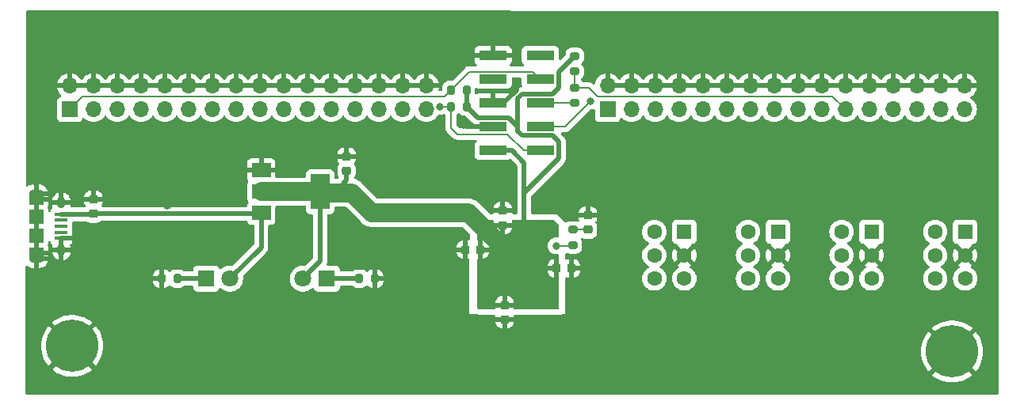
<source format=gbr>
%TF.GenerationSoftware,KiCad,Pcbnew,6.0.7-f9a2dced07~116~ubuntu22.04.1*%
%TF.CreationDate,2022-08-21T16:12:58+02:00*%
%TF.ProjectId,cpld,63706c64-2e6b-4696-9361-645f70636258,rev?*%
%TF.SameCoordinates,Original*%
%TF.FileFunction,Copper,L1,Top*%
%TF.FilePolarity,Positive*%
%FSLAX46Y46*%
G04 Gerber Fmt 4.6, Leading zero omitted, Abs format (unit mm)*
G04 Created by KiCad (PCBNEW 6.0.7-f9a2dced07~116~ubuntu22.04.1) date 2022-08-21 16:12:58*
%MOMM*%
%LPD*%
G01*
G04 APERTURE LIST*
G04 Aperture macros list*
%AMRoundRect*
0 Rectangle with rounded corners*
0 $1 Rounding radius*
0 $2 $3 $4 $5 $6 $7 $8 $9 X,Y pos of 4 corners*
0 Add a 4 corners polygon primitive as box body*
4,1,4,$2,$3,$4,$5,$6,$7,$8,$9,$2,$3,0*
0 Add four circle primitives for the rounded corners*
1,1,$1+$1,$2,$3*
1,1,$1+$1,$4,$5*
1,1,$1+$1,$6,$7*
1,1,$1+$1,$8,$9*
0 Add four rect primitives between the rounded corners*
20,1,$1+$1,$2,$3,$4,$5,0*
20,1,$1+$1,$4,$5,$6,$7,0*
20,1,$1+$1,$6,$7,$8,$9,0*
20,1,$1+$1,$8,$9,$2,$3,0*%
G04 Aperture macros list end*
%TA.AperFunction,ComponentPad*%
%ADD10R,1.600000X1.600000*%
%TD*%
%TA.AperFunction,ComponentPad*%
%ADD11C,1.600000*%
%TD*%
%TA.AperFunction,SMDPad,CuDef*%
%ADD12RoundRect,0.200000X-0.200000X-0.275000X0.200000X-0.275000X0.200000X0.275000X-0.200000X0.275000X0*%
%TD*%
%TA.AperFunction,SMDPad,CuDef*%
%ADD13RoundRect,0.225000X0.250000X-0.225000X0.250000X0.225000X-0.250000X0.225000X-0.250000X-0.225000X0*%
%TD*%
%TA.AperFunction,SMDPad,CuDef*%
%ADD14RoundRect,0.200000X-0.275000X0.200000X-0.275000X-0.200000X0.275000X-0.200000X0.275000X0.200000X0*%
%TD*%
%TA.AperFunction,SMDPad,CuDef*%
%ADD15RoundRect,0.200000X0.275000X-0.200000X0.275000X0.200000X-0.275000X0.200000X-0.275000X-0.200000X0*%
%TD*%
%TA.AperFunction,ComponentPad*%
%ADD16C,3.600000*%
%TD*%
%TA.AperFunction,ConnectorPad*%
%ADD17C,5.600000*%
%TD*%
%TA.AperFunction,SMDPad,CuDef*%
%ADD18RoundRect,0.200000X0.200000X0.275000X-0.200000X0.275000X-0.200000X-0.275000X0.200000X-0.275000X0*%
%TD*%
%TA.AperFunction,ComponentPad*%
%ADD19R,1.800000X1.800000*%
%TD*%
%TA.AperFunction,ComponentPad*%
%ADD20C,1.800000*%
%TD*%
%TA.AperFunction,SMDPad,CuDef*%
%ADD21R,3.000000X1.000000*%
%TD*%
%TA.AperFunction,SMDPad,CuDef*%
%ADD22RoundRect,0.225000X-0.250000X0.225000X-0.250000X-0.225000X0.250000X-0.225000X0.250000X0.225000X0*%
%TD*%
%TA.AperFunction,SMDPad,CuDef*%
%ADD23RoundRect,0.225000X0.225000X0.250000X-0.225000X0.250000X-0.225000X-0.250000X0.225000X-0.250000X0*%
%TD*%
%TA.AperFunction,SMDPad,CuDef*%
%ADD24R,1.350000X0.400000*%
%TD*%
%TA.AperFunction,ComponentPad*%
%ADD25O,1.550000X0.890000*%
%TD*%
%TA.AperFunction,SMDPad,CuDef*%
%ADD26R,1.550000X1.500000*%
%TD*%
%TA.AperFunction,SMDPad,CuDef*%
%ADD27R,1.550000X1.200000*%
%TD*%
%TA.AperFunction,ComponentPad*%
%ADD28O,0.950000X1.250000*%
%TD*%
%TA.AperFunction,SMDPad,CuDef*%
%ADD29R,2.000000X1.500000*%
%TD*%
%TA.AperFunction,SMDPad,CuDef*%
%ADD30R,2.000000X3.800000*%
%TD*%
%TA.AperFunction,SMDPad,CuDef*%
%ADD31RoundRect,0.225000X-0.225000X-0.250000X0.225000X-0.250000X0.225000X0.250000X-0.225000X0.250000X0*%
%TD*%
%TA.AperFunction,ComponentPad*%
%ADD32R,1.700000X1.700000*%
%TD*%
%TA.AperFunction,ComponentPad*%
%ADD33O,1.700000X1.700000*%
%TD*%
%TA.AperFunction,ViaPad*%
%ADD34C,1.000000*%
%TD*%
%TA.AperFunction,ViaPad*%
%ADD35C,0.800000*%
%TD*%
%TA.AperFunction,Conductor*%
%ADD36C,0.500000*%
%TD*%
%TA.AperFunction,Conductor*%
%ADD37C,2.000000*%
%TD*%
%TA.AperFunction,Conductor*%
%ADD38C,0.200000*%
%TD*%
G04 APERTURE END LIST*
D10*
%TO.P,SW1,1,A*%
%TO.N,unconnected-(SW1-Pad1)*%
X179000000Y-82892500D03*
D11*
%TO.P,SW1,2,B*%
%TO.N,GND*%
X179000000Y-85392500D03*
%TO.P,SW1,3,C*%
%TO.N,/SW_B1*%
X179000000Y-87892500D03*
%TO.P,SW1,4*%
%TO.N,N/C*%
X175800000Y-82892500D03*
%TO.P,SW1,5*%
X175800000Y-85392500D03*
%TO.P,SW1,6*%
X175800000Y-87892500D03*
%TD*%
D12*
%TO.P,R3,1*%
%TO.N,/DI5{slash}TMS*%
X134075000Y-69500000D03*
%TO.P,R3,2*%
%TO.N,+3.3V*%
X135725000Y-69500000D03*
%TD*%
D13*
%TO.P,C7,1*%
%TO.N,+3.3V*%
X139600000Y-82175000D03*
%TO.P,C7,2*%
%TO.N,GND*%
X139600000Y-80625000D03*
%TD*%
D14*
%TO.P,R4,1*%
%TO.N,+3.3V*%
X147300000Y-64075000D03*
%TO.P,R4,2*%
%TO.N,/DO10{slash}TDO*%
X147300000Y-65725000D03*
%TD*%
D12*
%TO.P,R7,1*%
%TO.N,Net-(D2-Pad1)*%
X124275000Y-87900000D03*
%TO.P,R7,2*%
%TO.N,GND*%
X125925000Y-87900000D03*
%TD*%
D10*
%TO.P,SW3,1,A*%
%TO.N,unconnected-(SW3-Pad1)*%
X159000000Y-82892500D03*
D11*
%TO.P,SW3,2,B*%
%TO.N,GND*%
X159000000Y-85392500D03*
%TO.P,SW3,3,C*%
%TO.N,/SW_B3*%
X159000000Y-87892500D03*
%TO.P,SW3,4*%
%TO.N,N/C*%
X155800000Y-82892500D03*
%TO.P,SW3,5*%
X155800000Y-85392500D03*
%TO.P,SW3,6*%
X155800000Y-87892500D03*
%TD*%
D15*
%TO.P,R2,1*%
%TO.N,Net-(J4-Pad6)*%
X147300000Y-69125000D03*
%TO.P,R2,2*%
%TO.N,/DO10{slash}TDO*%
X147300000Y-67475000D03*
%TD*%
D10*
%TO.P,SW2,1,A*%
%TO.N,unconnected-(SW2-Pad1)*%
X169000000Y-82892500D03*
D11*
%TO.P,SW2,2,B*%
%TO.N,GND*%
X169000000Y-85392500D03*
%TO.P,SW2,3,C*%
%TO.N,/SW_B2*%
X169000000Y-87892500D03*
%TO.P,SW2,4*%
%TO.N,N/C*%
X165800000Y-82892500D03*
%TO.P,SW2,5*%
X165800000Y-85392500D03*
%TO.P,SW2,6*%
X165800000Y-87892500D03*
%TD*%
D13*
%TO.P,C3,1*%
%TO.N,+3.3V*%
X122915000Y-76375000D03*
%TO.P,C3,2*%
%TO.N,GND*%
X122915000Y-74825000D03*
%TD*%
D16*
%TO.P,H2,1,1*%
%TO.N,GND*%
X187600000Y-95700000D03*
D17*
X187600000Y-95700000D03*
%TD*%
D18*
%TO.P,R5,1*%
%TO.N,+3.3V*%
X135725000Y-67700000D03*
%TO.P,R5,2*%
%TO.N,/DI0{slash}TDI*%
X134075000Y-67700000D03*
%TD*%
D10*
%TO.P,SW0,1,A*%
%TO.N,unconnected-(SW0-Pad1)*%
X189000000Y-82892500D03*
D11*
%TO.P,SW0,2,B*%
%TO.N,GND*%
X189000000Y-85392500D03*
%TO.P,SW0,3,C*%
%TO.N,/SW_B0*%
X189000000Y-87892500D03*
%TO.P,SW0,4*%
%TO.N,N/C*%
X185800000Y-82892500D03*
%TO.P,SW0,5*%
X185800000Y-85392500D03*
%TO.P,SW0,6*%
X185800000Y-87892500D03*
%TD*%
D15*
%TO.P,R8,1*%
%TO.N,/DO6{slash}TCK*%
X147100000Y-84325000D03*
%TO.P,R8,2*%
%TO.N,Net-(C4-Pad1)*%
X147100000Y-82675000D03*
%TD*%
D13*
%TO.P,C6,1*%
%TO.N,GND*%
X139800000Y-92275000D03*
%TO.P,C6,2*%
%TO.N,+3.3V*%
X139800000Y-90725000D03*
%TD*%
D18*
%TO.P,R6,1*%
%TO.N,Net-(D1-Pad1)*%
X104825000Y-87900000D03*
%TO.P,R6,2*%
%TO.N,GND*%
X103175000Y-87900000D03*
%TD*%
D19*
%TO.P,D2,1,K*%
%TO.N,Net-(D2-Pad1)*%
X120800000Y-87900000D03*
D20*
%TO.P,D2,2,A*%
%TO.N,+3.3V*%
X118260000Y-87900000D03*
%TD*%
D21*
%TO.P,J4,1,VTref*%
%TO.N,+3.3V*%
X138580000Y-74180000D03*
%TO.P,J4,2,SWDIO/TMS*%
%TO.N,/DI5{slash}TMS*%
X143620000Y-74180000D03*
%TO.P,J4,3,GND*%
%TO.N,GND*%
X138580000Y-71640000D03*
%TO.P,J4,4,SWDCLK/TCK*%
%TO.N,/DO6{slash}TCK*%
X143620000Y-71640000D03*
%TO.P,J4,5,GND*%
%TO.N,GND*%
X138580000Y-69100000D03*
%TO.P,J4,6,SWO/TDO*%
%TO.N,Net-(J4-Pad6)*%
X143620000Y-69100000D03*
%TO.P,J4,7,KEY*%
%TO.N,unconnected-(J4-Pad7)*%
X138580000Y-66560000D03*
%TO.P,J4,8,NC/TDI*%
%TO.N,/DI0{slash}TDI*%
X143620000Y-66560000D03*
%TO.P,J4,9,GNDDetect*%
%TO.N,GND*%
X138580000Y-64020000D03*
%TO.P,J4,10,~{RESET}*%
%TO.N,unconnected-(J4-Pad10)*%
X143620000Y-64020000D03*
%TD*%
D19*
%TO.P,D1,1,K*%
%TO.N,Net-(D1-Pad1)*%
X107925000Y-87900000D03*
D20*
%TO.P,D1,2,A*%
%TO.N,+5V*%
X110465000Y-87900000D03*
%TD*%
D22*
%TO.P,C1,1*%
%TO.N,GND*%
X95880000Y-79425000D03*
%TO.P,C1,2*%
%TO.N,+5V*%
X95880000Y-80975000D03*
%TD*%
D23*
%TO.P,C8,1*%
%TO.N,GND*%
X146900000Y-86800000D03*
%TO.P,C8,2*%
%TO.N,+3.3V*%
X145350000Y-86800000D03*
%TD*%
D17*
%TO.P,H4,1,1*%
%TO.N,GND*%
X93600000Y-95100000D03*
D16*
X93600000Y-95100000D03*
%TD*%
D24*
%TO.P,J1,1,VBUS*%
%TO.N,+5V*%
X92450000Y-81000000D03*
%TO.P,J1,2,D-*%
%TO.N,unconnected-(J1-Pad2)*%
X92450000Y-81650000D03*
%TO.P,J1,3,D+*%
%TO.N,unconnected-(J1-Pad3)*%
X92450000Y-82300000D03*
%TO.P,J1,4,ID*%
%TO.N,unconnected-(J1-Pad4)*%
X92450000Y-82950000D03*
%TO.P,J1,5,GND*%
%TO.N,GND*%
X92450000Y-83600000D03*
D25*
%TO.P,J1,6,Shield*%
X89750000Y-78800000D03*
D26*
X89750000Y-83300000D03*
X89750000Y-81300000D03*
D27*
X89750000Y-79400000D03*
D28*
X92450000Y-84800000D03*
D25*
X89750000Y-85800000D03*
D28*
X92450000Y-79800000D03*
D27*
X89750000Y-85200000D03*
%TD*%
D13*
%TO.P,C4,1*%
%TO.N,Net-(C4-Pad1)*%
X148700000Y-82675000D03*
%TO.P,C4,2*%
%TO.N,GND*%
X148700000Y-81125000D03*
%TD*%
D29*
%TO.P,U1,1,GND*%
%TO.N,GND*%
X113800000Y-76300000D03*
%TO.P,U1,2,VO*%
%TO.N,+3.3V*%
X113800000Y-78600000D03*
D30*
X120100000Y-78600000D03*
D29*
%TO.P,U1,3,VI*%
%TO.N,+5V*%
X113800000Y-80900000D03*
%TD*%
D31*
%TO.P,C5,1*%
%TO.N,GND*%
X135625000Y-84800000D03*
%TO.P,C5,2*%
%TO.N,+3.3V*%
X137175000Y-84800000D03*
%TD*%
D32*
%TO.P,J2,1,Pin_1*%
%TO.N,/DI0{slash}TDI*%
X93350000Y-69800000D03*
D33*
%TO.P,J2,2,Pin_2*%
%TO.N,GND*%
X93350000Y-67260000D03*
%TO.P,J2,3,Pin_3*%
%TO.N,/DI1*%
X95890000Y-69800000D03*
%TO.P,J2,4,Pin_4*%
%TO.N,GND*%
X95890000Y-67260000D03*
%TO.P,J2,5,Pin_5*%
%TO.N,/DI2*%
X98430000Y-69800000D03*
%TO.P,J2,6,Pin_6*%
%TO.N,GND*%
X98430000Y-67260000D03*
%TO.P,J2,7,Pin_7*%
%TO.N,/DI3*%
X100970000Y-69800000D03*
%TO.P,J2,8,Pin_8*%
%TO.N,GND*%
X100970000Y-67260000D03*
%TO.P,J2,9,Pin_9*%
%TO.N,/DI4*%
X103510000Y-69800000D03*
%TO.P,J2,10,Pin_10*%
%TO.N,GND*%
X103510000Y-67260000D03*
%TO.P,J2,11,Pin_11*%
%TO.N,/DI5{slash}TMS*%
X106050000Y-69800000D03*
%TO.P,J2,12,Pin_12*%
%TO.N,GND*%
X106050000Y-67260000D03*
%TO.P,J2,13,Pin_13*%
%TO.N,/DI6*%
X108590000Y-69800000D03*
%TO.P,J2,14,Pin_14*%
%TO.N,GND*%
X108590000Y-67260000D03*
%TO.P,J2,15,Pin_15*%
%TO.N,/DI7*%
X111130000Y-69800000D03*
%TO.P,J2,16,Pin_16*%
%TO.N,GND*%
X111130000Y-67260000D03*
%TO.P,J2,17,Pin_17*%
%TO.N,/DI8*%
X113670000Y-69800000D03*
%TO.P,J2,18,Pin_18*%
%TO.N,GND*%
X113670000Y-67260000D03*
%TO.P,J2,19,Pin_19*%
%TO.N,/DI9*%
X116210000Y-69800000D03*
%TO.P,J2,20,Pin_20*%
%TO.N,GND*%
X116210000Y-67260000D03*
%TO.P,J2,21,Pin_21*%
%TO.N,/DI10*%
X118750000Y-69800000D03*
%TO.P,J2,22,Pin_22*%
%TO.N,GND*%
X118750000Y-67260000D03*
%TO.P,J2,23,Pin_23*%
%TO.N,/DI11*%
X121290000Y-69800000D03*
%TO.P,J2,24,Pin_24*%
%TO.N,GND*%
X121290000Y-67260000D03*
%TO.P,J2,25,Pin_25*%
%TO.N,/DI12*%
X123830000Y-69800000D03*
%TO.P,J2,26,Pin_26*%
%TO.N,GND*%
X123830000Y-67260000D03*
%TO.P,J2,27,Pin_27*%
%TO.N,unconnected-(J2-Pad27)*%
X126370000Y-69800000D03*
%TO.P,J2,28,Pin_28*%
%TO.N,GND*%
X126370000Y-67260000D03*
%TO.P,J2,29,Pin_29*%
%TO.N,unconnected-(J2-Pad29)*%
X128910000Y-69800000D03*
%TO.P,J2,30,Pin_30*%
%TO.N,GND*%
X128910000Y-67260000D03*
%TO.P,J2,31,Pin_31*%
%TO.N,unconnected-(J2-Pad31)*%
X131450000Y-69800000D03*
%TO.P,J2,32,Pin_32*%
%TO.N,GND*%
X131450000Y-67260000D03*
%TD*%
D32*
%TO.P,J3,1,Pin_1*%
%TO.N,/DO0*%
X150800000Y-69800000D03*
D33*
%TO.P,J3,2,Pin_2*%
%TO.N,GND*%
X150800000Y-67260000D03*
%TO.P,J3,3,Pin_3*%
%TO.N,/DO1*%
X153340000Y-69800000D03*
%TO.P,J3,4,Pin_4*%
%TO.N,GND*%
X153340000Y-67260000D03*
%TO.P,J3,5,Pin_5*%
%TO.N,/DO2*%
X155880000Y-69800000D03*
%TO.P,J3,6,Pin_6*%
%TO.N,GND*%
X155880000Y-67260000D03*
%TO.P,J3,7,Pin_7*%
%TO.N,/DO3*%
X158420000Y-69800000D03*
%TO.P,J3,8,Pin_8*%
%TO.N,GND*%
X158420000Y-67260000D03*
%TO.P,J3,9,Pin_9*%
%TO.N,/DO4*%
X160960000Y-69800000D03*
%TO.P,J3,10,Pin_10*%
%TO.N,GND*%
X160960000Y-67260000D03*
%TO.P,J3,11,Pin_11*%
%TO.N,/DO5*%
X163500000Y-69800000D03*
%TO.P,J3,12,Pin_12*%
%TO.N,GND*%
X163500000Y-67260000D03*
%TO.P,J3,13,Pin_13*%
%TO.N,/DO6{slash}TCK*%
X166040000Y-69800000D03*
%TO.P,J3,14,Pin_14*%
%TO.N,GND*%
X166040000Y-67260000D03*
%TO.P,J3,15,Pin_15*%
%TO.N,/DO7*%
X168580000Y-69800000D03*
%TO.P,J3,16,Pin_16*%
%TO.N,GND*%
X168580000Y-67260000D03*
%TO.P,J3,17,Pin_17*%
%TO.N,/DO8*%
X171120000Y-69800000D03*
%TO.P,J3,18,Pin_18*%
%TO.N,GND*%
X171120000Y-67260000D03*
%TO.P,J3,19,Pin_19*%
%TO.N,/DO9*%
X173660000Y-69800000D03*
%TO.P,J3,20,Pin_20*%
%TO.N,GND*%
X173660000Y-67260000D03*
%TO.P,J3,21,Pin_21*%
%TO.N,/DO10{slash}TDO*%
X176200000Y-69800000D03*
%TO.P,J3,22,Pin_22*%
%TO.N,GND*%
X176200000Y-67260000D03*
%TO.P,J3,23,Pin_23*%
%TO.N,/DO11*%
X178740000Y-69800000D03*
%TO.P,J3,24,Pin_24*%
%TO.N,GND*%
X178740000Y-67260000D03*
%TO.P,J3,25,Pin_25*%
%TO.N,/DO12*%
X181280000Y-69800000D03*
%TO.P,J3,26,Pin_26*%
%TO.N,GND*%
X181280000Y-67260000D03*
%TO.P,J3,27,Pin_27*%
%TO.N,unconnected-(J3-Pad27)*%
X183820000Y-69800000D03*
%TO.P,J3,28,Pin_28*%
%TO.N,GND*%
X183820000Y-67260000D03*
%TO.P,J3,29,Pin_29*%
%TO.N,unconnected-(J3-Pad29)*%
X186360000Y-69800000D03*
%TO.P,J3,30,Pin_30*%
%TO.N,GND*%
X186360000Y-67260000D03*
%TO.P,J3,31,Pin_31*%
%TO.N,unconnected-(J3-Pad31)*%
X188900000Y-69800000D03*
%TO.P,J3,32,Pin_32*%
%TO.N,GND*%
X188900000Y-67260000D03*
%TD*%
D34*
%TO.N,GND*%
X128600000Y-90600000D03*
X102400000Y-92300000D03*
X164600000Y-95100000D03*
X134400000Y-93900000D03*
D35*
X166500000Y-97400000D03*
D34*
X135400000Y-71400000D03*
X190800000Y-77000000D03*
X135300000Y-63900000D03*
X183300000Y-96800000D03*
D35*
X182400000Y-89200000D03*
D34*
X131000000Y-61500000D03*
X103800000Y-80000000D03*
D35*
X134000000Y-87499500D03*
D34*
X139500000Y-78200000D03*
X157800000Y-91500000D03*
X94500000Y-89500000D03*
X159300000Y-97100000D03*
X154800000Y-96500000D03*
X115915000Y-85400000D03*
X104000000Y-83700000D03*
X91200000Y-68600000D03*
X97400000Y-84700000D03*
X150600000Y-96700000D03*
X146900000Y-78600000D03*
X190000000Y-91800000D03*
X146900000Y-97100000D03*
X133500000Y-83300000D03*
X116100000Y-92500000D03*
X98600000Y-60600000D03*
D35*
X162500000Y-89800000D03*
D34*
X116085511Y-62467280D03*
D35*
X174000000Y-91300000D03*
X143675000Y-95825000D03*
D34*
X183700000Y-74500000D03*
X172600000Y-86300000D03*
X93900000Y-76800000D03*
X90200000Y-73500000D03*
X127900000Y-82900000D03*
X149900000Y-91700000D03*
X146900000Y-94900000D03*
X141500000Y-61300000D03*
X152800000Y-95200000D03*
X154000000Y-87900000D03*
D35*
X138600000Y-98900000D03*
X161800000Y-81000000D03*
D34*
X146700000Y-80700000D03*
X172300000Y-96700000D03*
X177300000Y-93800000D03*
X108900000Y-97100000D03*
X141100000Y-66900000D03*
X169300000Y-62300000D03*
D35*
X182300000Y-83200000D03*
X130300000Y-97000000D03*
D34*
X134000000Y-78800000D03*
X124609432Y-96461644D03*
D35*
X141300000Y-93400000D03*
X176700000Y-99000000D03*
D34*
X122200000Y-84500000D03*
X148900000Y-86100000D03*
X153477728Y-61991895D03*
X168100000Y-92200000D03*
X111600000Y-84000000D03*
X184200000Y-62100000D03*
D35*
%TO.N,+3.3V*%
X144000000Y-86800000D03*
X137900000Y-83600000D03*
X139500000Y-89100000D03*
X141100000Y-82500000D03*
%TO.N,/DI5{slash}TMS*%
X132900000Y-69500000D03*
%TO.N,/DO6{slash}TCK*%
X149000000Y-68900000D03*
X145300000Y-84400000D03*
%TD*%
D36*
%TO.N,GND*%
X139700000Y-69100000D02*
X140900000Y-67900000D01*
X138580000Y-69100000D02*
X139700000Y-69100000D01*
X140900000Y-67900000D02*
X141100000Y-67700000D01*
X135640000Y-71640000D02*
X135400000Y-71400000D01*
X141100000Y-67700000D02*
X141100000Y-66900000D01*
X138580000Y-71640000D02*
X135640000Y-71640000D01*
X92450000Y-83600000D02*
X94350000Y-83600000D01*
%TO.N,+5V*%
X95855000Y-81000000D02*
X95880000Y-80975000D01*
X95880000Y-80975000D02*
X113725000Y-80975000D01*
X110465000Y-87900000D02*
X113800000Y-84565000D01*
X92450000Y-81000000D02*
X95855000Y-81000000D01*
X113800000Y-84565000D02*
X113800000Y-80900000D01*
X113725000Y-80975000D02*
X113800000Y-80900000D01*
%TO.N,+3.3V*%
X145570000Y-67510000D02*
X144930000Y-68150000D01*
D37*
X125590000Y-80850000D02*
X125590000Y-80834746D01*
D36*
X144930000Y-68150000D02*
X141670000Y-68150000D01*
X140290000Y-70690000D02*
X136915000Y-70690000D01*
X147300000Y-64075000D02*
X145570000Y-65805000D01*
X145570000Y-75030000D02*
X141900000Y-78700000D01*
X136915000Y-70690000D02*
X135725000Y-69500000D01*
X122915000Y-77385000D02*
X121600000Y-78700000D01*
D37*
X113800000Y-78600000D02*
X120100000Y-78600000D01*
D36*
X141670000Y-72590000D02*
X144930000Y-72590000D01*
X141900000Y-75500000D02*
X141900000Y-79000000D01*
X145570000Y-65805000D02*
X145570000Y-67510000D01*
X141200000Y-71600000D02*
X140290000Y-70690000D01*
X141200000Y-68620000D02*
X141200000Y-71600000D01*
D37*
X125590000Y-80850000D02*
X135950000Y-80850000D01*
D36*
X145570000Y-73230000D02*
X145570000Y-75030000D01*
D37*
X123455254Y-78700000D02*
X121600000Y-78700000D01*
D36*
X141200000Y-71600000D02*
X141200000Y-72120000D01*
X122835000Y-78095000D02*
X122915000Y-78175000D01*
X141200000Y-72120000D02*
X141670000Y-72590000D01*
X140600000Y-74200000D02*
X141900000Y-75500000D01*
D37*
X125590000Y-80834746D02*
X123455254Y-78700000D01*
D36*
X141900000Y-78700000D02*
X141900000Y-79000000D01*
X135725000Y-67700000D02*
X135725000Y-69500000D01*
X139400000Y-74200000D02*
X140600000Y-74200000D01*
D37*
X135950000Y-80850000D02*
X138900000Y-83800000D01*
D36*
X120100000Y-86060000D02*
X118260000Y-87900000D01*
X141670000Y-68150000D02*
X141200000Y-68620000D01*
X120100000Y-78600000D02*
X120100000Y-86060000D01*
X139380000Y-74180000D02*
X139400000Y-74200000D01*
D37*
X121600000Y-78700000D02*
X120400000Y-78700000D01*
D36*
X141900000Y-79000000D02*
X141900000Y-82300000D01*
X144930000Y-72590000D02*
X145570000Y-73230000D01*
X122915000Y-76375000D02*
X122915000Y-77385000D01*
D38*
%TO.N,Net-(C4-Pad1)*%
X148700000Y-82675000D02*
X147100000Y-82675000D01*
%TO.N,/DI0{slash}TDI*%
X94740000Y-68410000D02*
X93350000Y-69800000D01*
X136015000Y-65760000D02*
X134075000Y-67700000D01*
X142820000Y-65760000D02*
X136015000Y-65760000D01*
X133365000Y-68410000D02*
X94740000Y-68410000D01*
X143620000Y-66560000D02*
X142820000Y-65760000D01*
X134075000Y-67700000D02*
X133365000Y-68410000D01*
%TO.N,/DI5{slash}TMS*%
X134740000Y-72440000D02*
X134075000Y-71775000D01*
X134075000Y-71775000D02*
X134075000Y-69500000D01*
X132900000Y-69500000D02*
X134075000Y-69500000D01*
X140117818Y-72440000D02*
X134740000Y-72440000D01*
X141857818Y-74180000D02*
X140117818Y-72440000D01*
X143620000Y-74180000D02*
X141857818Y-74180000D01*
%TO.N,/DO6{slash}TCK*%
X145300000Y-84400000D02*
X147025000Y-84400000D01*
X149000000Y-68900000D02*
X146260000Y-71640000D01*
X147025000Y-84400000D02*
X147100000Y-84325000D01*
X146260000Y-71640000D02*
X144420000Y-71640000D01*
D36*
%TO.N,Net-(D1-Pad1)*%
X104825000Y-87900000D02*
X107925000Y-87900000D01*
%TO.N,Net-(D2-Pad1)*%
X120800000Y-87900000D02*
X124275000Y-87900000D01*
D38*
%TO.N,Net-(J4-Pad6)*%
X147300000Y-69125000D02*
X147275000Y-69100000D01*
X147275000Y-69100000D02*
X143620000Y-69100000D01*
%TO.N,/DO10{slash}TDO*%
X147300000Y-67475000D02*
X147300000Y-65725000D01*
X148775000Y-67475000D02*
X149719633Y-68419633D01*
X174819633Y-68419633D02*
X176200000Y-69800000D01*
X149719633Y-68419633D02*
X174819633Y-68419633D01*
X147300000Y-67475000D02*
X148775000Y-67475000D01*
%TD*%
%TA.AperFunction,Conductor*%
%TO.N,GND*%
G36*
X192473621Y-59299879D02*
G01*
X192541723Y-59319947D01*
X192588164Y-59373647D01*
X192599500Y-59425879D01*
X192599500Y-100173500D01*
X192579498Y-100241621D01*
X192525842Y-100288114D01*
X192473500Y-100299500D01*
X88726500Y-100299500D01*
X88658379Y-100279498D01*
X88611886Y-100225842D01*
X88600500Y-100173500D01*
X88600500Y-100094500D01*
X88603722Y-98770184D01*
X88606529Y-97616381D01*
X91449160Y-97616381D01*
X91449237Y-97617470D01*
X91451698Y-97621206D01*
X91725632Y-97831404D01*
X91731262Y-97835259D01*
X92031591Y-98017862D01*
X92037593Y-98021080D01*
X92355897Y-98170184D01*
X92362202Y-98172732D01*
X92694743Y-98286587D01*
X92701313Y-98288446D01*
X93044183Y-98365714D01*
X93050912Y-98366853D01*
X93400143Y-98406643D01*
X93406933Y-98407046D01*
X93758419Y-98408886D01*
X93765220Y-98408554D01*
X94114853Y-98372423D01*
X94121581Y-98371357D01*
X94465274Y-98297676D01*
X94471822Y-98295897D01*
X94712255Y-98216381D01*
X185449160Y-98216381D01*
X185449237Y-98217470D01*
X185451698Y-98221206D01*
X185725632Y-98431404D01*
X185731262Y-98435259D01*
X186031591Y-98617862D01*
X186037593Y-98621080D01*
X186355897Y-98770184D01*
X186362202Y-98772732D01*
X186694743Y-98886587D01*
X186701313Y-98888446D01*
X187044183Y-98965714D01*
X187050912Y-98966853D01*
X187400143Y-99006643D01*
X187406933Y-99007046D01*
X187758419Y-99008886D01*
X187765220Y-99008554D01*
X188114853Y-98972423D01*
X188121581Y-98971357D01*
X188465274Y-98897676D01*
X188471822Y-98895897D01*
X188805549Y-98785527D01*
X188811891Y-98783041D01*
X189131718Y-98637288D01*
X189137777Y-98634121D01*
X189439995Y-98454676D01*
X189445659Y-98450884D01*
X189726732Y-98239849D01*
X189731958Y-98235464D01*
X189741613Y-98226428D01*
X189749682Y-98212750D01*
X189749654Y-98212024D01*
X189744512Y-98203723D01*
X187612810Y-96072020D01*
X187598869Y-96064408D01*
X187597034Y-96064539D01*
X187590420Y-96068790D01*
X185456774Y-98202437D01*
X185449160Y-98216381D01*
X94712255Y-98216381D01*
X94805549Y-98185527D01*
X94811891Y-98183041D01*
X95131718Y-98037288D01*
X95137777Y-98034121D01*
X95439995Y-97854676D01*
X95445659Y-97850884D01*
X95726732Y-97639849D01*
X95731958Y-97635464D01*
X95741613Y-97626428D01*
X95749682Y-97612750D01*
X95749654Y-97612024D01*
X95744512Y-97603723D01*
X93612810Y-95472020D01*
X93598869Y-95464408D01*
X93597034Y-95464539D01*
X93590420Y-95468790D01*
X91456774Y-97602437D01*
X91449160Y-97616381D01*
X88606529Y-97616381D01*
X88612672Y-95091832D01*
X90287333Y-95091832D01*
X90305117Y-95442893D01*
X90305827Y-95449649D01*
X90361420Y-95796723D01*
X90362859Y-95803378D01*
X90455608Y-96142410D01*
X90457757Y-96148871D01*
X90586581Y-96475912D01*
X90589412Y-96482095D01*
X90752803Y-96793310D01*
X90756286Y-96799152D01*
X90952330Y-97090896D01*
X90956433Y-97096340D01*
X91076425Y-97238836D01*
X91089164Y-97247279D01*
X91099608Y-97241181D01*
X93227980Y-95112810D01*
X93234357Y-95101131D01*
X93964408Y-95101131D01*
X93964539Y-95102966D01*
X93968790Y-95109580D01*
X96099009Y-97239798D01*
X96112605Y-97247223D01*
X96122218Y-97240522D01*
X96222518Y-97123912D01*
X96226676Y-97118514D01*
X96425762Y-96828840D01*
X96429310Y-96823029D01*
X96595942Y-96513559D01*
X96598849Y-96507381D01*
X96731090Y-96181713D01*
X96733304Y-96175283D01*
X96829598Y-95837237D01*
X96831105Y-95830607D01*
X96854826Y-95691832D01*
X184287333Y-95691832D01*
X184305117Y-96042893D01*
X184305827Y-96049649D01*
X184361420Y-96396723D01*
X184362859Y-96403378D01*
X184455608Y-96742410D01*
X184457757Y-96748871D01*
X184586581Y-97075912D01*
X184589412Y-97082095D01*
X184752803Y-97393310D01*
X184756286Y-97399152D01*
X184952330Y-97690896D01*
X184956433Y-97696340D01*
X185076425Y-97838836D01*
X185089164Y-97847279D01*
X185099608Y-97841181D01*
X187227980Y-95712810D01*
X187234357Y-95701131D01*
X187964408Y-95701131D01*
X187964539Y-95702966D01*
X187968790Y-95709580D01*
X190099009Y-97839798D01*
X190112605Y-97847223D01*
X190122218Y-97840522D01*
X190222518Y-97723912D01*
X190226676Y-97718514D01*
X190425762Y-97428840D01*
X190429310Y-97423029D01*
X190595942Y-97113559D01*
X190598849Y-97107381D01*
X190731090Y-96781713D01*
X190733304Y-96775283D01*
X190829598Y-96437237D01*
X190831105Y-96430607D01*
X190890332Y-96084118D01*
X190891112Y-96077378D01*
X190912668Y-95724925D01*
X190912784Y-95721323D01*
X190912853Y-95701819D01*
X190912761Y-95698194D01*
X190893666Y-95345615D01*
X190892931Y-95338849D01*
X190836130Y-94991985D01*
X190834663Y-94985313D01*
X190740736Y-94646627D01*
X190738562Y-94640163D01*
X190608598Y-94313578D01*
X190605742Y-94307398D01*
X190441269Y-93996763D01*
X190437769Y-93990937D01*
X190240697Y-93699862D01*
X190236590Y-93694453D01*
X190123565Y-93561179D01*
X190110740Y-93552743D01*
X190100416Y-93558795D01*
X187972020Y-95687190D01*
X187964408Y-95701131D01*
X187234357Y-95701131D01*
X187235592Y-95698869D01*
X187235461Y-95697034D01*
X187231210Y-95690420D01*
X185100992Y-93560203D01*
X185087455Y-93552811D01*
X185077753Y-93559599D01*
X184970430Y-93685257D01*
X184966296Y-93690664D01*
X184768215Y-93981041D01*
X184764697Y-93986851D01*
X184599134Y-94296922D01*
X184596259Y-94303087D01*
X184465155Y-94629218D01*
X184462962Y-94635658D01*
X184367846Y-94974044D01*
X184366363Y-94980679D01*
X184308350Y-95327354D01*
X184307591Y-95334126D01*
X184287357Y-95685037D01*
X184287333Y-95691832D01*
X96854826Y-95691832D01*
X96890332Y-95484118D01*
X96891112Y-95477378D01*
X96912668Y-95124925D01*
X96912784Y-95121323D01*
X96912853Y-95101819D01*
X96912761Y-95098194D01*
X96893666Y-94745615D01*
X96892931Y-94738849D01*
X96836130Y-94391985D01*
X96834663Y-94385313D01*
X96740736Y-94046627D01*
X96738562Y-94040163D01*
X96608598Y-93713578D01*
X96605742Y-93707398D01*
X96441269Y-93396763D01*
X96437769Y-93390937D01*
X96240697Y-93099862D01*
X96236590Y-93094453D01*
X96123565Y-92961179D01*
X96110740Y-92952743D01*
X96100416Y-92958795D01*
X93972020Y-95087190D01*
X93964408Y-95101131D01*
X93234357Y-95101131D01*
X93235592Y-95098869D01*
X93235461Y-95097034D01*
X93231210Y-95090420D01*
X91100992Y-92960203D01*
X91087455Y-92952811D01*
X91077753Y-92959599D01*
X90970430Y-93085257D01*
X90966296Y-93090664D01*
X90768215Y-93381041D01*
X90764697Y-93386851D01*
X90599134Y-93696922D01*
X90596259Y-93703087D01*
X90465155Y-94029218D01*
X90462962Y-94035658D01*
X90367846Y-94374044D01*
X90366363Y-94380679D01*
X90308350Y-94727354D01*
X90307591Y-94734126D01*
X90287357Y-95085037D01*
X90287333Y-95091832D01*
X88612672Y-95091832D01*
X88618767Y-92586862D01*
X91449950Y-92586862D01*
X91449986Y-92587704D01*
X91455037Y-92595826D01*
X93587190Y-94727980D01*
X93601131Y-94735592D01*
X93602966Y-94735461D01*
X93609580Y-94731210D01*
X94480682Y-93860108D01*
X95742798Y-92597991D01*
X95750412Y-92584047D01*
X95750344Y-92583090D01*
X95745834Y-92576271D01*
X95744418Y-92575065D01*
X95705527Y-92545438D01*
X138817000Y-92545438D01*
X138817337Y-92551953D01*
X138826894Y-92644057D01*
X138829788Y-92657456D01*
X138879381Y-92806107D01*
X138885555Y-92819286D01*
X138967788Y-92952173D01*
X138976824Y-92963574D01*
X139087429Y-93073986D01*
X139098840Y-93082998D01*
X139231880Y-93165004D01*
X139245061Y-93171151D01*
X139393814Y-93220491D01*
X139407190Y-93223358D01*
X139498097Y-93232672D01*
X139504513Y-93233000D01*
X139527885Y-93233000D01*
X139543124Y-93228525D01*
X139544329Y-93227135D01*
X139546000Y-93219452D01*
X139546000Y-93214885D01*
X140054000Y-93214885D01*
X140058475Y-93230124D01*
X140059865Y-93231329D01*
X140067548Y-93233000D01*
X140095438Y-93233000D01*
X140101953Y-93232663D01*
X140194057Y-93223106D01*
X140207456Y-93220212D01*
X140307420Y-93186862D01*
X185449950Y-93186862D01*
X185449986Y-93187704D01*
X185455037Y-93195826D01*
X187587190Y-95327980D01*
X187601131Y-95335592D01*
X187602966Y-95335461D01*
X187609580Y-95331210D01*
X188308411Y-94632379D01*
X189742798Y-93197991D01*
X189750412Y-93184047D01*
X189750344Y-93183090D01*
X189745834Y-93176271D01*
X189744418Y-93175065D01*
X189464813Y-92962064D01*
X189459187Y-92958240D01*
X189158214Y-92776681D01*
X189152202Y-92773484D01*
X188833370Y-92625487D01*
X188827070Y-92622967D01*
X188494129Y-92510273D01*
X188487551Y-92508437D01*
X188144417Y-92432367D01*
X188137678Y-92431251D01*
X187788310Y-92392680D01*
X187781529Y-92392301D01*
X187430015Y-92391687D01*
X187423242Y-92392042D01*
X187073720Y-92429395D01*
X187067010Y-92430482D01*
X186723586Y-92505361D01*
X186717011Y-92507172D01*
X186383683Y-92618702D01*
X186377361Y-92621205D01*
X186058034Y-92768079D01*
X186051991Y-92771265D01*
X185750401Y-92951763D01*
X185744755Y-92955571D01*
X185464408Y-93167596D01*
X185459211Y-93171987D01*
X185457972Y-93173155D01*
X185449950Y-93186862D01*
X140307420Y-93186862D01*
X140356107Y-93170619D01*
X140369286Y-93164445D01*
X140502173Y-93082212D01*
X140513574Y-93073176D01*
X140623986Y-92962571D01*
X140632998Y-92951160D01*
X140715004Y-92818120D01*
X140721151Y-92804939D01*
X140770491Y-92656186D01*
X140773358Y-92642810D01*
X140782672Y-92551903D01*
X140782929Y-92546874D01*
X140778525Y-92531876D01*
X140777135Y-92530671D01*
X140769452Y-92529000D01*
X140072115Y-92529000D01*
X140056876Y-92533475D01*
X140055671Y-92534865D01*
X140054000Y-92542548D01*
X140054000Y-93214885D01*
X139546000Y-93214885D01*
X139546000Y-92547115D01*
X139541525Y-92531876D01*
X139540135Y-92530671D01*
X139532452Y-92529000D01*
X138835115Y-92529000D01*
X138819876Y-92533475D01*
X138818671Y-92534865D01*
X138817000Y-92542548D01*
X138817000Y-92545438D01*
X95705527Y-92545438D01*
X95464813Y-92362064D01*
X95459187Y-92358240D01*
X95158214Y-92176681D01*
X95152202Y-92173484D01*
X94833370Y-92025487D01*
X94827070Y-92022967D01*
X94494129Y-91910273D01*
X94487551Y-91908437D01*
X94144417Y-91832367D01*
X94137678Y-91831251D01*
X93788310Y-91792680D01*
X93781529Y-91792301D01*
X93430015Y-91791687D01*
X93423242Y-91792042D01*
X93073720Y-91829395D01*
X93067010Y-91830482D01*
X92723586Y-91905361D01*
X92717011Y-91907172D01*
X92383683Y-92018702D01*
X92377361Y-92021205D01*
X92058034Y-92168079D01*
X92051991Y-92171265D01*
X91750401Y-92351763D01*
X91744755Y-92355571D01*
X91464408Y-92567596D01*
X91459211Y-92571987D01*
X91457972Y-92573155D01*
X91449950Y-92586862D01*
X88618767Y-92586862D01*
X88629370Y-88228705D01*
X102267001Y-88228705D01*
X102267264Y-88234454D01*
X102273132Y-88298315D01*
X102275743Y-88311351D01*
X102322715Y-88461243D01*
X102328921Y-88474988D01*
X102409824Y-88608574D01*
X102419131Y-88620443D01*
X102529557Y-88730869D01*
X102541426Y-88740176D01*
X102675012Y-88821079D01*
X102688757Y-88827285D01*
X102838644Y-88874256D01*
X102851694Y-88876869D01*
X102906586Y-88881913D01*
X102918124Y-88878525D01*
X102919329Y-88877135D01*
X102921000Y-88869452D01*
X102921000Y-88172115D01*
X102916525Y-88156876D01*
X102915135Y-88155671D01*
X102907452Y-88154000D01*
X102285116Y-88154000D01*
X102269877Y-88158475D01*
X102268672Y-88159865D01*
X102267001Y-88167548D01*
X102267001Y-88228705D01*
X88629370Y-88228705D01*
X88630832Y-87627885D01*
X102267000Y-87627885D01*
X102271475Y-87643124D01*
X102272865Y-87644329D01*
X102280548Y-87646000D01*
X102902885Y-87646000D01*
X102918124Y-87641525D01*
X102919329Y-87640135D01*
X102921000Y-87632452D01*
X102921000Y-86935116D01*
X102916525Y-86919877D01*
X102915135Y-86918672D01*
X102910706Y-86917709D01*
X102851685Y-86923132D01*
X102838649Y-86925743D01*
X102688757Y-86972715D01*
X102675012Y-86978921D01*
X102541426Y-87059824D01*
X102529557Y-87069131D01*
X102419131Y-87179557D01*
X102409824Y-87191426D01*
X102328921Y-87325012D01*
X102322715Y-87338757D01*
X102275744Y-87488644D01*
X102273131Y-87501694D01*
X102267266Y-87565521D01*
X102267000Y-87571309D01*
X102267000Y-87627885D01*
X88630832Y-87627885D01*
X88633201Y-86654225D01*
X88653369Y-86586155D01*
X88707138Y-86539792D01*
X88777436Y-86529859D01*
X88831472Y-86551320D01*
X88947442Y-86632523D01*
X88958531Y-86638720D01*
X89124495Y-86710540D01*
X89136607Y-86714382D01*
X89315134Y-86751677D01*
X89324666Y-86752915D01*
X89327889Y-86753000D01*
X89477885Y-86753000D01*
X89493124Y-86748525D01*
X89494329Y-86747135D01*
X89496000Y-86739452D01*
X89496000Y-86734885D01*
X90004000Y-86734885D01*
X90008475Y-86750124D01*
X90009865Y-86751329D01*
X90017548Y-86753000D01*
X90125192Y-86753000D01*
X90131567Y-86752677D01*
X90266267Y-86738995D01*
X90278707Y-86736441D01*
X90451264Y-86682365D01*
X90462952Y-86677356D01*
X90621111Y-86589686D01*
X90631544Y-86582435D01*
X90768843Y-86464756D01*
X90777612Y-86455547D01*
X90888442Y-86312667D01*
X90895178Y-86301887D01*
X90975019Y-86139626D01*
X90979445Y-86127727D01*
X90994082Y-86071531D01*
X90993648Y-86057436D01*
X90985467Y-86054000D01*
X90022115Y-86054000D01*
X90006876Y-86058475D01*
X90005671Y-86059865D01*
X90004000Y-86067548D01*
X90004000Y-86734885D01*
X89496000Y-86734885D01*
X89496000Y-85527885D01*
X90004000Y-85527885D01*
X90008475Y-85543124D01*
X90009865Y-85544329D01*
X90017548Y-85546000D01*
X91014885Y-85546000D01*
X91030124Y-85541525D01*
X91031329Y-85540135D01*
X91033000Y-85532452D01*
X91033000Y-85472115D01*
X91028525Y-85456876D01*
X91027135Y-85455671D01*
X91019452Y-85454000D01*
X90022115Y-85454000D01*
X90006876Y-85458475D01*
X90005671Y-85459865D01*
X90004000Y-85467548D01*
X90004000Y-85527885D01*
X89496000Y-85527885D01*
X89496000Y-85070695D01*
X91474191Y-85070695D01*
X91481467Y-85142331D01*
X91484021Y-85154770D01*
X91539920Y-85333143D01*
X91544929Y-85344831D01*
X91635553Y-85508320D01*
X91642804Y-85518753D01*
X91764456Y-85660688D01*
X91773647Y-85669441D01*
X91921364Y-85784021D01*
X91932124Y-85790745D01*
X92099860Y-85873281D01*
X92111767Y-85877709D01*
X92178469Y-85895083D01*
X92192564Y-85894649D01*
X92196000Y-85886468D01*
X92196000Y-85885867D01*
X92704000Y-85885867D01*
X92707973Y-85899398D01*
X92714075Y-85900275D01*
X92877145Y-85840277D01*
X92888573Y-85834703D01*
X93047440Y-85736201D01*
X93057504Y-85728451D01*
X93193322Y-85600014D01*
X93201625Y-85590394D01*
X93308845Y-85437269D01*
X93315042Y-85426180D01*
X93389284Y-85254618D01*
X93393123Y-85242515D01*
X93428801Y-85071736D01*
X93427678Y-85057675D01*
X93417571Y-85054000D01*
X92722115Y-85054000D01*
X92706876Y-85058475D01*
X92705671Y-85059865D01*
X92704000Y-85067548D01*
X92704000Y-85885867D01*
X92196000Y-85885867D01*
X92196000Y-85072115D01*
X92191525Y-85056876D01*
X92190135Y-85055671D01*
X92182452Y-85054000D01*
X91490610Y-85054000D01*
X91476250Y-85058216D01*
X91474191Y-85070695D01*
X89496000Y-85070695D01*
X89496000Y-84927885D01*
X90004000Y-84927885D01*
X90008475Y-84943124D01*
X90009865Y-84944329D01*
X90017548Y-84946000D01*
X91014884Y-84946000D01*
X91030123Y-84941525D01*
X91031328Y-84940135D01*
X91032999Y-84932452D01*
X91032999Y-84555331D01*
X91032629Y-84548510D01*
X91027105Y-84497648D01*
X91023478Y-84482394D01*
X90981055Y-84369229D01*
X90975872Y-84298422D01*
X90981055Y-84280771D01*
X91023478Y-84167609D01*
X91027105Y-84152351D01*
X91032631Y-84101486D01*
X91033000Y-84094672D01*
X91033000Y-83963063D01*
X91053002Y-83894942D01*
X91106658Y-83848449D01*
X91176932Y-83838345D01*
X91241512Y-83867839D01*
X91276982Y-83918834D01*
X91321675Y-84038052D01*
X91330214Y-84053649D01*
X91406715Y-84155724D01*
X91419276Y-84168285D01*
X91466953Y-84204017D01*
X91509468Y-84260876D01*
X91514494Y-84331695D01*
X91511491Y-84342939D01*
X91506877Y-84357487D01*
X91471199Y-84528264D01*
X91472322Y-84542325D01*
X91482429Y-84546000D01*
X92177885Y-84546000D01*
X92193124Y-84541525D01*
X92194329Y-84540135D01*
X92196000Y-84532452D01*
X92196000Y-83776500D01*
X92216002Y-83708379D01*
X92269658Y-83661886D01*
X92322000Y-83650500D01*
X92583112Y-83650500D01*
X92651233Y-83670502D01*
X92697726Y-83724158D01*
X92707830Y-83794432D01*
X92706233Y-83803283D01*
X92704000Y-83813548D01*
X92704000Y-84527885D01*
X92708475Y-84543124D01*
X92709865Y-84544329D01*
X92717548Y-84546000D01*
X93409390Y-84546000D01*
X93423750Y-84541784D01*
X93425809Y-84529305D01*
X93418533Y-84457669D01*
X93415980Y-84445233D01*
X93384664Y-84345306D01*
X93383379Y-84274321D01*
X93420676Y-84213910D01*
X93429334Y-84206799D01*
X93480725Y-84168284D01*
X93493285Y-84155724D01*
X93569786Y-84053649D01*
X93578324Y-84038054D01*
X93623478Y-83917606D01*
X93627105Y-83902351D01*
X93632631Y-83851486D01*
X93633000Y-83844672D01*
X93633000Y-83818115D01*
X93628525Y-83802876D01*
X93627135Y-83801671D01*
X93619452Y-83800000D01*
X93470544Y-83800000D01*
X93402423Y-83779998D01*
X93355930Y-83726342D01*
X93345826Y-83656068D01*
X93375320Y-83591488D01*
X93394979Y-83573174D01*
X93399611Y-83569703D01*
X93482546Y-83507546D01*
X93525350Y-83450433D01*
X93582209Y-83407920D01*
X93597518Y-83405162D01*
X93597501Y-83405104D01*
X93630123Y-83395525D01*
X93631328Y-83394135D01*
X93632999Y-83386452D01*
X93632999Y-83355331D01*
X93632629Y-83348510D01*
X93627105Y-83297646D01*
X93623554Y-83282710D01*
X93620874Y-83239959D01*
X93625131Y-83200774D01*
X93625131Y-83200773D01*
X93625500Y-83197377D01*
X93625499Y-82702624D01*
X93618851Y-82641420D01*
X93620863Y-82641201D01*
X93620865Y-82608799D01*
X93618851Y-82608580D01*
X93625131Y-82550774D01*
X93625131Y-82550773D01*
X93625500Y-82547377D01*
X93625499Y-82052624D01*
X93625056Y-82048540D01*
X93618851Y-81991420D01*
X93620863Y-81991201D01*
X93620865Y-81958799D01*
X93618851Y-81958580D01*
X93625131Y-81900774D01*
X93625131Y-81900773D01*
X93625500Y-81897377D01*
X93625500Y-81876500D01*
X93645502Y-81808379D01*
X93699158Y-81761886D01*
X93751500Y-81750500D01*
X95106119Y-81750500D01*
X95174240Y-81770502D01*
X95175345Y-81771291D01*
X95177289Y-81773231D01*
X95246979Y-81816189D01*
X95314939Y-81858080D01*
X95321303Y-81862003D01*
X95481876Y-81915263D01*
X95488712Y-81915963D01*
X95488715Y-81915964D01*
X95538797Y-81921095D01*
X95581793Y-81925500D01*
X95877700Y-81925500D01*
X96178206Y-81925499D01*
X96181450Y-81925162D01*
X96181458Y-81925162D01*
X96225880Y-81920553D01*
X96279372Y-81915003D01*
X96439852Y-81861463D01*
X96583711Y-81772440D01*
X96593652Y-81762481D01*
X96655937Y-81728402D01*
X96682825Y-81725500D01*
X112206420Y-81725500D01*
X112274541Y-81745502D01*
X112321034Y-81799158D01*
X112324402Y-81807271D01*
X112326293Y-81812315D01*
X112356474Y-81892824D01*
X112361854Y-81900003D01*
X112361856Y-81900006D01*
X112427706Y-81987868D01*
X112442454Y-82007546D01*
X112449635Y-82012928D01*
X112549994Y-82088144D01*
X112549997Y-82088146D01*
X112557176Y-82093526D01*
X112608956Y-82112937D01*
X112684025Y-82141079D01*
X112684027Y-82141079D01*
X112691420Y-82143851D01*
X112699270Y-82144704D01*
X112699271Y-82144704D01*
X112749217Y-82150130D01*
X112752623Y-82150500D01*
X112923500Y-82150500D01*
X112991621Y-82170502D01*
X113038114Y-82224158D01*
X113049500Y-82276500D01*
X113049500Y-84201943D01*
X113029498Y-84270064D01*
X113012595Y-84291038D01*
X110818113Y-86485520D01*
X110755801Y-86519546D01*
X110706926Y-86520473D01*
X110597250Y-86500937D01*
X110509852Y-86499869D01*
X110372141Y-86498186D01*
X110372139Y-86498186D01*
X110366971Y-86498123D01*
X110139325Y-86532958D01*
X109920424Y-86604506D01*
X109716149Y-86710845D01*
X109531984Y-86849119D01*
X109528410Y-86852859D01*
X109506151Y-86876152D01*
X109444627Y-86911582D01*
X109373715Y-86908125D01*
X109315928Y-86866880D01*
X109297075Y-86833331D01*
X109271676Y-86765580D01*
X109268526Y-86757176D01*
X109263146Y-86749997D01*
X109263144Y-86749994D01*
X109187928Y-86649635D01*
X109182546Y-86642454D01*
X109141570Y-86611744D01*
X109075006Y-86561856D01*
X109075003Y-86561854D01*
X109067824Y-86556474D01*
X108969317Y-86519546D01*
X108940975Y-86508921D01*
X108940973Y-86508921D01*
X108933580Y-86506149D01*
X108925730Y-86505296D01*
X108925729Y-86505296D01*
X108875774Y-86499869D01*
X108875773Y-86499869D01*
X108872377Y-86499500D01*
X107925139Y-86499500D01*
X106977624Y-86499501D01*
X106974230Y-86499870D01*
X106974224Y-86499870D01*
X106924278Y-86505295D01*
X106924274Y-86505296D01*
X106916420Y-86506149D01*
X106782176Y-86556474D01*
X106774997Y-86561854D01*
X106774994Y-86561856D01*
X106708430Y-86611744D01*
X106667454Y-86642454D01*
X106662072Y-86649635D01*
X106586856Y-86749994D01*
X106586854Y-86749997D01*
X106581474Y-86757176D01*
X106552925Y-86833331D01*
X106536873Y-86876152D01*
X106531149Y-86891420D01*
X106530296Y-86899270D01*
X106530296Y-86899271D01*
X106526613Y-86933170D01*
X106524500Y-86952623D01*
X106524500Y-87023500D01*
X106504498Y-87091621D01*
X106450842Y-87138114D01*
X106398500Y-87149500D01*
X105592395Y-87149500D01*
X105524274Y-87129498D01*
X105503300Y-87112595D01*
X105460408Y-87069703D01*
X105315383Y-86981873D01*
X105308136Y-86979602D01*
X105308134Y-86979601D01*
X105211207Y-86949226D01*
X105153594Y-86931171D01*
X105080993Y-86924500D01*
X105078095Y-86924500D01*
X104824336Y-86924501D01*
X104569008Y-86924501D01*
X104566150Y-86924764D01*
X104566141Y-86924764D01*
X104530757Y-86928015D01*
X104496406Y-86931171D01*
X104490028Y-86933170D01*
X104490027Y-86933170D01*
X104341866Y-86979601D01*
X104341864Y-86979602D01*
X104334617Y-86981873D01*
X104189592Y-87069703D01*
X104094396Y-87164899D01*
X104032088Y-87198922D01*
X103961272Y-87193858D01*
X103916209Y-87164897D01*
X103820443Y-87069131D01*
X103808574Y-87059824D01*
X103674988Y-86978921D01*
X103661243Y-86972715D01*
X103511356Y-86925744D01*
X103498306Y-86923131D01*
X103443414Y-86918087D01*
X103431876Y-86921475D01*
X103430671Y-86922865D01*
X103429000Y-86930548D01*
X103429000Y-88864884D01*
X103433475Y-88880123D01*
X103434865Y-88881328D01*
X103439294Y-88882291D01*
X103498315Y-88876868D01*
X103511351Y-88874257D01*
X103661243Y-88827285D01*
X103674988Y-88821079D01*
X103808574Y-88740176D01*
X103820439Y-88730872D01*
X103916209Y-88635103D01*
X103978521Y-88601078D01*
X104049337Y-88606144D01*
X104094399Y-88635104D01*
X104189592Y-88730297D01*
X104334617Y-88818127D01*
X104341864Y-88820398D01*
X104341866Y-88820399D01*
X104407106Y-88840844D01*
X104496406Y-88868829D01*
X104569007Y-88875500D01*
X104571905Y-88875500D01*
X104825664Y-88875499D01*
X105080992Y-88875499D01*
X105083850Y-88875236D01*
X105083859Y-88875236D01*
X105119243Y-88871985D01*
X105153594Y-88868829D01*
X105159979Y-88866828D01*
X105308134Y-88820399D01*
X105308136Y-88820398D01*
X105315383Y-88818127D01*
X105460408Y-88730297D01*
X105503300Y-88687405D01*
X105565612Y-88653379D01*
X105592395Y-88650500D01*
X106398501Y-88650500D01*
X106466622Y-88670502D01*
X106513115Y-88724158D01*
X106524501Y-88776500D01*
X106524501Y-88847376D01*
X106524870Y-88850770D01*
X106524870Y-88850776D01*
X106529751Y-88895706D01*
X106531149Y-88908580D01*
X106581474Y-89042824D01*
X106586854Y-89050003D01*
X106586856Y-89050006D01*
X106631350Y-89109373D01*
X106667454Y-89157546D01*
X106674635Y-89162928D01*
X106774994Y-89238144D01*
X106774997Y-89238146D01*
X106782176Y-89243526D01*
X106861079Y-89273105D01*
X106909025Y-89291079D01*
X106909027Y-89291079D01*
X106916420Y-89293851D01*
X106924270Y-89294704D01*
X106924271Y-89294704D01*
X106974217Y-89300130D01*
X106977623Y-89300500D01*
X107924861Y-89300500D01*
X108872376Y-89300499D01*
X108875770Y-89300130D01*
X108875776Y-89300130D01*
X108925722Y-89294705D01*
X108925726Y-89294704D01*
X108933580Y-89293851D01*
X109067824Y-89243526D01*
X109075003Y-89238146D01*
X109075006Y-89238144D01*
X109175365Y-89162928D01*
X109182546Y-89157546D01*
X109218650Y-89109373D01*
X109263144Y-89050006D01*
X109263146Y-89050003D01*
X109268526Y-89042824D01*
X109296637Y-88967836D01*
X109339276Y-88911074D01*
X109405838Y-88886373D01*
X109475187Y-88901580D01*
X109495102Y-88915123D01*
X109658953Y-89051154D01*
X109857790Y-89167345D01*
X110072934Y-89249501D01*
X110078000Y-89250532D01*
X110078001Y-89250532D01*
X110178697Y-89271018D01*
X110298607Y-89295414D01*
X110428352Y-89300172D01*
X110523585Y-89303664D01*
X110523589Y-89303664D01*
X110528749Y-89303853D01*
X110533869Y-89303197D01*
X110533871Y-89303197D01*
X110628467Y-89291079D01*
X110757178Y-89274591D01*
X110762126Y-89273106D01*
X110762133Y-89273105D01*
X110972811Y-89209898D01*
X110972810Y-89209898D01*
X110977761Y-89208413D01*
X111184574Y-89107096D01*
X111372062Y-88973363D01*
X111535190Y-88810803D01*
X111585941Y-88740176D01*
X111666559Y-88627983D01*
X111669577Y-88623783D01*
X111676188Y-88610408D01*
X111769321Y-88421966D01*
X111771615Y-88417325D01*
X111803813Y-88311351D01*
X111837059Y-88201927D01*
X111837060Y-88201921D01*
X111838563Y-88196975D01*
X111868622Y-87968649D01*
X111870300Y-87900000D01*
X111851430Y-87670478D01*
X111850171Y-87665465D01*
X111850168Y-87665448D01*
X111849651Y-87663390D01*
X111849685Y-87662531D01*
X111849325Y-87660356D01*
X111849774Y-87660282D01*
X111852458Y-87592449D01*
X111882761Y-87543606D01*
X114283689Y-85142678D01*
X114298102Y-85130291D01*
X114309425Y-85121959D01*
X114309429Y-85121955D01*
X114315324Y-85117617D01*
X114349151Y-85077800D01*
X114356071Y-85070296D01*
X114361670Y-85064697D01*
X114379114Y-85042649D01*
X114381883Y-85039273D01*
X114423892Y-84989825D01*
X114423894Y-84989822D01*
X114428632Y-84984245D01*
X114431960Y-84977726D01*
X114435235Y-84972816D01*
X114438336Y-84967796D01*
X114442881Y-84962051D01*
X114473447Y-84896651D01*
X114475375Y-84892705D01*
X114504890Y-84834903D01*
X114508219Y-84828384D01*
X114509958Y-84821275D01*
X114512017Y-84815740D01*
X114513883Y-84810132D01*
X114516979Y-84803507D01*
X114531684Y-84732812D01*
X114532654Y-84728527D01*
X114548480Y-84663849D01*
X114549815Y-84658394D01*
X114550500Y-84647352D01*
X114550531Y-84647354D01*
X114550780Y-84643230D01*
X114551128Y-84639328D01*
X114552617Y-84632170D01*
X114550546Y-84555622D01*
X114550500Y-84552214D01*
X114550500Y-82276499D01*
X114570502Y-82208378D01*
X114624158Y-82161885D01*
X114676500Y-82150499D01*
X114847376Y-82150499D01*
X114850770Y-82150130D01*
X114850776Y-82150130D01*
X114900722Y-82144705D01*
X114900726Y-82144704D01*
X114908580Y-82143851D01*
X115042824Y-82093526D01*
X115050003Y-82088146D01*
X115050006Y-82088144D01*
X115150365Y-82012928D01*
X115157546Y-82007546D01*
X115172294Y-81987868D01*
X115238144Y-81900006D01*
X115238146Y-81900003D01*
X115243526Y-81892824D01*
X115285612Y-81780559D01*
X115291079Y-81765975D01*
X115291079Y-81765973D01*
X115293851Y-81758580D01*
X115297130Y-81728402D01*
X115300131Y-81700774D01*
X115300131Y-81700773D01*
X115300500Y-81697377D01*
X115300499Y-80226500D01*
X115320501Y-80158379D01*
X115374157Y-80111886D01*
X115426499Y-80100500D01*
X118473501Y-80100500D01*
X118541622Y-80120502D01*
X118588115Y-80174158D01*
X118599501Y-80226500D01*
X118599501Y-80547376D01*
X118599870Y-80550770D01*
X118599870Y-80550776D01*
X118604681Y-80595061D01*
X118606149Y-80608580D01*
X118656474Y-80742824D01*
X118661854Y-80750003D01*
X118661856Y-80750006D01*
X118685765Y-80781907D01*
X118742454Y-80857546D01*
X118749635Y-80862928D01*
X118849994Y-80938144D01*
X118849997Y-80938146D01*
X118857176Y-80943526D01*
X118946561Y-80977034D01*
X118984025Y-80991079D01*
X118984027Y-80991079D01*
X118991420Y-80993851D01*
X118999270Y-80994704D01*
X118999271Y-80994704D01*
X119049217Y-81000130D01*
X119052623Y-81000500D01*
X119223500Y-81000500D01*
X119291621Y-81020502D01*
X119338114Y-81074158D01*
X119349500Y-81126500D01*
X119349500Y-85696943D01*
X119329498Y-85765064D01*
X119312595Y-85786038D01*
X118613113Y-86485520D01*
X118550801Y-86519546D01*
X118501926Y-86520473D01*
X118392250Y-86500937D01*
X118304852Y-86499869D01*
X118167141Y-86498186D01*
X118167139Y-86498186D01*
X118161971Y-86498123D01*
X117934325Y-86532958D01*
X117715424Y-86604506D01*
X117511149Y-86710845D01*
X117326984Y-86849119D01*
X117167877Y-87015616D01*
X117164963Y-87019888D01*
X117164962Y-87019889D01*
X117120499Y-87085069D01*
X117038099Y-87205863D01*
X117035923Y-87210552D01*
X117035919Y-87210558D01*
X116943315Y-87410057D01*
X116941136Y-87414752D01*
X116905402Y-87543606D01*
X116891394Y-87594118D01*
X116879592Y-87636673D01*
X116879043Y-87641810D01*
X116861674Y-87804335D01*
X116855119Y-87865665D01*
X116855416Y-87870817D01*
X116855416Y-87870821D01*
X116860864Y-87965296D01*
X116868376Y-88095580D01*
X116869513Y-88100626D01*
X116869514Y-88100632D01*
X116891226Y-88196975D01*
X116919006Y-88320242D01*
X116920948Y-88325024D01*
X116920949Y-88325028D01*
X116981842Y-88474988D01*
X117005649Y-88533618D01*
X117125979Y-88729978D01*
X117276763Y-88904048D01*
X117453953Y-89051154D01*
X117652790Y-89167345D01*
X117867934Y-89249501D01*
X117873000Y-89250532D01*
X117873001Y-89250532D01*
X117973697Y-89271018D01*
X118093607Y-89295414D01*
X118223352Y-89300172D01*
X118318585Y-89303664D01*
X118318589Y-89303664D01*
X118323749Y-89303853D01*
X118328869Y-89303197D01*
X118328871Y-89303197D01*
X118423467Y-89291079D01*
X118552178Y-89274591D01*
X118557126Y-89273106D01*
X118557133Y-89273105D01*
X118767811Y-89209898D01*
X118767810Y-89209898D01*
X118772761Y-89208413D01*
X118979574Y-89107096D01*
X119167062Y-88973363D01*
X119220447Y-88920164D01*
X119282819Y-88886248D01*
X119353625Y-88891436D01*
X119410387Y-88934082D01*
X119427369Y-88965186D01*
X119437365Y-88991849D01*
X119456474Y-89042824D01*
X119461854Y-89050003D01*
X119461856Y-89050006D01*
X119506350Y-89109373D01*
X119542454Y-89157546D01*
X119549635Y-89162928D01*
X119649994Y-89238144D01*
X119649997Y-89238146D01*
X119657176Y-89243526D01*
X119736079Y-89273105D01*
X119784025Y-89291079D01*
X119784027Y-89291079D01*
X119791420Y-89293851D01*
X119799270Y-89294704D01*
X119799271Y-89294704D01*
X119849217Y-89300130D01*
X119852623Y-89300500D01*
X120799861Y-89300500D01*
X121747376Y-89300499D01*
X121750770Y-89300130D01*
X121750776Y-89300130D01*
X121800722Y-89294705D01*
X121800726Y-89294704D01*
X121808580Y-89293851D01*
X121942824Y-89243526D01*
X121950003Y-89238146D01*
X121950006Y-89238144D01*
X122050365Y-89162928D01*
X122057546Y-89157546D01*
X122093650Y-89109373D01*
X122138144Y-89050006D01*
X122138146Y-89050003D01*
X122143526Y-89042824D01*
X122184291Y-88934082D01*
X122191079Y-88915975D01*
X122191079Y-88915973D01*
X122193851Y-88908580D01*
X122195714Y-88891436D01*
X122200131Y-88850774D01*
X122200131Y-88850773D01*
X122200500Y-88847377D01*
X122200500Y-88776500D01*
X122220502Y-88708379D01*
X122274158Y-88661886D01*
X122326500Y-88650500D01*
X123507605Y-88650500D01*
X123575726Y-88670502D01*
X123596700Y-88687405D01*
X123639592Y-88730297D01*
X123784617Y-88818127D01*
X123791864Y-88820398D01*
X123791866Y-88820399D01*
X123857106Y-88840844D01*
X123946406Y-88868829D01*
X124019007Y-88875500D01*
X124021905Y-88875500D01*
X124275664Y-88875499D01*
X124530992Y-88875499D01*
X124533850Y-88875236D01*
X124533859Y-88875236D01*
X124569243Y-88871985D01*
X124603594Y-88868829D01*
X124609979Y-88866828D01*
X124758134Y-88820399D01*
X124758136Y-88820398D01*
X124765383Y-88818127D01*
X124910408Y-88730297D01*
X125005602Y-88635103D01*
X125067914Y-88601078D01*
X125138730Y-88606144D01*
X125183792Y-88635104D01*
X125279557Y-88730869D01*
X125291426Y-88740176D01*
X125425012Y-88821079D01*
X125438757Y-88827285D01*
X125588644Y-88874256D01*
X125601694Y-88876869D01*
X125656586Y-88881913D01*
X125668124Y-88878525D01*
X125669329Y-88877135D01*
X125671000Y-88869452D01*
X125671000Y-88864884D01*
X126179000Y-88864884D01*
X126183475Y-88880123D01*
X126184865Y-88881328D01*
X126189294Y-88882291D01*
X126248315Y-88876868D01*
X126261351Y-88874257D01*
X126411243Y-88827285D01*
X126424988Y-88821079D01*
X126558574Y-88740176D01*
X126570443Y-88730869D01*
X126680869Y-88620443D01*
X126690176Y-88608574D01*
X126771079Y-88474988D01*
X126777285Y-88461243D01*
X126824256Y-88311356D01*
X126826869Y-88298306D01*
X126832734Y-88234479D01*
X126833000Y-88228691D01*
X126833000Y-88172115D01*
X126828525Y-88156876D01*
X126827135Y-88155671D01*
X126819452Y-88154000D01*
X126197115Y-88154000D01*
X126181876Y-88158475D01*
X126180671Y-88159865D01*
X126179000Y-88167548D01*
X126179000Y-88864884D01*
X125671000Y-88864884D01*
X125671000Y-87627885D01*
X126179000Y-87627885D01*
X126183475Y-87643124D01*
X126184865Y-87644329D01*
X126192548Y-87646000D01*
X126814884Y-87646000D01*
X126830123Y-87641525D01*
X126831328Y-87640135D01*
X126832999Y-87632452D01*
X126832999Y-87571295D01*
X126832736Y-87565546D01*
X126826868Y-87501685D01*
X126824257Y-87488649D01*
X126777285Y-87338757D01*
X126771079Y-87325012D01*
X126690176Y-87191426D01*
X126680869Y-87179557D01*
X126570443Y-87069131D01*
X126558574Y-87059824D01*
X126424988Y-86978921D01*
X126411243Y-86972715D01*
X126261356Y-86925744D01*
X126248306Y-86923131D01*
X126193414Y-86918087D01*
X126181876Y-86921475D01*
X126180671Y-86922865D01*
X126179000Y-86930548D01*
X126179000Y-87627885D01*
X125671000Y-87627885D01*
X125671000Y-86935116D01*
X125666525Y-86919877D01*
X125665135Y-86918672D01*
X125660706Y-86917709D01*
X125601685Y-86923132D01*
X125588649Y-86925743D01*
X125438757Y-86972715D01*
X125425012Y-86978921D01*
X125291426Y-87059824D01*
X125279562Y-87069127D01*
X125183793Y-87164897D01*
X125121481Y-87198922D01*
X125050665Y-87193858D01*
X125005602Y-87164897D01*
X124910408Y-87069703D01*
X124765383Y-86981873D01*
X124758136Y-86979602D01*
X124758134Y-86979601D01*
X124661207Y-86949226D01*
X124603594Y-86931171D01*
X124530993Y-86924500D01*
X124528095Y-86924500D01*
X124274336Y-86924501D01*
X124019008Y-86924501D01*
X124016150Y-86924764D01*
X124016141Y-86924764D01*
X123980757Y-86928015D01*
X123946406Y-86931171D01*
X123940028Y-86933170D01*
X123940027Y-86933170D01*
X123791866Y-86979601D01*
X123791864Y-86979602D01*
X123784617Y-86981873D01*
X123639592Y-87069703D01*
X123596700Y-87112595D01*
X123534388Y-87146621D01*
X123507605Y-87149500D01*
X122326499Y-87149500D01*
X122258378Y-87129498D01*
X122211885Y-87075842D01*
X122200499Y-87023500D01*
X122200499Y-86952624D01*
X122200130Y-86949224D01*
X122194705Y-86899278D01*
X122194704Y-86899274D01*
X122193851Y-86891420D01*
X122143526Y-86757176D01*
X122138146Y-86749997D01*
X122138144Y-86749994D01*
X122062928Y-86649635D01*
X122057546Y-86642454D01*
X122016570Y-86611744D01*
X121950006Y-86561856D01*
X121950003Y-86561854D01*
X121942824Y-86556474D01*
X121844317Y-86519546D01*
X121815975Y-86508921D01*
X121815973Y-86508921D01*
X121808580Y-86506149D01*
X121800730Y-86505296D01*
X121800729Y-86505296D01*
X121750774Y-86499869D01*
X121750773Y-86499869D01*
X121747377Y-86499500D01*
X121730920Y-86499500D01*
X120923107Y-86499501D01*
X120854987Y-86479499D01*
X120808494Y-86425843D01*
X120798390Y-86355569D01*
X120804965Y-86329756D01*
X120808219Y-86323384D01*
X120809958Y-86316275D01*
X120812019Y-86310734D01*
X120813883Y-86305132D01*
X120816979Y-86298507D01*
X120831685Y-86227807D01*
X120832656Y-86223518D01*
X120848480Y-86158848D01*
X120849815Y-86153394D01*
X120850500Y-86142352D01*
X120850532Y-86142354D01*
X120850779Y-86138224D01*
X120851125Y-86134344D01*
X120852618Y-86127169D01*
X120851516Y-86086426D01*
X120850546Y-86050600D01*
X120850500Y-86047192D01*
X120850500Y-85095438D01*
X134667000Y-85095438D01*
X134667337Y-85101953D01*
X134676894Y-85194057D01*
X134679788Y-85207456D01*
X134729381Y-85356107D01*
X134735555Y-85369286D01*
X134817788Y-85502173D01*
X134826824Y-85513574D01*
X134937429Y-85623986D01*
X134948840Y-85632998D01*
X135081880Y-85715004D01*
X135095061Y-85721151D01*
X135243814Y-85770491D01*
X135257190Y-85773358D01*
X135348097Y-85782672D01*
X135353126Y-85782929D01*
X135368124Y-85778525D01*
X135369329Y-85777135D01*
X135371000Y-85769452D01*
X135371000Y-85072115D01*
X135366525Y-85056876D01*
X135365135Y-85055671D01*
X135357452Y-85054000D01*
X134685115Y-85054000D01*
X134669876Y-85058475D01*
X134668671Y-85059865D01*
X134667000Y-85067548D01*
X134667000Y-85095438D01*
X120850500Y-85095438D01*
X120850500Y-84527885D01*
X134667000Y-84527885D01*
X134671475Y-84543124D01*
X134672865Y-84544329D01*
X134680548Y-84546000D01*
X135352885Y-84546000D01*
X135368124Y-84541525D01*
X135369329Y-84540135D01*
X135371000Y-84532452D01*
X135371000Y-83835115D01*
X135366525Y-83819876D01*
X135365135Y-83818671D01*
X135357452Y-83817000D01*
X135354562Y-83817000D01*
X135348047Y-83817337D01*
X135255943Y-83826894D01*
X135242544Y-83829788D01*
X135093893Y-83879381D01*
X135080714Y-83885555D01*
X134947827Y-83967788D01*
X134936426Y-83976824D01*
X134826014Y-84087429D01*
X134817002Y-84098840D01*
X134734996Y-84231880D01*
X134728849Y-84245061D01*
X134679509Y-84393814D01*
X134676642Y-84407190D01*
X134667328Y-84498097D01*
X134667000Y-84504514D01*
X134667000Y-84527885D01*
X120850500Y-84527885D01*
X120850500Y-81126499D01*
X120870502Y-81058378D01*
X120924158Y-81011885D01*
X120976500Y-81000499D01*
X121147376Y-81000499D01*
X121150770Y-81000130D01*
X121150776Y-81000130D01*
X121200722Y-80994705D01*
X121200726Y-80994704D01*
X121208580Y-80993851D01*
X121342824Y-80943526D01*
X121350003Y-80938146D01*
X121350006Y-80938144D01*
X121450365Y-80862928D01*
X121457546Y-80857546D01*
X121514235Y-80781907D01*
X121538144Y-80750006D01*
X121538146Y-80750003D01*
X121543526Y-80742824D01*
X121593851Y-80608580D01*
X121598523Y-80565580D01*
X121600131Y-80550774D01*
X121600131Y-80550773D01*
X121600500Y-80547377D01*
X121600500Y-80326500D01*
X121620502Y-80258379D01*
X121674158Y-80211886D01*
X121726500Y-80200500D01*
X122781536Y-80200500D01*
X122849657Y-80220502D01*
X122870631Y-80237405D01*
X124378868Y-81745641D01*
X124390838Y-81760449D01*
X124391132Y-81760223D01*
X124394284Y-81764315D01*
X124397095Y-81768661D01*
X124416970Y-81790504D01*
X124428496Y-81803171D01*
X124436060Y-81812315D01*
X124460977Y-81845501D01*
X124460985Y-81845511D01*
X124464083Y-81849636D01*
X124512209Y-81895626D01*
X124518345Y-81901914D01*
X124559673Y-81947334D01*
X124559682Y-81947343D01*
X124563154Y-81951158D01*
X124567211Y-81954362D01*
X124599777Y-81980082D01*
X124608734Y-81987868D01*
X124634959Y-82012928D01*
X124642468Y-82020104D01*
X124646743Y-82023020D01*
X124697458Y-82057617D01*
X124704543Y-82062821D01*
X124746180Y-82095703D01*
X124756790Y-82104082D01*
X124797651Y-82126639D01*
X124807743Y-82132848D01*
X124818445Y-82140148D01*
X124842032Y-82156238D01*
X124842035Y-82156240D01*
X124846300Y-82159149D01*
X124850982Y-82161322D01*
X124850985Y-82161324D01*
X124906686Y-82187179D01*
X124914530Y-82191159D01*
X124972802Y-82223327D01*
X124977677Y-82225053D01*
X124977683Y-82225056D01*
X125016791Y-82238904D01*
X125027770Y-82243384D01*
X125070104Y-82263035D01*
X125075089Y-82264417D01*
X125075093Y-82264419D01*
X125134247Y-82280824D01*
X125142633Y-82283468D01*
X125200515Y-82303965D01*
X125200518Y-82303966D01*
X125205390Y-82305691D01*
X125210483Y-82306598D01*
X125210482Y-82306598D01*
X125251327Y-82313874D01*
X125262901Y-82316503D01*
X125302894Y-82327594D01*
X125302896Y-82327594D01*
X125307871Y-82328974D01*
X125313003Y-82329522D01*
X125313006Y-82329523D01*
X125339709Y-82332376D01*
X125374079Y-82336049D01*
X125382762Y-82337285D01*
X125448306Y-82348961D01*
X125494982Y-82349532D01*
X125502611Y-82349986D01*
X125502612Y-82349965D01*
X125505947Y-82350143D01*
X125509292Y-82350500D01*
X125573484Y-82350500D01*
X125575023Y-82350509D01*
X125689858Y-82351912D01*
X125689860Y-82351912D01*
X125695028Y-82351975D01*
X125700142Y-82351192D01*
X125705294Y-82350832D01*
X125705318Y-82351181D01*
X125714250Y-82350500D01*
X135276281Y-82350500D01*
X135344402Y-82370502D01*
X135365376Y-82387404D01*
X136046143Y-83068170D01*
X136080167Y-83130482D01*
X136083038Y-83158730D01*
X136076777Y-83697141D01*
X136055985Y-83765025D01*
X136001792Y-83810891D01*
X135937945Y-83821020D01*
X135901906Y-83817328D01*
X135896874Y-83817071D01*
X135881876Y-83821475D01*
X135880671Y-83822865D01*
X135879000Y-83830548D01*
X135879000Y-85764885D01*
X135883475Y-85780124D01*
X135884865Y-85781329D01*
X135892548Y-85783000D01*
X135895438Y-85783000D01*
X135901950Y-85782663D01*
X135912068Y-85781613D01*
X135981889Y-85794477D01*
X136033672Y-85843046D01*
X136051065Y-85908405D01*
X136043184Y-86586155D01*
X136000000Y-90300000D01*
X136000000Y-91700000D01*
X137900000Y-91800000D01*
X138698055Y-91800000D01*
X138766176Y-91820002D01*
X138812669Y-91873658D01*
X138823399Y-91938843D01*
X138817328Y-91998099D01*
X138817071Y-92003126D01*
X138821475Y-92018124D01*
X138822865Y-92019329D01*
X138830548Y-92021000D01*
X140764885Y-92021000D01*
X140780124Y-92016525D01*
X140781329Y-92015135D01*
X140783000Y-92007452D01*
X140783000Y-92004562D01*
X140782663Y-91998048D01*
X140776536Y-91939005D01*
X140789400Y-91869184D01*
X140837970Y-91817401D01*
X140901863Y-91800000D01*
X144200000Y-91800000D01*
X145481750Y-91738964D01*
X146281903Y-91700862D01*
X146281904Y-91700862D01*
X146300000Y-91700000D01*
X146300000Y-87892500D01*
X154494532Y-87892500D01*
X154514365Y-88119192D01*
X154515789Y-88124505D01*
X154515789Y-88124507D01*
X154565854Y-88311351D01*
X154573261Y-88338996D01*
X154575583Y-88343976D01*
X154575584Y-88343978D01*
X154636676Y-88474988D01*
X154669432Y-88545234D01*
X154799953Y-88731639D01*
X154960861Y-88892547D01*
X155147266Y-89023068D01*
X155152244Y-89025389D01*
X155152247Y-89025391D01*
X155205034Y-89050006D01*
X155353504Y-89119239D01*
X155358812Y-89120661D01*
X155358814Y-89120662D01*
X155567993Y-89176711D01*
X155567995Y-89176711D01*
X155573308Y-89178135D01*
X155800000Y-89197968D01*
X156026692Y-89178135D01*
X156032005Y-89176711D01*
X156032007Y-89176711D01*
X156241186Y-89120662D01*
X156241188Y-89120661D01*
X156246496Y-89119239D01*
X156394966Y-89050006D01*
X156447753Y-89025391D01*
X156447756Y-89025389D01*
X156452734Y-89023068D01*
X156639139Y-88892547D01*
X156800047Y-88731639D01*
X156930568Y-88545234D01*
X156963325Y-88474988D01*
X157024416Y-88343978D01*
X157024417Y-88343976D01*
X157026739Y-88338996D01*
X157034147Y-88311351D01*
X157084211Y-88124507D01*
X157084211Y-88124505D01*
X157085635Y-88119192D01*
X157105468Y-87892500D01*
X157694532Y-87892500D01*
X157714365Y-88119192D01*
X157715789Y-88124505D01*
X157715789Y-88124507D01*
X157765854Y-88311351D01*
X157773261Y-88338996D01*
X157775583Y-88343976D01*
X157775584Y-88343978D01*
X157836676Y-88474988D01*
X157869432Y-88545234D01*
X157999953Y-88731639D01*
X158160861Y-88892547D01*
X158347266Y-89023068D01*
X158352244Y-89025389D01*
X158352247Y-89025391D01*
X158405034Y-89050006D01*
X158553504Y-89119239D01*
X158558812Y-89120661D01*
X158558814Y-89120662D01*
X158767993Y-89176711D01*
X158767995Y-89176711D01*
X158773308Y-89178135D01*
X159000000Y-89197968D01*
X159226692Y-89178135D01*
X159232005Y-89176711D01*
X159232007Y-89176711D01*
X159441186Y-89120662D01*
X159441188Y-89120661D01*
X159446496Y-89119239D01*
X159594966Y-89050006D01*
X159647753Y-89025391D01*
X159647756Y-89025389D01*
X159652734Y-89023068D01*
X159839139Y-88892547D01*
X160000047Y-88731639D01*
X160130568Y-88545234D01*
X160163325Y-88474988D01*
X160224416Y-88343978D01*
X160224417Y-88343976D01*
X160226739Y-88338996D01*
X160234147Y-88311351D01*
X160284211Y-88124507D01*
X160284211Y-88124505D01*
X160285635Y-88119192D01*
X160305468Y-87892500D01*
X164494532Y-87892500D01*
X164514365Y-88119192D01*
X164515789Y-88124505D01*
X164515789Y-88124507D01*
X164565854Y-88311351D01*
X164573261Y-88338996D01*
X164575583Y-88343976D01*
X164575584Y-88343978D01*
X164636676Y-88474988D01*
X164669432Y-88545234D01*
X164799953Y-88731639D01*
X164960861Y-88892547D01*
X165147266Y-89023068D01*
X165152244Y-89025389D01*
X165152247Y-89025391D01*
X165205034Y-89050006D01*
X165353504Y-89119239D01*
X165358812Y-89120661D01*
X165358814Y-89120662D01*
X165567993Y-89176711D01*
X165567995Y-89176711D01*
X165573308Y-89178135D01*
X165800000Y-89197968D01*
X166026692Y-89178135D01*
X166032005Y-89176711D01*
X166032007Y-89176711D01*
X166241186Y-89120662D01*
X166241188Y-89120661D01*
X166246496Y-89119239D01*
X166394966Y-89050006D01*
X166447753Y-89025391D01*
X166447756Y-89025389D01*
X166452734Y-89023068D01*
X166639139Y-88892547D01*
X166800047Y-88731639D01*
X166930568Y-88545234D01*
X166963325Y-88474988D01*
X167024416Y-88343978D01*
X167024417Y-88343976D01*
X167026739Y-88338996D01*
X167034147Y-88311351D01*
X167084211Y-88124507D01*
X167084211Y-88124505D01*
X167085635Y-88119192D01*
X167105468Y-87892500D01*
X167694532Y-87892500D01*
X167714365Y-88119192D01*
X167715789Y-88124505D01*
X167715789Y-88124507D01*
X167765854Y-88311351D01*
X167773261Y-88338996D01*
X167775583Y-88343976D01*
X167775584Y-88343978D01*
X167836676Y-88474988D01*
X167869432Y-88545234D01*
X167999953Y-88731639D01*
X168160861Y-88892547D01*
X168347266Y-89023068D01*
X168352244Y-89025389D01*
X168352247Y-89025391D01*
X168405034Y-89050006D01*
X168553504Y-89119239D01*
X168558812Y-89120661D01*
X168558814Y-89120662D01*
X168767993Y-89176711D01*
X168767995Y-89176711D01*
X168773308Y-89178135D01*
X169000000Y-89197968D01*
X169226692Y-89178135D01*
X169232005Y-89176711D01*
X169232007Y-89176711D01*
X169441186Y-89120662D01*
X169441188Y-89120661D01*
X169446496Y-89119239D01*
X169594966Y-89050006D01*
X169647753Y-89025391D01*
X169647756Y-89025389D01*
X169652734Y-89023068D01*
X169839139Y-88892547D01*
X170000047Y-88731639D01*
X170130568Y-88545234D01*
X170163325Y-88474988D01*
X170224416Y-88343978D01*
X170224417Y-88343976D01*
X170226739Y-88338996D01*
X170234147Y-88311351D01*
X170284211Y-88124507D01*
X170284211Y-88124505D01*
X170285635Y-88119192D01*
X170305468Y-87892500D01*
X174494532Y-87892500D01*
X174514365Y-88119192D01*
X174515789Y-88124505D01*
X174515789Y-88124507D01*
X174565854Y-88311351D01*
X174573261Y-88338996D01*
X174575583Y-88343976D01*
X174575584Y-88343978D01*
X174636676Y-88474988D01*
X174669432Y-88545234D01*
X174799953Y-88731639D01*
X174960861Y-88892547D01*
X175147266Y-89023068D01*
X175152244Y-89025389D01*
X175152247Y-89025391D01*
X175205034Y-89050006D01*
X175353504Y-89119239D01*
X175358812Y-89120661D01*
X175358814Y-89120662D01*
X175567993Y-89176711D01*
X175567995Y-89176711D01*
X175573308Y-89178135D01*
X175800000Y-89197968D01*
X176026692Y-89178135D01*
X176032005Y-89176711D01*
X176032007Y-89176711D01*
X176241186Y-89120662D01*
X176241188Y-89120661D01*
X176246496Y-89119239D01*
X176394966Y-89050006D01*
X176447753Y-89025391D01*
X176447756Y-89025389D01*
X176452734Y-89023068D01*
X176639139Y-88892547D01*
X176800047Y-88731639D01*
X176930568Y-88545234D01*
X176963325Y-88474988D01*
X177024416Y-88343978D01*
X177024417Y-88343976D01*
X177026739Y-88338996D01*
X177034147Y-88311351D01*
X177084211Y-88124507D01*
X177084211Y-88124505D01*
X177085635Y-88119192D01*
X177105468Y-87892500D01*
X177694532Y-87892500D01*
X177714365Y-88119192D01*
X177715789Y-88124505D01*
X177715789Y-88124507D01*
X177765854Y-88311351D01*
X177773261Y-88338996D01*
X177775583Y-88343976D01*
X177775584Y-88343978D01*
X177836676Y-88474988D01*
X177869432Y-88545234D01*
X177999953Y-88731639D01*
X178160861Y-88892547D01*
X178347266Y-89023068D01*
X178352244Y-89025389D01*
X178352247Y-89025391D01*
X178405034Y-89050006D01*
X178553504Y-89119239D01*
X178558812Y-89120661D01*
X178558814Y-89120662D01*
X178767993Y-89176711D01*
X178767995Y-89176711D01*
X178773308Y-89178135D01*
X179000000Y-89197968D01*
X179226692Y-89178135D01*
X179232005Y-89176711D01*
X179232007Y-89176711D01*
X179441186Y-89120662D01*
X179441188Y-89120661D01*
X179446496Y-89119239D01*
X179594966Y-89050006D01*
X179647753Y-89025391D01*
X179647756Y-89025389D01*
X179652734Y-89023068D01*
X179839139Y-88892547D01*
X180000047Y-88731639D01*
X180130568Y-88545234D01*
X180163325Y-88474988D01*
X180224416Y-88343978D01*
X180224417Y-88343976D01*
X180226739Y-88338996D01*
X180234147Y-88311351D01*
X180284211Y-88124507D01*
X180284211Y-88124505D01*
X180285635Y-88119192D01*
X180305468Y-87892500D01*
X184494532Y-87892500D01*
X184514365Y-88119192D01*
X184515789Y-88124505D01*
X184515789Y-88124507D01*
X184565854Y-88311351D01*
X184573261Y-88338996D01*
X184575583Y-88343976D01*
X184575584Y-88343978D01*
X184636676Y-88474988D01*
X184669432Y-88545234D01*
X184799953Y-88731639D01*
X184960861Y-88892547D01*
X185147266Y-89023068D01*
X185152244Y-89025389D01*
X185152247Y-89025391D01*
X185205034Y-89050006D01*
X185353504Y-89119239D01*
X185358812Y-89120661D01*
X185358814Y-89120662D01*
X185567993Y-89176711D01*
X185567995Y-89176711D01*
X185573308Y-89178135D01*
X185800000Y-89197968D01*
X186026692Y-89178135D01*
X186032005Y-89176711D01*
X186032007Y-89176711D01*
X186241186Y-89120662D01*
X186241188Y-89120661D01*
X186246496Y-89119239D01*
X186394966Y-89050006D01*
X186447753Y-89025391D01*
X186447756Y-89025389D01*
X186452734Y-89023068D01*
X186639139Y-88892547D01*
X186800047Y-88731639D01*
X186930568Y-88545234D01*
X186963325Y-88474988D01*
X187024416Y-88343978D01*
X187024417Y-88343976D01*
X187026739Y-88338996D01*
X187034147Y-88311351D01*
X187084211Y-88124507D01*
X187084211Y-88124505D01*
X187085635Y-88119192D01*
X187105468Y-87892500D01*
X187694532Y-87892500D01*
X187714365Y-88119192D01*
X187715789Y-88124505D01*
X187715789Y-88124507D01*
X187765854Y-88311351D01*
X187773261Y-88338996D01*
X187775583Y-88343976D01*
X187775584Y-88343978D01*
X187836676Y-88474988D01*
X187869432Y-88545234D01*
X187999953Y-88731639D01*
X188160861Y-88892547D01*
X188347266Y-89023068D01*
X188352244Y-89025389D01*
X188352247Y-89025391D01*
X188405034Y-89050006D01*
X188553504Y-89119239D01*
X188558812Y-89120661D01*
X188558814Y-89120662D01*
X188767993Y-89176711D01*
X188767995Y-89176711D01*
X188773308Y-89178135D01*
X189000000Y-89197968D01*
X189226692Y-89178135D01*
X189232005Y-89176711D01*
X189232007Y-89176711D01*
X189441186Y-89120662D01*
X189441188Y-89120661D01*
X189446496Y-89119239D01*
X189594966Y-89050006D01*
X189647753Y-89025391D01*
X189647756Y-89025389D01*
X189652734Y-89023068D01*
X189839139Y-88892547D01*
X190000047Y-88731639D01*
X190130568Y-88545234D01*
X190163325Y-88474988D01*
X190224416Y-88343978D01*
X190224417Y-88343976D01*
X190226739Y-88338996D01*
X190234147Y-88311351D01*
X190284211Y-88124507D01*
X190284211Y-88124505D01*
X190285635Y-88119192D01*
X190305468Y-87892500D01*
X190285635Y-87665808D01*
X190284154Y-87660282D01*
X190228162Y-87451314D01*
X190228161Y-87451312D01*
X190226739Y-87446004D01*
X190186027Y-87358697D01*
X190132891Y-87244747D01*
X190132889Y-87244744D01*
X190130568Y-87239766D01*
X190000047Y-87053361D01*
X189839139Y-86892453D01*
X189652734Y-86761932D01*
X189647751Y-86759609D01*
X189642981Y-86756854D01*
X189643953Y-86755170D01*
X189597104Y-86713936D01*
X189577630Y-86645663D01*
X189598159Y-86577699D01*
X189647102Y-86535279D01*
X189646747Y-86534664D01*
X189649936Y-86532823D01*
X189650372Y-86532445D01*
X189651508Y-86531915D01*
X189661006Y-86526431D01*
X189713048Y-86489991D01*
X189721424Y-86479512D01*
X189714356Y-86466066D01*
X189012812Y-85764522D01*
X188998868Y-85756908D01*
X188997035Y-85757039D01*
X188990420Y-85761290D01*
X188284923Y-86466787D01*
X188278493Y-86478562D01*
X188287789Y-86490577D01*
X188338994Y-86526431D01*
X188348492Y-86531915D01*
X188349628Y-86532445D01*
X188350044Y-86532811D01*
X188353253Y-86534664D01*
X188352881Y-86535309D01*
X188402911Y-86579364D01*
X188422370Y-86647642D01*
X188401826Y-86715601D01*
X188356081Y-86755230D01*
X188357019Y-86756854D01*
X188352249Y-86759609D01*
X188347266Y-86761932D01*
X188160861Y-86892453D01*
X187999953Y-87053361D01*
X187869432Y-87239766D01*
X187867111Y-87244744D01*
X187867109Y-87244747D01*
X187813973Y-87358697D01*
X187773261Y-87446004D01*
X187771839Y-87451312D01*
X187771838Y-87451314D01*
X187715846Y-87660282D01*
X187714365Y-87665808D01*
X187694532Y-87892500D01*
X187105468Y-87892500D01*
X187085635Y-87665808D01*
X187084154Y-87660282D01*
X187028162Y-87451314D01*
X187028161Y-87451312D01*
X187026739Y-87446004D01*
X186986027Y-87358697D01*
X186932891Y-87244747D01*
X186932889Y-87244744D01*
X186930568Y-87239766D01*
X186800047Y-87053361D01*
X186639139Y-86892453D01*
X186452734Y-86761932D01*
X186447753Y-86759609D01*
X186447749Y-86759607D01*
X186441504Y-86756695D01*
X186388218Y-86709778D01*
X186368757Y-86641501D01*
X186389298Y-86573541D01*
X186441504Y-86528305D01*
X186447749Y-86525393D01*
X186447753Y-86525391D01*
X186452734Y-86523068D01*
X186639139Y-86392547D01*
X186800047Y-86231639D01*
X186930568Y-86045234D01*
X186967049Y-85967002D01*
X187024416Y-85843978D01*
X187024417Y-85843976D01*
X187026739Y-85838996D01*
X187032543Y-85817337D01*
X187084211Y-85624507D01*
X187084211Y-85624505D01*
X187085635Y-85619192D01*
X187104989Y-85397975D01*
X187687483Y-85397975D01*
X187706472Y-85615019D01*
X187708375Y-85625812D01*
X187764764Y-85836261D01*
X187768510Y-85846553D01*
X187860586Y-86044011D01*
X187866069Y-86053506D01*
X187902509Y-86105548D01*
X187912988Y-86113924D01*
X187926434Y-86106856D01*
X188627978Y-85405312D01*
X188634356Y-85393632D01*
X189364408Y-85393632D01*
X189364539Y-85395465D01*
X189368790Y-85402080D01*
X190074287Y-86107577D01*
X190086062Y-86114007D01*
X190098077Y-86104711D01*
X190133931Y-86053506D01*
X190139414Y-86044011D01*
X190231490Y-85846553D01*
X190235236Y-85836261D01*
X190291625Y-85625812D01*
X190293528Y-85615019D01*
X190312517Y-85397975D01*
X190312517Y-85387025D01*
X190293528Y-85169981D01*
X190291625Y-85159188D01*
X190235236Y-84948739D01*
X190231490Y-84938447D01*
X190139414Y-84740989D01*
X190133931Y-84731494D01*
X190097491Y-84679452D01*
X190087012Y-84671076D01*
X190073566Y-84678144D01*
X189372022Y-85379688D01*
X189364408Y-85393632D01*
X188634356Y-85393632D01*
X188635592Y-85391368D01*
X188635461Y-85389535D01*
X188631210Y-85382920D01*
X187925713Y-84677423D01*
X187913938Y-84670993D01*
X187901923Y-84680289D01*
X187866069Y-84731494D01*
X187860586Y-84740989D01*
X187768510Y-84938447D01*
X187764764Y-84948739D01*
X187708375Y-85159188D01*
X187706472Y-85169981D01*
X187687483Y-85387025D01*
X187687483Y-85397975D01*
X187104989Y-85397975D01*
X187105468Y-85392500D01*
X187085635Y-85165808D01*
X187083861Y-85159188D01*
X187028162Y-84951314D01*
X187028161Y-84951312D01*
X187026739Y-84946004D01*
X187001885Y-84892705D01*
X186932891Y-84744747D01*
X186932889Y-84744744D01*
X186930568Y-84739766D01*
X186800047Y-84553361D01*
X186639139Y-84392453D01*
X186452734Y-84261932D01*
X186447753Y-84259609D01*
X186447749Y-84259607D01*
X186441504Y-84256695D01*
X186388218Y-84209778D01*
X186368757Y-84141501D01*
X186389298Y-84073541D01*
X186441504Y-84028305D01*
X186447749Y-84025393D01*
X186447753Y-84025391D01*
X186452734Y-84023068D01*
X186639139Y-83892547D01*
X186800047Y-83731639D01*
X186930568Y-83545234D01*
X186935185Y-83535334D01*
X187024416Y-83343978D01*
X187024417Y-83343976D01*
X187026739Y-83338996D01*
X187085635Y-83119192D01*
X187105468Y-82892500D01*
X187085635Y-82665808D01*
X187053902Y-82547377D01*
X187028162Y-82451314D01*
X187028161Y-82451312D01*
X187026739Y-82446004D01*
X187007647Y-82405061D01*
X186932891Y-82244747D01*
X186932889Y-82244744D01*
X186930568Y-82239766D01*
X186800047Y-82053361D01*
X186791809Y-82045123D01*
X187699500Y-82045123D01*
X187699501Y-83739876D01*
X187699870Y-83743270D01*
X187699870Y-83743276D01*
X187702233Y-83765025D01*
X187706149Y-83801080D01*
X187756474Y-83935324D01*
X187761854Y-83942503D01*
X187761856Y-83942506D01*
X187819870Y-84019913D01*
X187842454Y-84050046D01*
X187849635Y-84055428D01*
X187949994Y-84130644D01*
X187949997Y-84130646D01*
X187957176Y-84136026D01*
X188036495Y-84165761D01*
X188084025Y-84183579D01*
X188084027Y-84183579D01*
X188091420Y-84186351D01*
X188099270Y-84187204D01*
X188099271Y-84187204D01*
X188149242Y-84192633D01*
X188149248Y-84192633D01*
X188152623Y-84193000D01*
X188156003Y-84193000D01*
X188222939Y-84216658D01*
X188266459Y-84272751D01*
X188268243Y-84285829D01*
X188285644Y-84318934D01*
X188987188Y-85020478D01*
X189001132Y-85028092D01*
X189002965Y-85027961D01*
X189009580Y-85023710D01*
X189715077Y-84318213D01*
X189734019Y-84283525D01*
X189739471Y-84258465D01*
X189789675Y-84208265D01*
X189843239Y-84193039D01*
X189843976Y-84192999D01*
X189847376Y-84192999D01*
X189874827Y-84190017D01*
X189900722Y-84187205D01*
X189900726Y-84187204D01*
X189908580Y-84186351D01*
X190042824Y-84136026D01*
X190050003Y-84130646D01*
X190050006Y-84130644D01*
X190150365Y-84055428D01*
X190157546Y-84050046D01*
X190180130Y-84019913D01*
X190238144Y-83942506D01*
X190238146Y-83942503D01*
X190243526Y-83935324D01*
X190285684Y-83822865D01*
X190291079Y-83808475D01*
X190291079Y-83808473D01*
X190293851Y-83801080D01*
X190300500Y-83739877D01*
X190300499Y-82045124D01*
X190298098Y-82023020D01*
X190294705Y-81991778D01*
X190294704Y-81991774D01*
X190293851Y-81983920D01*
X190243526Y-81849676D01*
X190238146Y-81842497D01*
X190238144Y-81842494D01*
X190162928Y-81742135D01*
X190157546Y-81734954D01*
X190143599Y-81724501D01*
X190050006Y-81654356D01*
X190050003Y-81654354D01*
X190042824Y-81648974D01*
X189929219Y-81606386D01*
X189915975Y-81601421D01*
X189915973Y-81601421D01*
X189908580Y-81598649D01*
X189900730Y-81597796D01*
X189900729Y-81597796D01*
X189850774Y-81592369D01*
X189850773Y-81592369D01*
X189847377Y-81592000D01*
X189000124Y-81592000D01*
X188152624Y-81592001D01*
X188149230Y-81592370D01*
X188149224Y-81592370D01*
X188099278Y-81597795D01*
X188099274Y-81597796D01*
X188091420Y-81598649D01*
X187957176Y-81648974D01*
X187949997Y-81654354D01*
X187949994Y-81654356D01*
X187856401Y-81724501D01*
X187842454Y-81734954D01*
X187837072Y-81742135D01*
X187761856Y-81842494D01*
X187761854Y-81842497D01*
X187756474Y-81849676D01*
X187706149Y-81983920D01*
X187699500Y-82045123D01*
X186791809Y-82045123D01*
X186639139Y-81892453D01*
X186452734Y-81761932D01*
X186447756Y-81759611D01*
X186447753Y-81759609D01*
X186251478Y-81668084D01*
X186251476Y-81668083D01*
X186246496Y-81665761D01*
X186241188Y-81664339D01*
X186241186Y-81664338D01*
X186032007Y-81608289D01*
X186032005Y-81608289D01*
X186026692Y-81606865D01*
X185800000Y-81587032D01*
X185573308Y-81606865D01*
X185567995Y-81608289D01*
X185567993Y-81608289D01*
X185358814Y-81664338D01*
X185358812Y-81664339D01*
X185353504Y-81665761D01*
X185348524Y-81668083D01*
X185348522Y-81668084D01*
X185152247Y-81759609D01*
X185152244Y-81759611D01*
X185147266Y-81761932D01*
X184960861Y-81892453D01*
X184799953Y-82053361D01*
X184669432Y-82239766D01*
X184667111Y-82244744D01*
X184667109Y-82244747D01*
X184592353Y-82405061D01*
X184573261Y-82446004D01*
X184571839Y-82451312D01*
X184571838Y-82451314D01*
X184546098Y-82547377D01*
X184514365Y-82665808D01*
X184494532Y-82892500D01*
X184514365Y-83119192D01*
X184573261Y-83338996D01*
X184575583Y-83343976D01*
X184575584Y-83343978D01*
X184664816Y-83535334D01*
X184669432Y-83545234D01*
X184799953Y-83731639D01*
X184960861Y-83892547D01*
X185147266Y-84023068D01*
X185152247Y-84025391D01*
X185152251Y-84025393D01*
X185158496Y-84028305D01*
X185211782Y-84075222D01*
X185231243Y-84143499D01*
X185210702Y-84211459D01*
X185158496Y-84256695D01*
X185152251Y-84259607D01*
X185152247Y-84259609D01*
X185147266Y-84261932D01*
X184960861Y-84392453D01*
X184799953Y-84553361D01*
X184669432Y-84739766D01*
X184667111Y-84744744D01*
X184667109Y-84744747D01*
X184598115Y-84892705D01*
X184573261Y-84946004D01*
X184571839Y-84951312D01*
X184571838Y-84951314D01*
X184516139Y-85159188D01*
X184514365Y-85165808D01*
X184494532Y-85392500D01*
X184514365Y-85619192D01*
X184515789Y-85624505D01*
X184515789Y-85624507D01*
X184567458Y-85817337D01*
X184573261Y-85838996D01*
X184575583Y-85843976D01*
X184575584Y-85843978D01*
X184632952Y-85967002D01*
X184669432Y-86045234D01*
X184799953Y-86231639D01*
X184960861Y-86392547D01*
X185147266Y-86523068D01*
X185152247Y-86525391D01*
X185152251Y-86525393D01*
X185158496Y-86528305D01*
X185211782Y-86575222D01*
X185231243Y-86643499D01*
X185210702Y-86711459D01*
X185158496Y-86756695D01*
X185152251Y-86759607D01*
X185152247Y-86759609D01*
X185147266Y-86761932D01*
X184960861Y-86892453D01*
X184799953Y-87053361D01*
X184669432Y-87239766D01*
X184667111Y-87244744D01*
X184667109Y-87244747D01*
X184613973Y-87358697D01*
X184573261Y-87446004D01*
X184571839Y-87451312D01*
X184571838Y-87451314D01*
X184515846Y-87660282D01*
X184514365Y-87665808D01*
X184494532Y-87892500D01*
X180305468Y-87892500D01*
X180285635Y-87665808D01*
X180284154Y-87660282D01*
X180228162Y-87451314D01*
X180228161Y-87451312D01*
X180226739Y-87446004D01*
X180186027Y-87358697D01*
X180132891Y-87244747D01*
X180132889Y-87244744D01*
X180130568Y-87239766D01*
X180000047Y-87053361D01*
X179839139Y-86892453D01*
X179652734Y-86761932D01*
X179647751Y-86759609D01*
X179642981Y-86756854D01*
X179643953Y-86755170D01*
X179597104Y-86713936D01*
X179577630Y-86645663D01*
X179598159Y-86577699D01*
X179647102Y-86535279D01*
X179646747Y-86534664D01*
X179649936Y-86532823D01*
X179650372Y-86532445D01*
X179651508Y-86531915D01*
X179661006Y-86526431D01*
X179713048Y-86489991D01*
X179721424Y-86479512D01*
X179714356Y-86466066D01*
X179012812Y-85764522D01*
X178998868Y-85756908D01*
X178997035Y-85757039D01*
X178990420Y-85761290D01*
X178284923Y-86466787D01*
X178278493Y-86478562D01*
X178287789Y-86490577D01*
X178338994Y-86526431D01*
X178348492Y-86531915D01*
X178349628Y-86532445D01*
X178350044Y-86532811D01*
X178353253Y-86534664D01*
X178352881Y-86535309D01*
X178402911Y-86579364D01*
X178422370Y-86647642D01*
X178401826Y-86715601D01*
X178356081Y-86755230D01*
X178357019Y-86756854D01*
X178352249Y-86759609D01*
X178347266Y-86761932D01*
X178160861Y-86892453D01*
X177999953Y-87053361D01*
X177869432Y-87239766D01*
X177867111Y-87244744D01*
X177867109Y-87244747D01*
X177813973Y-87358697D01*
X177773261Y-87446004D01*
X177771839Y-87451312D01*
X177771838Y-87451314D01*
X177715846Y-87660282D01*
X177714365Y-87665808D01*
X177694532Y-87892500D01*
X177105468Y-87892500D01*
X177085635Y-87665808D01*
X177084154Y-87660282D01*
X177028162Y-87451314D01*
X177028161Y-87451312D01*
X177026739Y-87446004D01*
X176986027Y-87358697D01*
X176932891Y-87244747D01*
X176932889Y-87244744D01*
X176930568Y-87239766D01*
X176800047Y-87053361D01*
X176639139Y-86892453D01*
X176452734Y-86761932D01*
X176447753Y-86759609D01*
X176447749Y-86759607D01*
X176441504Y-86756695D01*
X176388218Y-86709778D01*
X176368757Y-86641501D01*
X176389298Y-86573541D01*
X176441504Y-86528305D01*
X176447749Y-86525393D01*
X176447753Y-86525391D01*
X176452734Y-86523068D01*
X176639139Y-86392547D01*
X176800047Y-86231639D01*
X176930568Y-86045234D01*
X176967049Y-85967002D01*
X177024416Y-85843978D01*
X177024417Y-85843976D01*
X177026739Y-85838996D01*
X177032543Y-85817337D01*
X177084211Y-85624507D01*
X177084211Y-85624505D01*
X177085635Y-85619192D01*
X177104989Y-85397975D01*
X177687483Y-85397975D01*
X177706472Y-85615019D01*
X177708375Y-85625812D01*
X177764764Y-85836261D01*
X177768510Y-85846553D01*
X177860586Y-86044011D01*
X177866069Y-86053506D01*
X177902509Y-86105548D01*
X177912988Y-86113924D01*
X177926434Y-86106856D01*
X178627978Y-85405312D01*
X178634356Y-85393632D01*
X179364408Y-85393632D01*
X179364539Y-85395465D01*
X179368790Y-85402080D01*
X180074287Y-86107577D01*
X180086062Y-86114007D01*
X180098077Y-86104711D01*
X180133931Y-86053506D01*
X180139414Y-86044011D01*
X180231490Y-85846553D01*
X180235236Y-85836261D01*
X180291625Y-85625812D01*
X180293528Y-85615019D01*
X180312517Y-85397975D01*
X180312517Y-85387025D01*
X180293528Y-85169981D01*
X180291625Y-85159188D01*
X180235236Y-84948739D01*
X180231490Y-84938447D01*
X180139414Y-84740989D01*
X180133931Y-84731494D01*
X180097491Y-84679452D01*
X180087012Y-84671076D01*
X180073566Y-84678144D01*
X179372022Y-85379688D01*
X179364408Y-85393632D01*
X178634356Y-85393632D01*
X178635592Y-85391368D01*
X178635461Y-85389535D01*
X178631210Y-85382920D01*
X177925713Y-84677423D01*
X177913938Y-84670993D01*
X177901923Y-84680289D01*
X177866069Y-84731494D01*
X177860586Y-84740989D01*
X177768510Y-84938447D01*
X177764764Y-84948739D01*
X177708375Y-85159188D01*
X177706472Y-85169981D01*
X177687483Y-85387025D01*
X177687483Y-85397975D01*
X177104989Y-85397975D01*
X177105468Y-85392500D01*
X177085635Y-85165808D01*
X177083861Y-85159188D01*
X177028162Y-84951314D01*
X177028161Y-84951312D01*
X177026739Y-84946004D01*
X177001885Y-84892705D01*
X176932891Y-84744747D01*
X176932889Y-84744744D01*
X176930568Y-84739766D01*
X176800047Y-84553361D01*
X176639139Y-84392453D01*
X176452734Y-84261932D01*
X176447753Y-84259609D01*
X176447749Y-84259607D01*
X176441504Y-84256695D01*
X176388218Y-84209778D01*
X176368757Y-84141501D01*
X176389298Y-84073541D01*
X176441504Y-84028305D01*
X176447749Y-84025393D01*
X176447753Y-84025391D01*
X176452734Y-84023068D01*
X176639139Y-83892547D01*
X176800047Y-83731639D01*
X176930568Y-83545234D01*
X176935185Y-83535334D01*
X177024416Y-83343978D01*
X177024417Y-83343976D01*
X177026739Y-83338996D01*
X177085635Y-83119192D01*
X177105468Y-82892500D01*
X177085635Y-82665808D01*
X177053902Y-82547377D01*
X177028162Y-82451314D01*
X177028161Y-82451312D01*
X177026739Y-82446004D01*
X177007647Y-82405061D01*
X176932891Y-82244747D01*
X176932889Y-82244744D01*
X176930568Y-82239766D01*
X176800047Y-82053361D01*
X176791809Y-82045123D01*
X177699500Y-82045123D01*
X177699501Y-83739876D01*
X177699870Y-83743270D01*
X177699870Y-83743276D01*
X177702233Y-83765025D01*
X177706149Y-83801080D01*
X177756474Y-83935324D01*
X177761854Y-83942503D01*
X177761856Y-83942506D01*
X177819870Y-84019913D01*
X177842454Y-84050046D01*
X177849635Y-84055428D01*
X177949994Y-84130644D01*
X177949997Y-84130646D01*
X177957176Y-84136026D01*
X178036495Y-84165761D01*
X178084025Y-84183579D01*
X178084027Y-84183579D01*
X178091420Y-84186351D01*
X178099270Y-84187204D01*
X178099271Y-84187204D01*
X178149242Y-84192633D01*
X178149248Y-84192633D01*
X178152623Y-84193000D01*
X178156003Y-84193000D01*
X178222939Y-84216658D01*
X178266459Y-84272751D01*
X178268243Y-84285829D01*
X178285644Y-84318934D01*
X178987188Y-85020478D01*
X179001132Y-85028092D01*
X179002965Y-85027961D01*
X179009580Y-85023710D01*
X179715077Y-84318213D01*
X179734019Y-84283525D01*
X179739471Y-84258465D01*
X179789675Y-84208265D01*
X179843239Y-84193039D01*
X179843976Y-84192999D01*
X179847376Y-84192999D01*
X179874827Y-84190017D01*
X179900722Y-84187205D01*
X179900726Y-84187204D01*
X179908580Y-84186351D01*
X180042824Y-84136026D01*
X180050003Y-84130646D01*
X180050006Y-84130644D01*
X180150365Y-84055428D01*
X180157546Y-84050046D01*
X180180130Y-84019913D01*
X180238144Y-83942506D01*
X180238146Y-83942503D01*
X180243526Y-83935324D01*
X180285684Y-83822865D01*
X180291079Y-83808475D01*
X180291079Y-83808473D01*
X180293851Y-83801080D01*
X180300500Y-83739877D01*
X180300499Y-82045124D01*
X180298098Y-82023020D01*
X180294705Y-81991778D01*
X180294704Y-81991774D01*
X180293851Y-81983920D01*
X180243526Y-81849676D01*
X180238146Y-81842497D01*
X180238144Y-81842494D01*
X180162928Y-81742135D01*
X180157546Y-81734954D01*
X180143599Y-81724501D01*
X180050006Y-81654356D01*
X180050003Y-81654354D01*
X180042824Y-81648974D01*
X179929219Y-81606386D01*
X179915975Y-81601421D01*
X179915973Y-81601421D01*
X179908580Y-81598649D01*
X179900730Y-81597796D01*
X179900729Y-81597796D01*
X179850774Y-81592369D01*
X179850773Y-81592369D01*
X179847377Y-81592000D01*
X179000124Y-81592000D01*
X178152624Y-81592001D01*
X178149230Y-81592370D01*
X178149224Y-81592370D01*
X178099278Y-81597795D01*
X178099274Y-81597796D01*
X178091420Y-81598649D01*
X177957176Y-81648974D01*
X177949997Y-81654354D01*
X177949994Y-81654356D01*
X177856401Y-81724501D01*
X177842454Y-81734954D01*
X177837072Y-81742135D01*
X177761856Y-81842494D01*
X177761854Y-81842497D01*
X177756474Y-81849676D01*
X177706149Y-81983920D01*
X177699500Y-82045123D01*
X176791809Y-82045123D01*
X176639139Y-81892453D01*
X176452734Y-81761932D01*
X176447756Y-81759611D01*
X176447753Y-81759609D01*
X176251478Y-81668084D01*
X176251476Y-81668083D01*
X176246496Y-81665761D01*
X176241188Y-81664339D01*
X176241186Y-81664338D01*
X176032007Y-81608289D01*
X176032005Y-81608289D01*
X176026692Y-81606865D01*
X175800000Y-81587032D01*
X175573308Y-81606865D01*
X175567995Y-81608289D01*
X175567993Y-81608289D01*
X175358814Y-81664338D01*
X175358812Y-81664339D01*
X175353504Y-81665761D01*
X175348524Y-81668083D01*
X175348522Y-81668084D01*
X175152247Y-81759609D01*
X175152244Y-81759611D01*
X175147266Y-81761932D01*
X174960861Y-81892453D01*
X174799953Y-82053361D01*
X174669432Y-82239766D01*
X174667111Y-82244744D01*
X174667109Y-82244747D01*
X174592353Y-82405061D01*
X174573261Y-82446004D01*
X174571839Y-82451312D01*
X174571838Y-82451314D01*
X174546098Y-82547377D01*
X174514365Y-82665808D01*
X174494532Y-82892500D01*
X174514365Y-83119192D01*
X174573261Y-83338996D01*
X174575583Y-83343976D01*
X174575584Y-83343978D01*
X174664816Y-83535334D01*
X174669432Y-83545234D01*
X174799953Y-83731639D01*
X174960861Y-83892547D01*
X175147266Y-84023068D01*
X175152247Y-84025391D01*
X175152251Y-84025393D01*
X175158496Y-84028305D01*
X175211782Y-84075222D01*
X175231243Y-84143499D01*
X175210702Y-84211459D01*
X175158496Y-84256695D01*
X175152251Y-84259607D01*
X175152247Y-84259609D01*
X175147266Y-84261932D01*
X174960861Y-84392453D01*
X174799953Y-84553361D01*
X174669432Y-84739766D01*
X174667111Y-84744744D01*
X174667109Y-84744747D01*
X174598115Y-84892705D01*
X174573261Y-84946004D01*
X174571839Y-84951312D01*
X174571838Y-84951314D01*
X174516139Y-85159188D01*
X174514365Y-85165808D01*
X174494532Y-85392500D01*
X174514365Y-85619192D01*
X174515789Y-85624505D01*
X174515789Y-85624507D01*
X174567458Y-85817337D01*
X174573261Y-85838996D01*
X174575583Y-85843976D01*
X174575584Y-85843978D01*
X174632952Y-85967002D01*
X174669432Y-86045234D01*
X174799953Y-86231639D01*
X174960861Y-86392547D01*
X175147266Y-86523068D01*
X175152247Y-86525391D01*
X175152251Y-86525393D01*
X175158496Y-86528305D01*
X175211782Y-86575222D01*
X175231243Y-86643499D01*
X175210702Y-86711459D01*
X175158496Y-86756695D01*
X175152251Y-86759607D01*
X175152247Y-86759609D01*
X175147266Y-86761932D01*
X174960861Y-86892453D01*
X174799953Y-87053361D01*
X174669432Y-87239766D01*
X174667111Y-87244744D01*
X174667109Y-87244747D01*
X174613973Y-87358697D01*
X174573261Y-87446004D01*
X174571839Y-87451312D01*
X174571838Y-87451314D01*
X174515846Y-87660282D01*
X174514365Y-87665808D01*
X174494532Y-87892500D01*
X170305468Y-87892500D01*
X170285635Y-87665808D01*
X170284154Y-87660282D01*
X170228162Y-87451314D01*
X170228161Y-87451312D01*
X170226739Y-87446004D01*
X170186027Y-87358697D01*
X170132891Y-87244747D01*
X170132889Y-87244744D01*
X170130568Y-87239766D01*
X170000047Y-87053361D01*
X169839139Y-86892453D01*
X169652734Y-86761932D01*
X169647751Y-86759609D01*
X169642981Y-86756854D01*
X169643953Y-86755170D01*
X169597104Y-86713936D01*
X169577630Y-86645663D01*
X169598159Y-86577699D01*
X169647102Y-86535279D01*
X169646747Y-86534664D01*
X169649936Y-86532823D01*
X169650372Y-86532445D01*
X169651508Y-86531915D01*
X169661006Y-86526431D01*
X169713048Y-86489991D01*
X169721424Y-86479512D01*
X169714356Y-86466066D01*
X169012812Y-85764522D01*
X168998868Y-85756908D01*
X168997035Y-85757039D01*
X168990420Y-85761290D01*
X168284923Y-86466787D01*
X168278493Y-86478562D01*
X168287789Y-86490577D01*
X168338994Y-86526431D01*
X168348492Y-86531915D01*
X168349628Y-86532445D01*
X168350044Y-86532811D01*
X168353253Y-86534664D01*
X168352881Y-86535309D01*
X168402911Y-86579364D01*
X168422370Y-86647642D01*
X168401826Y-86715601D01*
X168356081Y-86755230D01*
X168357019Y-86756854D01*
X168352249Y-86759609D01*
X168347266Y-86761932D01*
X168160861Y-86892453D01*
X167999953Y-87053361D01*
X167869432Y-87239766D01*
X167867111Y-87244744D01*
X167867109Y-87244747D01*
X167813973Y-87358697D01*
X167773261Y-87446004D01*
X167771839Y-87451312D01*
X167771838Y-87451314D01*
X167715846Y-87660282D01*
X167714365Y-87665808D01*
X167694532Y-87892500D01*
X167105468Y-87892500D01*
X167085635Y-87665808D01*
X167084154Y-87660282D01*
X167028162Y-87451314D01*
X167028161Y-87451312D01*
X167026739Y-87446004D01*
X166986027Y-87358697D01*
X166932891Y-87244747D01*
X166932889Y-87244744D01*
X166930568Y-87239766D01*
X166800047Y-87053361D01*
X166639139Y-86892453D01*
X166452734Y-86761932D01*
X166447753Y-86759609D01*
X166447749Y-86759607D01*
X166441504Y-86756695D01*
X166388218Y-86709778D01*
X166368757Y-86641501D01*
X166389298Y-86573541D01*
X166441504Y-86528305D01*
X166447749Y-86525393D01*
X166447753Y-86525391D01*
X166452734Y-86523068D01*
X166639139Y-86392547D01*
X166800047Y-86231639D01*
X166930568Y-86045234D01*
X166967049Y-85967002D01*
X167024416Y-85843978D01*
X167024417Y-85843976D01*
X167026739Y-85838996D01*
X167032543Y-85817337D01*
X167084211Y-85624507D01*
X167084211Y-85624505D01*
X167085635Y-85619192D01*
X167104989Y-85397975D01*
X167687483Y-85397975D01*
X167706472Y-85615019D01*
X167708375Y-85625812D01*
X167764764Y-85836261D01*
X167768510Y-85846553D01*
X167860586Y-86044011D01*
X167866069Y-86053506D01*
X167902509Y-86105548D01*
X167912988Y-86113924D01*
X167926434Y-86106856D01*
X168627978Y-85405312D01*
X168634356Y-85393632D01*
X169364408Y-85393632D01*
X169364539Y-85395465D01*
X169368790Y-85402080D01*
X170074287Y-86107577D01*
X170086062Y-86114007D01*
X170098077Y-86104711D01*
X170133931Y-86053506D01*
X170139414Y-86044011D01*
X170231490Y-85846553D01*
X170235236Y-85836261D01*
X170291625Y-85625812D01*
X170293528Y-85615019D01*
X170312517Y-85397975D01*
X170312517Y-85387025D01*
X170293528Y-85169981D01*
X170291625Y-85159188D01*
X170235236Y-84948739D01*
X170231490Y-84938447D01*
X170139414Y-84740989D01*
X170133931Y-84731494D01*
X170097491Y-84679452D01*
X170087012Y-84671076D01*
X170073566Y-84678144D01*
X169372022Y-85379688D01*
X169364408Y-85393632D01*
X168634356Y-85393632D01*
X168635592Y-85391368D01*
X168635461Y-85389535D01*
X168631210Y-85382920D01*
X167925713Y-84677423D01*
X167913938Y-84670993D01*
X167901923Y-84680289D01*
X167866069Y-84731494D01*
X167860586Y-84740989D01*
X167768510Y-84938447D01*
X167764764Y-84948739D01*
X167708375Y-85159188D01*
X167706472Y-85169981D01*
X167687483Y-85387025D01*
X167687483Y-85397975D01*
X167104989Y-85397975D01*
X167105468Y-85392500D01*
X167085635Y-85165808D01*
X167083861Y-85159188D01*
X167028162Y-84951314D01*
X167028161Y-84951312D01*
X167026739Y-84946004D01*
X167001885Y-84892705D01*
X166932891Y-84744747D01*
X166932889Y-84744744D01*
X166930568Y-84739766D01*
X166800047Y-84553361D01*
X166639139Y-84392453D01*
X166452734Y-84261932D01*
X166447753Y-84259609D01*
X166447749Y-84259607D01*
X166441504Y-84256695D01*
X166388218Y-84209778D01*
X166368757Y-84141501D01*
X166389298Y-84073541D01*
X166441504Y-84028305D01*
X166447749Y-84025393D01*
X166447753Y-84025391D01*
X166452734Y-84023068D01*
X166639139Y-83892547D01*
X166800047Y-83731639D01*
X166930568Y-83545234D01*
X166935185Y-83535334D01*
X167024416Y-83343978D01*
X167024417Y-83343976D01*
X167026739Y-83338996D01*
X167085635Y-83119192D01*
X167105468Y-82892500D01*
X167085635Y-82665808D01*
X167053902Y-82547377D01*
X167028162Y-82451314D01*
X167028161Y-82451312D01*
X167026739Y-82446004D01*
X167007647Y-82405061D01*
X166932891Y-82244747D01*
X166932889Y-82244744D01*
X166930568Y-82239766D01*
X166800047Y-82053361D01*
X166791809Y-82045123D01*
X167699500Y-82045123D01*
X167699501Y-83739876D01*
X167699870Y-83743270D01*
X167699870Y-83743276D01*
X167702233Y-83765025D01*
X167706149Y-83801080D01*
X167756474Y-83935324D01*
X167761854Y-83942503D01*
X167761856Y-83942506D01*
X167819870Y-84019913D01*
X167842454Y-84050046D01*
X167849635Y-84055428D01*
X167949994Y-84130644D01*
X167949997Y-84130646D01*
X167957176Y-84136026D01*
X168036495Y-84165761D01*
X168084025Y-84183579D01*
X168084027Y-84183579D01*
X168091420Y-84186351D01*
X168099270Y-84187204D01*
X168099271Y-84187204D01*
X168149242Y-84192633D01*
X168149248Y-84192633D01*
X168152623Y-84193000D01*
X168156003Y-84193000D01*
X168222939Y-84216658D01*
X168266459Y-84272751D01*
X168268243Y-84285829D01*
X168285644Y-84318934D01*
X168987188Y-85020478D01*
X169001132Y-85028092D01*
X169002965Y-85027961D01*
X169009580Y-85023710D01*
X169715077Y-84318213D01*
X169734019Y-84283525D01*
X169739471Y-84258465D01*
X169789675Y-84208265D01*
X169843239Y-84193039D01*
X169843976Y-84192999D01*
X169847376Y-84192999D01*
X169874827Y-84190017D01*
X169900722Y-84187205D01*
X169900726Y-84187204D01*
X169908580Y-84186351D01*
X170042824Y-84136026D01*
X170050003Y-84130646D01*
X170050006Y-84130644D01*
X170150365Y-84055428D01*
X170157546Y-84050046D01*
X170180130Y-84019913D01*
X170238144Y-83942506D01*
X170238146Y-83942503D01*
X170243526Y-83935324D01*
X170285684Y-83822865D01*
X170291079Y-83808475D01*
X170291079Y-83808473D01*
X170293851Y-83801080D01*
X170300500Y-83739877D01*
X170300499Y-82045124D01*
X170298098Y-82023020D01*
X170294705Y-81991778D01*
X170294704Y-81991774D01*
X170293851Y-81983920D01*
X170243526Y-81849676D01*
X170238146Y-81842497D01*
X170238144Y-81842494D01*
X170162928Y-81742135D01*
X170157546Y-81734954D01*
X170143599Y-81724501D01*
X170050006Y-81654356D01*
X170050003Y-81654354D01*
X170042824Y-81648974D01*
X169929219Y-81606386D01*
X169915975Y-81601421D01*
X169915973Y-81601421D01*
X169908580Y-81598649D01*
X169900730Y-81597796D01*
X169900729Y-81597796D01*
X169850774Y-81592369D01*
X169850773Y-81592369D01*
X169847377Y-81592000D01*
X169000124Y-81592000D01*
X168152624Y-81592001D01*
X168149230Y-81592370D01*
X168149224Y-81592370D01*
X168099278Y-81597795D01*
X168099274Y-81597796D01*
X168091420Y-81598649D01*
X167957176Y-81648974D01*
X167949997Y-81654354D01*
X167949994Y-81654356D01*
X167856401Y-81724501D01*
X167842454Y-81734954D01*
X167837072Y-81742135D01*
X167761856Y-81842494D01*
X167761854Y-81842497D01*
X167756474Y-81849676D01*
X167706149Y-81983920D01*
X167699500Y-82045123D01*
X166791809Y-82045123D01*
X166639139Y-81892453D01*
X166452734Y-81761932D01*
X166447756Y-81759611D01*
X166447753Y-81759609D01*
X166251478Y-81668084D01*
X166251476Y-81668083D01*
X166246496Y-81665761D01*
X166241188Y-81664339D01*
X166241186Y-81664338D01*
X166032007Y-81608289D01*
X166032005Y-81608289D01*
X166026692Y-81606865D01*
X165800000Y-81587032D01*
X165573308Y-81606865D01*
X165567995Y-81608289D01*
X165567993Y-81608289D01*
X165358814Y-81664338D01*
X165358812Y-81664339D01*
X165353504Y-81665761D01*
X165348524Y-81668083D01*
X165348522Y-81668084D01*
X165152247Y-81759609D01*
X165152244Y-81759611D01*
X165147266Y-81761932D01*
X164960861Y-81892453D01*
X164799953Y-82053361D01*
X164669432Y-82239766D01*
X164667111Y-82244744D01*
X164667109Y-82244747D01*
X164592353Y-82405061D01*
X164573261Y-82446004D01*
X164571839Y-82451312D01*
X164571838Y-82451314D01*
X164546098Y-82547377D01*
X164514365Y-82665808D01*
X164494532Y-82892500D01*
X164514365Y-83119192D01*
X164573261Y-83338996D01*
X164575583Y-83343976D01*
X164575584Y-83343978D01*
X164664816Y-83535334D01*
X164669432Y-83545234D01*
X164799953Y-83731639D01*
X164960861Y-83892547D01*
X165147266Y-84023068D01*
X165152247Y-84025391D01*
X165152251Y-84025393D01*
X165158496Y-84028305D01*
X165211782Y-84075222D01*
X165231243Y-84143499D01*
X165210702Y-84211459D01*
X165158496Y-84256695D01*
X165152251Y-84259607D01*
X165152247Y-84259609D01*
X165147266Y-84261932D01*
X164960861Y-84392453D01*
X164799953Y-84553361D01*
X164669432Y-84739766D01*
X164667111Y-84744744D01*
X164667109Y-84744747D01*
X164598115Y-84892705D01*
X164573261Y-84946004D01*
X164571839Y-84951312D01*
X164571838Y-84951314D01*
X164516139Y-85159188D01*
X164514365Y-85165808D01*
X164494532Y-85392500D01*
X164514365Y-85619192D01*
X164515789Y-85624505D01*
X164515789Y-85624507D01*
X164567458Y-85817337D01*
X164573261Y-85838996D01*
X164575583Y-85843976D01*
X164575584Y-85843978D01*
X164632952Y-85967002D01*
X164669432Y-86045234D01*
X164799953Y-86231639D01*
X164960861Y-86392547D01*
X165147266Y-86523068D01*
X165152247Y-86525391D01*
X165152251Y-86525393D01*
X165158496Y-86528305D01*
X165211782Y-86575222D01*
X165231243Y-86643499D01*
X165210702Y-86711459D01*
X165158496Y-86756695D01*
X165152251Y-86759607D01*
X165152247Y-86759609D01*
X165147266Y-86761932D01*
X164960861Y-86892453D01*
X164799953Y-87053361D01*
X164669432Y-87239766D01*
X164667111Y-87244744D01*
X164667109Y-87244747D01*
X164613973Y-87358697D01*
X164573261Y-87446004D01*
X164571839Y-87451312D01*
X164571838Y-87451314D01*
X164515846Y-87660282D01*
X164514365Y-87665808D01*
X164494532Y-87892500D01*
X160305468Y-87892500D01*
X160285635Y-87665808D01*
X160284154Y-87660282D01*
X160228162Y-87451314D01*
X160228161Y-87451312D01*
X160226739Y-87446004D01*
X160186027Y-87358697D01*
X160132891Y-87244747D01*
X160132889Y-87244744D01*
X160130568Y-87239766D01*
X160000047Y-87053361D01*
X159839139Y-86892453D01*
X159652734Y-86761932D01*
X159647751Y-86759609D01*
X159642981Y-86756854D01*
X159643953Y-86755170D01*
X159597104Y-86713936D01*
X159577630Y-86645663D01*
X159598159Y-86577699D01*
X159647102Y-86535279D01*
X159646747Y-86534664D01*
X159649936Y-86532823D01*
X159650372Y-86532445D01*
X159651508Y-86531915D01*
X159661006Y-86526431D01*
X159713048Y-86489991D01*
X159721424Y-86479512D01*
X159714356Y-86466066D01*
X159012812Y-85764522D01*
X158998868Y-85756908D01*
X158997035Y-85757039D01*
X158990420Y-85761290D01*
X158284923Y-86466787D01*
X158278493Y-86478562D01*
X158287789Y-86490577D01*
X158338994Y-86526431D01*
X158348492Y-86531915D01*
X158349628Y-86532445D01*
X158350044Y-86532811D01*
X158353253Y-86534664D01*
X158352881Y-86535309D01*
X158402911Y-86579364D01*
X158422370Y-86647642D01*
X158401826Y-86715601D01*
X158356081Y-86755230D01*
X158357019Y-86756854D01*
X158352249Y-86759609D01*
X158347266Y-86761932D01*
X158160861Y-86892453D01*
X157999953Y-87053361D01*
X157869432Y-87239766D01*
X157867111Y-87244744D01*
X157867109Y-87244747D01*
X157813973Y-87358697D01*
X157773261Y-87446004D01*
X157771839Y-87451312D01*
X157771838Y-87451314D01*
X157715846Y-87660282D01*
X157714365Y-87665808D01*
X157694532Y-87892500D01*
X157105468Y-87892500D01*
X157085635Y-87665808D01*
X157084154Y-87660282D01*
X157028162Y-87451314D01*
X157028161Y-87451312D01*
X157026739Y-87446004D01*
X156986027Y-87358697D01*
X156932891Y-87244747D01*
X156932889Y-87244744D01*
X156930568Y-87239766D01*
X156800047Y-87053361D01*
X156639139Y-86892453D01*
X156452734Y-86761932D01*
X156447753Y-86759609D01*
X156447749Y-86759607D01*
X156441504Y-86756695D01*
X156388218Y-86709778D01*
X156368757Y-86641501D01*
X156389298Y-86573541D01*
X156441504Y-86528305D01*
X156447749Y-86525393D01*
X156447753Y-86525391D01*
X156452734Y-86523068D01*
X156639139Y-86392547D01*
X156800047Y-86231639D01*
X156930568Y-86045234D01*
X156967049Y-85967002D01*
X157024416Y-85843978D01*
X157024417Y-85843976D01*
X157026739Y-85838996D01*
X157032543Y-85817337D01*
X157084211Y-85624507D01*
X157084211Y-85624505D01*
X157085635Y-85619192D01*
X157104989Y-85397975D01*
X157687483Y-85397975D01*
X157706472Y-85615019D01*
X157708375Y-85625812D01*
X157764764Y-85836261D01*
X157768510Y-85846553D01*
X157860586Y-86044011D01*
X157866069Y-86053506D01*
X157902509Y-86105548D01*
X157912988Y-86113924D01*
X157926434Y-86106856D01*
X158627978Y-85405312D01*
X158634356Y-85393632D01*
X159364408Y-85393632D01*
X159364539Y-85395465D01*
X159368790Y-85402080D01*
X160074287Y-86107577D01*
X160086062Y-86114007D01*
X160098077Y-86104711D01*
X160133931Y-86053506D01*
X160139414Y-86044011D01*
X160231490Y-85846553D01*
X160235236Y-85836261D01*
X160291625Y-85625812D01*
X160293528Y-85615019D01*
X160312517Y-85397975D01*
X160312517Y-85387025D01*
X160293528Y-85169981D01*
X160291625Y-85159188D01*
X160235236Y-84948739D01*
X160231490Y-84938447D01*
X160139414Y-84740989D01*
X160133931Y-84731494D01*
X160097491Y-84679452D01*
X160087012Y-84671076D01*
X160073566Y-84678144D01*
X159372022Y-85379688D01*
X159364408Y-85393632D01*
X158634356Y-85393632D01*
X158635592Y-85391368D01*
X158635461Y-85389535D01*
X158631210Y-85382920D01*
X157925713Y-84677423D01*
X157913938Y-84670993D01*
X157901923Y-84680289D01*
X157866069Y-84731494D01*
X157860586Y-84740989D01*
X157768510Y-84938447D01*
X157764764Y-84948739D01*
X157708375Y-85159188D01*
X157706472Y-85169981D01*
X157687483Y-85387025D01*
X157687483Y-85397975D01*
X157104989Y-85397975D01*
X157105468Y-85392500D01*
X157085635Y-85165808D01*
X157083861Y-85159188D01*
X157028162Y-84951314D01*
X157028161Y-84951312D01*
X157026739Y-84946004D01*
X157001885Y-84892705D01*
X156932891Y-84744747D01*
X156932889Y-84744744D01*
X156930568Y-84739766D01*
X156800047Y-84553361D01*
X156639139Y-84392453D01*
X156452734Y-84261932D01*
X156447753Y-84259609D01*
X156447749Y-84259607D01*
X156441504Y-84256695D01*
X156388218Y-84209778D01*
X156368757Y-84141501D01*
X156389298Y-84073541D01*
X156441504Y-84028305D01*
X156447749Y-84025393D01*
X156447753Y-84025391D01*
X156452734Y-84023068D01*
X156639139Y-83892547D01*
X156800047Y-83731639D01*
X156930568Y-83545234D01*
X156935185Y-83535334D01*
X157024416Y-83343978D01*
X157024417Y-83343976D01*
X157026739Y-83338996D01*
X157085635Y-83119192D01*
X157105468Y-82892500D01*
X157085635Y-82665808D01*
X157053902Y-82547377D01*
X157028162Y-82451314D01*
X157028161Y-82451312D01*
X157026739Y-82446004D01*
X157007647Y-82405061D01*
X156932891Y-82244747D01*
X156932889Y-82244744D01*
X156930568Y-82239766D01*
X156800047Y-82053361D01*
X156791809Y-82045123D01*
X157699500Y-82045123D01*
X157699501Y-83739876D01*
X157699870Y-83743270D01*
X157699870Y-83743276D01*
X157702233Y-83765025D01*
X157706149Y-83801080D01*
X157756474Y-83935324D01*
X157761854Y-83942503D01*
X157761856Y-83942506D01*
X157819870Y-84019913D01*
X157842454Y-84050046D01*
X157849635Y-84055428D01*
X157949994Y-84130644D01*
X157949997Y-84130646D01*
X157957176Y-84136026D01*
X158036495Y-84165761D01*
X158084025Y-84183579D01*
X158084027Y-84183579D01*
X158091420Y-84186351D01*
X158099270Y-84187204D01*
X158099271Y-84187204D01*
X158149242Y-84192633D01*
X158149248Y-84192633D01*
X158152623Y-84193000D01*
X158156003Y-84193000D01*
X158222939Y-84216658D01*
X158266459Y-84272751D01*
X158268243Y-84285829D01*
X158285644Y-84318934D01*
X158987188Y-85020478D01*
X159001132Y-85028092D01*
X159002965Y-85027961D01*
X159009580Y-85023710D01*
X159715077Y-84318213D01*
X159734019Y-84283525D01*
X159739471Y-84258465D01*
X159789675Y-84208265D01*
X159843239Y-84193039D01*
X159843976Y-84192999D01*
X159847376Y-84192999D01*
X159874827Y-84190017D01*
X159900722Y-84187205D01*
X159900726Y-84187204D01*
X159908580Y-84186351D01*
X160042824Y-84136026D01*
X160050003Y-84130646D01*
X160050006Y-84130644D01*
X160150365Y-84055428D01*
X160157546Y-84050046D01*
X160180130Y-84019913D01*
X160238144Y-83942506D01*
X160238146Y-83942503D01*
X160243526Y-83935324D01*
X160285684Y-83822865D01*
X160291079Y-83808475D01*
X160291079Y-83808473D01*
X160293851Y-83801080D01*
X160300500Y-83739877D01*
X160300499Y-82045124D01*
X160298098Y-82023020D01*
X160294705Y-81991778D01*
X160294704Y-81991774D01*
X160293851Y-81983920D01*
X160243526Y-81849676D01*
X160238146Y-81842497D01*
X160238144Y-81842494D01*
X160162928Y-81742135D01*
X160157546Y-81734954D01*
X160143599Y-81724501D01*
X160050006Y-81654356D01*
X160050003Y-81654354D01*
X160042824Y-81648974D01*
X159929219Y-81606386D01*
X159915975Y-81601421D01*
X159915973Y-81601421D01*
X159908580Y-81598649D01*
X159900730Y-81597796D01*
X159900729Y-81597796D01*
X159850774Y-81592369D01*
X159850773Y-81592369D01*
X159847377Y-81592000D01*
X159000124Y-81592000D01*
X158152624Y-81592001D01*
X158149230Y-81592370D01*
X158149224Y-81592370D01*
X158099278Y-81597795D01*
X158099274Y-81597796D01*
X158091420Y-81598649D01*
X157957176Y-81648974D01*
X157949997Y-81654354D01*
X157949994Y-81654356D01*
X157856401Y-81724501D01*
X157842454Y-81734954D01*
X157837072Y-81742135D01*
X157761856Y-81842494D01*
X157761854Y-81842497D01*
X157756474Y-81849676D01*
X157706149Y-81983920D01*
X157699500Y-82045123D01*
X156791809Y-82045123D01*
X156639139Y-81892453D01*
X156452734Y-81761932D01*
X156447756Y-81759611D01*
X156447753Y-81759609D01*
X156251478Y-81668084D01*
X156251476Y-81668083D01*
X156246496Y-81665761D01*
X156241188Y-81664339D01*
X156241186Y-81664338D01*
X156032007Y-81608289D01*
X156032005Y-81608289D01*
X156026692Y-81606865D01*
X155800000Y-81587032D01*
X155573308Y-81606865D01*
X155567995Y-81608289D01*
X155567993Y-81608289D01*
X155358814Y-81664338D01*
X155358812Y-81664339D01*
X155353504Y-81665761D01*
X155348524Y-81668083D01*
X155348522Y-81668084D01*
X155152247Y-81759609D01*
X155152244Y-81759611D01*
X155147266Y-81761932D01*
X154960861Y-81892453D01*
X154799953Y-82053361D01*
X154669432Y-82239766D01*
X154667111Y-82244744D01*
X154667109Y-82244747D01*
X154592353Y-82405061D01*
X154573261Y-82446004D01*
X154571839Y-82451312D01*
X154571838Y-82451314D01*
X154546098Y-82547377D01*
X154514365Y-82665808D01*
X154494532Y-82892500D01*
X154514365Y-83119192D01*
X154573261Y-83338996D01*
X154575583Y-83343976D01*
X154575584Y-83343978D01*
X154664816Y-83535334D01*
X154669432Y-83545234D01*
X154799953Y-83731639D01*
X154960861Y-83892547D01*
X155147266Y-84023068D01*
X155152247Y-84025391D01*
X155152251Y-84025393D01*
X155158496Y-84028305D01*
X155211782Y-84075222D01*
X155231243Y-84143499D01*
X155210702Y-84211459D01*
X155158496Y-84256695D01*
X155152251Y-84259607D01*
X155152247Y-84259609D01*
X155147266Y-84261932D01*
X154960861Y-84392453D01*
X154799953Y-84553361D01*
X154669432Y-84739766D01*
X154667111Y-84744744D01*
X154667109Y-84744747D01*
X154598115Y-84892705D01*
X154573261Y-84946004D01*
X154571839Y-84951312D01*
X154571838Y-84951314D01*
X154516139Y-85159188D01*
X154514365Y-85165808D01*
X154494532Y-85392500D01*
X154514365Y-85619192D01*
X154515789Y-85624505D01*
X154515789Y-85624507D01*
X154567458Y-85817337D01*
X154573261Y-85838996D01*
X154575583Y-85843976D01*
X154575584Y-85843978D01*
X154632952Y-85967002D01*
X154669432Y-86045234D01*
X154799953Y-86231639D01*
X154960861Y-86392547D01*
X155147266Y-86523068D01*
X155152247Y-86525391D01*
X155152251Y-86525393D01*
X155158496Y-86528305D01*
X155211782Y-86575222D01*
X155231243Y-86643499D01*
X155210702Y-86711459D01*
X155158496Y-86756695D01*
X155152251Y-86759607D01*
X155152247Y-86759609D01*
X155147266Y-86761932D01*
X154960861Y-86892453D01*
X154799953Y-87053361D01*
X154669432Y-87239766D01*
X154667111Y-87244744D01*
X154667109Y-87244747D01*
X154613973Y-87358697D01*
X154573261Y-87446004D01*
X154571839Y-87451312D01*
X154571838Y-87451314D01*
X154515846Y-87660282D01*
X154514365Y-87665808D01*
X154494532Y-87892500D01*
X146300000Y-87892500D01*
X146300000Y-87872456D01*
X146320002Y-87804335D01*
X146373658Y-87757842D01*
X146443932Y-87747738D01*
X146465667Y-87752863D01*
X146518811Y-87770490D01*
X146532190Y-87773358D01*
X146623097Y-87782672D01*
X146628126Y-87782929D01*
X146643124Y-87778525D01*
X146644329Y-87777135D01*
X146646000Y-87769452D01*
X146646000Y-87764885D01*
X147154000Y-87764885D01*
X147158475Y-87780124D01*
X147159865Y-87781329D01*
X147167548Y-87783000D01*
X147170438Y-87783000D01*
X147176953Y-87782663D01*
X147269057Y-87773106D01*
X147282456Y-87770212D01*
X147431107Y-87720619D01*
X147444286Y-87714445D01*
X147577173Y-87632212D01*
X147588574Y-87623176D01*
X147698986Y-87512571D01*
X147707998Y-87501160D01*
X147790004Y-87368120D01*
X147796151Y-87354939D01*
X147845491Y-87206186D01*
X147848358Y-87192810D01*
X147857672Y-87101903D01*
X147858000Y-87095487D01*
X147858000Y-87072115D01*
X147853525Y-87056876D01*
X147852135Y-87055671D01*
X147844452Y-87054000D01*
X147172115Y-87054000D01*
X147156876Y-87058475D01*
X147155671Y-87059865D01*
X147154000Y-87067548D01*
X147154000Y-87764885D01*
X146646000Y-87764885D01*
X146646000Y-86527885D01*
X147154000Y-86527885D01*
X147158475Y-86543124D01*
X147159865Y-86544329D01*
X147167548Y-86546000D01*
X147839885Y-86546000D01*
X147855124Y-86541525D01*
X147856329Y-86540135D01*
X147858000Y-86532452D01*
X147858000Y-86504562D01*
X147857663Y-86498047D01*
X147848106Y-86405943D01*
X147845212Y-86392544D01*
X147795619Y-86243893D01*
X147789445Y-86230714D01*
X147707212Y-86097827D01*
X147698176Y-86086426D01*
X147587571Y-85976014D01*
X147576160Y-85967002D01*
X147443120Y-85884996D01*
X147429939Y-85878849D01*
X147281186Y-85829509D01*
X147267810Y-85826642D01*
X147176903Y-85817328D01*
X147171874Y-85817071D01*
X147156876Y-85821475D01*
X147155671Y-85822865D01*
X147154000Y-85830548D01*
X147154000Y-86527885D01*
X146646000Y-86527885D01*
X146646000Y-85835115D01*
X146641525Y-85819876D01*
X146640135Y-85818671D01*
X146632452Y-85817000D01*
X146629562Y-85817000D01*
X146623047Y-85817337D01*
X146530943Y-85826894D01*
X146517541Y-85829789D01*
X146465875Y-85847025D01*
X146394925Y-85849609D01*
X146333842Y-85813425D01*
X146302018Y-85749960D01*
X146300000Y-85727501D01*
X146300000Y-85249652D01*
X146320002Y-85181531D01*
X146373658Y-85135038D01*
X146443932Y-85124934D01*
X146491271Y-85141876D01*
X146528119Y-85164192D01*
X146528121Y-85164193D01*
X146534617Y-85168127D01*
X146541864Y-85170398D01*
X146541866Y-85170399D01*
X146585749Y-85184151D01*
X146696406Y-85218829D01*
X146769007Y-85225500D01*
X146771905Y-85225500D01*
X147100858Y-85225499D01*
X147430992Y-85225499D01*
X147433850Y-85225236D01*
X147433859Y-85225236D01*
X147469243Y-85221985D01*
X147503594Y-85218829D01*
X147565681Y-85199372D01*
X147658134Y-85170399D01*
X147658136Y-85170398D01*
X147665383Y-85168127D01*
X147810408Y-85080297D01*
X147930297Y-84960408D01*
X148018127Y-84815383D01*
X148068829Y-84653594D01*
X148075500Y-84580993D01*
X148075499Y-84069008D01*
X148074252Y-84055428D01*
X148071278Y-84023068D01*
X148068829Y-83996406D01*
X148044519Y-83918834D01*
X148020399Y-83841866D01*
X148020398Y-83841864D01*
X148018127Y-83834617D01*
X147958680Y-83736458D01*
X147951620Y-83724800D01*
X147933441Y-83656170D01*
X147955252Y-83588607D01*
X148010127Y-83543561D01*
X148080646Y-83535334D01*
X148125513Y-83552270D01*
X148135071Y-83558162D01*
X148135074Y-83558163D01*
X148141303Y-83562003D01*
X148301876Y-83615263D01*
X148308712Y-83615963D01*
X148308715Y-83615964D01*
X148358797Y-83621095D01*
X148401793Y-83625500D01*
X148697700Y-83625500D01*
X148998206Y-83625499D01*
X149001450Y-83625162D01*
X149001458Y-83625162D01*
X149045880Y-83620553D01*
X149099372Y-83615003D01*
X149259852Y-83561463D01*
X149403711Y-83472440D01*
X149523231Y-83352711D01*
X149565492Y-83284151D01*
X149608163Y-83214927D01*
X149608164Y-83214925D01*
X149612003Y-83208697D01*
X149665263Y-83048124D01*
X149666076Y-83040194D01*
X149675172Y-82951406D01*
X149675500Y-82948207D01*
X149675499Y-82401794D01*
X149674628Y-82393394D01*
X149667944Y-82328974D01*
X149665003Y-82300628D01*
X149611463Y-82140148D01*
X149522440Y-81996289D01*
X149517258Y-81991116D01*
X149512711Y-81985379D01*
X149514731Y-81983778D01*
X149486454Y-81932120D01*
X149491444Y-81861299D01*
X149520375Y-81816189D01*
X149523983Y-81812575D01*
X149532998Y-81801160D01*
X149615004Y-81668120D01*
X149621151Y-81654939D01*
X149670491Y-81506186D01*
X149673358Y-81492810D01*
X149682672Y-81401903D01*
X149682929Y-81396874D01*
X149678525Y-81381876D01*
X149677135Y-81380671D01*
X149669452Y-81379000D01*
X147735115Y-81379000D01*
X147719876Y-81383475D01*
X147718671Y-81384865D01*
X147717000Y-81392548D01*
X147717000Y-81395438D01*
X147717337Y-81401953D01*
X147726894Y-81494057D01*
X147729789Y-81507459D01*
X147780169Y-81658471D01*
X147782753Y-81729420D01*
X147746569Y-81790504D01*
X147683105Y-81822328D01*
X147622966Y-81818580D01*
X147580969Y-81805419D01*
X147503594Y-81781171D01*
X147430993Y-81774500D01*
X147428095Y-81774500D01*
X147099142Y-81774501D01*
X146769008Y-81774501D01*
X146766150Y-81774764D01*
X146766141Y-81774764D01*
X146730757Y-81778015D01*
X146696406Y-81781171D01*
X146690028Y-81783170D01*
X146690027Y-81783170D01*
X146541866Y-81829601D01*
X146541864Y-81829602D01*
X146534617Y-81831873D01*
X146430568Y-81894887D01*
X146361942Y-81913065D01*
X146294379Y-81891255D01*
X146276205Y-81876205D01*
X145400000Y-81000000D01*
X142776500Y-81000000D01*
X142708379Y-80979998D01*
X142661886Y-80926342D01*
X142650500Y-80874000D01*
X142650500Y-80853126D01*
X147717071Y-80853126D01*
X147721475Y-80868124D01*
X147722865Y-80869329D01*
X147730548Y-80871000D01*
X148427885Y-80871000D01*
X148443124Y-80866525D01*
X148444329Y-80865135D01*
X148446000Y-80857452D01*
X148446000Y-80852885D01*
X148954000Y-80852885D01*
X148958475Y-80868124D01*
X148959865Y-80869329D01*
X148967548Y-80871000D01*
X149664885Y-80871000D01*
X149680124Y-80866525D01*
X149681329Y-80865135D01*
X149683000Y-80857452D01*
X149683000Y-80854562D01*
X149682663Y-80848047D01*
X149673106Y-80755943D01*
X149670212Y-80742544D01*
X149620619Y-80593893D01*
X149614445Y-80580714D01*
X149532212Y-80447827D01*
X149523176Y-80436426D01*
X149412571Y-80326014D01*
X149401160Y-80317002D01*
X149268120Y-80234996D01*
X149254939Y-80228849D01*
X149106186Y-80179509D01*
X149092810Y-80176642D01*
X149001903Y-80167328D01*
X148995486Y-80167000D01*
X148972115Y-80167000D01*
X148956876Y-80171475D01*
X148955671Y-80172865D01*
X148954000Y-80180548D01*
X148954000Y-80852885D01*
X148446000Y-80852885D01*
X148446000Y-80185115D01*
X148441525Y-80169876D01*
X148440135Y-80168671D01*
X148432452Y-80167000D01*
X148404562Y-80167000D01*
X148398047Y-80167337D01*
X148305943Y-80176894D01*
X148292544Y-80179788D01*
X148143893Y-80229381D01*
X148130714Y-80235555D01*
X147997827Y-80317788D01*
X147986426Y-80326824D01*
X147876014Y-80437429D01*
X147867002Y-80448840D01*
X147784996Y-80581880D01*
X147778849Y-80595061D01*
X147729509Y-80743814D01*
X147726642Y-80757190D01*
X147717328Y-80848097D01*
X147717071Y-80853126D01*
X142650500Y-80853126D01*
X142650500Y-79063057D01*
X142670502Y-78994936D01*
X142687405Y-78973962D01*
X144357720Y-77303648D01*
X146053693Y-75607675D01*
X146068106Y-75595288D01*
X146079425Y-75586958D01*
X146085324Y-75582617D01*
X146119135Y-75542819D01*
X146126065Y-75535303D01*
X146131671Y-75529697D01*
X146133934Y-75526836D01*
X146133939Y-75526831D01*
X146149117Y-75507646D01*
X146151906Y-75504245D01*
X146193891Y-75454826D01*
X146193893Y-75454824D01*
X146198632Y-75449245D01*
X146201963Y-75442722D01*
X146205256Y-75437784D01*
X146208340Y-75432790D01*
X146212881Y-75427051D01*
X146215978Y-75420424D01*
X146215982Y-75420418D01*
X146243454Y-75361637D01*
X146245385Y-75357685D01*
X146257876Y-75333224D01*
X146278219Y-75293384D01*
X146279959Y-75286273D01*
X146282020Y-75280731D01*
X146283881Y-75275138D01*
X146286980Y-75268507D01*
X146301690Y-75197786D01*
X146302660Y-75193502D01*
X146305544Y-75181715D01*
X146319815Y-75123394D01*
X146320500Y-75112352D01*
X146320532Y-75112354D01*
X146320779Y-75108241D01*
X146321128Y-75104334D01*
X146322618Y-75097169D01*
X146320546Y-75020600D01*
X146320500Y-75017192D01*
X146320500Y-73296460D01*
X146321933Y-73277510D01*
X146324049Y-73263604D01*
X146324049Y-73263600D01*
X146325149Y-73256370D01*
X146324551Y-73249012D01*
X146320915Y-73204317D01*
X146320500Y-73194102D01*
X146320500Y-73186178D01*
X146317244Y-73158251D01*
X146316816Y-73153915D01*
X146311555Y-73089238D01*
X146311554Y-73089234D01*
X146310961Y-73081941D01*
X146308705Y-73074976D01*
X146307545Y-73069173D01*
X146306191Y-73063444D01*
X146305343Y-73056172D01*
X146280694Y-72988264D01*
X146279277Y-72984136D01*
X146259283Y-72922417D01*
X146259282Y-72922415D01*
X146257027Y-72915454D01*
X146253232Y-72909200D01*
X146250769Y-72903821D01*
X146248127Y-72898545D01*
X146245631Y-72891669D01*
X146206046Y-72831291D01*
X146203705Y-72827581D01*
X146169151Y-72770638D01*
X146169148Y-72770634D01*
X146166239Y-72765840D01*
X146158916Y-72757548D01*
X146158940Y-72757527D01*
X146156190Y-72754426D01*
X146153690Y-72751436D01*
X146149677Y-72745315D01*
X146094084Y-72692651D01*
X146091643Y-72690275D01*
X145856963Y-72455596D01*
X145822938Y-72393283D01*
X145828002Y-72322468D01*
X145870549Y-72265632D01*
X145937069Y-72240821D01*
X145946058Y-72240500D01*
X146212381Y-72240500D01*
X146228827Y-72241578D01*
X146260000Y-72245682D01*
X146268188Y-72244604D01*
X146299361Y-72240500D01*
X146408574Y-72226122D01*
X146416762Y-72225044D01*
X146562841Y-72164536D01*
X146667287Y-72084392D01*
X146681736Y-72073305D01*
X146688282Y-72068282D01*
X146707430Y-72043328D01*
X146718297Y-72030938D01*
X148911830Y-69837405D01*
X148974142Y-69803379D01*
X149000925Y-69800500D01*
X149094646Y-69800500D01*
X149101099Y-69799128D01*
X149101103Y-69799128D01*
X149257987Y-69765781D01*
X149279803Y-69761144D01*
X149284927Y-69758862D01*
X149355526Y-69756842D01*
X149416325Y-69793502D01*
X149447654Y-69857212D01*
X149449500Y-69878704D01*
X149449501Y-70299417D01*
X149449501Y-70697376D01*
X149449870Y-70700770D01*
X149449870Y-70700776D01*
X149449988Y-70701856D01*
X149456149Y-70758580D01*
X149506474Y-70892824D01*
X149511854Y-70900003D01*
X149511856Y-70900006D01*
X149569082Y-70976361D01*
X149592454Y-71007546D01*
X149599635Y-71012928D01*
X149699994Y-71088144D01*
X149699997Y-71088146D01*
X149707176Y-71093526D01*
X149796561Y-71127034D01*
X149834025Y-71141079D01*
X149834027Y-71141079D01*
X149841420Y-71143851D01*
X149849270Y-71144704D01*
X149849271Y-71144704D01*
X149899217Y-71150130D01*
X149902623Y-71150500D01*
X150799868Y-71150500D01*
X151697376Y-71150499D01*
X151700770Y-71150130D01*
X151700776Y-71150130D01*
X151750722Y-71144705D01*
X151750726Y-71144704D01*
X151758580Y-71143851D01*
X151892824Y-71093526D01*
X151900003Y-71088146D01*
X151900006Y-71088144D01*
X152000365Y-71012928D01*
X152007546Y-71007546D01*
X152030918Y-70976361D01*
X152088144Y-70900006D01*
X152088146Y-70900003D01*
X152093526Y-70892824D01*
X152112709Y-70841654D01*
X152136919Y-70777072D01*
X152141912Y-70763752D01*
X152184553Y-70706987D01*
X152251114Y-70682286D01*
X152320463Y-70697493D01*
X152348989Y-70718885D01*
X152468599Y-70838495D01*
X152473107Y-70841652D01*
X152473110Y-70841654D01*
X152650469Y-70965842D01*
X152662170Y-70974035D01*
X152667152Y-70976358D01*
X152667157Y-70976361D01*
X152871355Y-71071580D01*
X152876337Y-71073903D01*
X152881645Y-71075325D01*
X152881647Y-71075326D01*
X153099277Y-71133639D01*
X153104592Y-71135063D01*
X153340000Y-71155659D01*
X153575408Y-71135063D01*
X153580723Y-71133639D01*
X153798353Y-71075326D01*
X153798355Y-71075325D01*
X153803663Y-71073903D01*
X153808645Y-71071580D01*
X154012843Y-70976361D01*
X154012848Y-70976358D01*
X154017830Y-70974035D01*
X154029531Y-70965842D01*
X154206890Y-70841654D01*
X154206893Y-70841652D01*
X154211401Y-70838495D01*
X154378495Y-70671401D01*
X154506787Y-70488180D01*
X154562244Y-70443851D01*
X154632863Y-70436542D01*
X154696224Y-70468572D01*
X154713212Y-70488179D01*
X154841505Y-70671401D01*
X155008599Y-70838495D01*
X155013107Y-70841652D01*
X155013110Y-70841654D01*
X155190469Y-70965842D01*
X155202170Y-70974035D01*
X155207152Y-70976358D01*
X155207157Y-70976361D01*
X155411355Y-71071580D01*
X155416337Y-71073903D01*
X155421645Y-71075325D01*
X155421647Y-71075326D01*
X155639277Y-71133639D01*
X155644592Y-71135063D01*
X155880000Y-71155659D01*
X156115408Y-71135063D01*
X156120723Y-71133639D01*
X156338353Y-71075326D01*
X156338355Y-71075325D01*
X156343663Y-71073903D01*
X156348645Y-71071580D01*
X156552843Y-70976361D01*
X156552848Y-70976358D01*
X156557830Y-70974035D01*
X156569531Y-70965842D01*
X156746890Y-70841654D01*
X156746893Y-70841652D01*
X156751401Y-70838495D01*
X156918495Y-70671401D01*
X157046787Y-70488180D01*
X157102244Y-70443851D01*
X157172863Y-70436542D01*
X157236224Y-70468572D01*
X157253212Y-70488179D01*
X157381505Y-70671401D01*
X157548599Y-70838495D01*
X157553107Y-70841652D01*
X157553110Y-70841654D01*
X157730469Y-70965842D01*
X157742170Y-70974035D01*
X157747152Y-70976358D01*
X157747157Y-70976361D01*
X157951355Y-71071580D01*
X157956337Y-71073903D01*
X157961645Y-71075325D01*
X157961647Y-71075326D01*
X158179277Y-71133639D01*
X158184592Y-71135063D01*
X158420000Y-71155659D01*
X158655408Y-71135063D01*
X158660723Y-71133639D01*
X158878353Y-71075326D01*
X158878355Y-71075325D01*
X158883663Y-71073903D01*
X158888645Y-71071580D01*
X159092843Y-70976361D01*
X159092848Y-70976358D01*
X159097830Y-70974035D01*
X159109531Y-70965842D01*
X159286890Y-70841654D01*
X159286893Y-70841652D01*
X159291401Y-70838495D01*
X159458495Y-70671401D01*
X159586787Y-70488180D01*
X159642244Y-70443851D01*
X159712863Y-70436542D01*
X159776224Y-70468572D01*
X159793212Y-70488179D01*
X159921505Y-70671401D01*
X160088599Y-70838495D01*
X160093107Y-70841652D01*
X160093110Y-70841654D01*
X160270469Y-70965842D01*
X160282170Y-70974035D01*
X160287152Y-70976358D01*
X160287157Y-70976361D01*
X160491355Y-71071580D01*
X160496337Y-71073903D01*
X160501645Y-71075325D01*
X160501647Y-71075326D01*
X160719277Y-71133639D01*
X160724592Y-71135063D01*
X160960000Y-71155659D01*
X161195408Y-71135063D01*
X161200723Y-71133639D01*
X161418353Y-71075326D01*
X161418355Y-71075325D01*
X161423663Y-71073903D01*
X161428645Y-71071580D01*
X161632843Y-70976361D01*
X161632848Y-70976358D01*
X161637830Y-70974035D01*
X161649531Y-70965842D01*
X161826890Y-70841654D01*
X161826893Y-70841652D01*
X161831401Y-70838495D01*
X161998495Y-70671401D01*
X162126787Y-70488180D01*
X162182244Y-70443851D01*
X162252863Y-70436542D01*
X162316224Y-70468572D01*
X162333212Y-70488179D01*
X162461505Y-70671401D01*
X162628599Y-70838495D01*
X162633107Y-70841652D01*
X162633110Y-70841654D01*
X162810469Y-70965842D01*
X162822170Y-70974035D01*
X162827152Y-70976358D01*
X162827157Y-70976361D01*
X163031355Y-71071580D01*
X163036337Y-71073903D01*
X163041645Y-71075325D01*
X163041647Y-71075326D01*
X163259277Y-71133639D01*
X163264592Y-71135063D01*
X163500000Y-71155659D01*
X163735408Y-71135063D01*
X163740723Y-71133639D01*
X163958353Y-71075326D01*
X163958355Y-71075325D01*
X163963663Y-71073903D01*
X163968645Y-71071580D01*
X164172843Y-70976361D01*
X164172848Y-70976358D01*
X164177830Y-70974035D01*
X164189531Y-70965842D01*
X164366890Y-70841654D01*
X164366893Y-70841652D01*
X164371401Y-70838495D01*
X164538495Y-70671401D01*
X164666787Y-70488180D01*
X164722244Y-70443851D01*
X164792863Y-70436542D01*
X164856224Y-70468572D01*
X164873212Y-70488179D01*
X165001505Y-70671401D01*
X165168599Y-70838495D01*
X165173107Y-70841652D01*
X165173110Y-70841654D01*
X165350469Y-70965842D01*
X165362170Y-70974035D01*
X165367152Y-70976358D01*
X165367157Y-70976361D01*
X165571355Y-71071580D01*
X165576337Y-71073903D01*
X165581645Y-71075325D01*
X165581647Y-71075326D01*
X165799277Y-71133639D01*
X165804592Y-71135063D01*
X166040000Y-71155659D01*
X166275408Y-71135063D01*
X166280723Y-71133639D01*
X166498353Y-71075326D01*
X166498355Y-71075325D01*
X166503663Y-71073903D01*
X166508645Y-71071580D01*
X166712843Y-70976361D01*
X166712848Y-70976358D01*
X166717830Y-70974035D01*
X166729531Y-70965842D01*
X166906890Y-70841654D01*
X166906893Y-70841652D01*
X166911401Y-70838495D01*
X167078495Y-70671401D01*
X167206787Y-70488180D01*
X167262244Y-70443851D01*
X167332863Y-70436542D01*
X167396224Y-70468572D01*
X167413212Y-70488179D01*
X167541505Y-70671401D01*
X167708599Y-70838495D01*
X167713107Y-70841652D01*
X167713110Y-70841654D01*
X167890469Y-70965842D01*
X167902170Y-70974035D01*
X167907152Y-70976358D01*
X167907157Y-70976361D01*
X168111355Y-71071580D01*
X168116337Y-71073903D01*
X168121645Y-71075325D01*
X168121647Y-71075326D01*
X168339277Y-71133639D01*
X168344592Y-71135063D01*
X168580000Y-71155659D01*
X168815408Y-71135063D01*
X168820723Y-71133639D01*
X169038353Y-71075326D01*
X169038355Y-71075325D01*
X169043663Y-71073903D01*
X169048645Y-71071580D01*
X169252843Y-70976361D01*
X169252848Y-70976358D01*
X169257830Y-70974035D01*
X169269531Y-70965842D01*
X169446890Y-70841654D01*
X169446893Y-70841652D01*
X169451401Y-70838495D01*
X169618495Y-70671401D01*
X169746787Y-70488180D01*
X169802244Y-70443851D01*
X169872863Y-70436542D01*
X169936224Y-70468572D01*
X169953212Y-70488179D01*
X170081505Y-70671401D01*
X170248599Y-70838495D01*
X170253107Y-70841652D01*
X170253110Y-70841654D01*
X170430469Y-70965842D01*
X170442170Y-70974035D01*
X170447152Y-70976358D01*
X170447157Y-70976361D01*
X170651355Y-71071580D01*
X170656337Y-71073903D01*
X170661645Y-71075325D01*
X170661647Y-71075326D01*
X170879277Y-71133639D01*
X170884592Y-71135063D01*
X171120000Y-71155659D01*
X171355408Y-71135063D01*
X171360723Y-71133639D01*
X171578353Y-71075326D01*
X171578355Y-71075325D01*
X171583663Y-71073903D01*
X171588645Y-71071580D01*
X171792843Y-70976361D01*
X171792848Y-70976358D01*
X171797830Y-70974035D01*
X171809531Y-70965842D01*
X171986890Y-70841654D01*
X171986893Y-70841652D01*
X171991401Y-70838495D01*
X172158495Y-70671401D01*
X172286787Y-70488180D01*
X172342244Y-70443851D01*
X172412863Y-70436542D01*
X172476224Y-70468572D01*
X172493212Y-70488179D01*
X172621505Y-70671401D01*
X172788599Y-70838495D01*
X172793107Y-70841652D01*
X172793110Y-70841654D01*
X172970469Y-70965842D01*
X172982170Y-70974035D01*
X172987152Y-70976358D01*
X172987157Y-70976361D01*
X173191355Y-71071580D01*
X173196337Y-71073903D01*
X173201645Y-71075325D01*
X173201647Y-71075326D01*
X173419277Y-71133639D01*
X173424592Y-71135063D01*
X173660000Y-71155659D01*
X173895408Y-71135063D01*
X173900723Y-71133639D01*
X174118353Y-71075326D01*
X174118355Y-71075325D01*
X174123663Y-71073903D01*
X174128645Y-71071580D01*
X174332843Y-70976361D01*
X174332848Y-70976358D01*
X174337830Y-70974035D01*
X174349531Y-70965842D01*
X174526890Y-70841654D01*
X174526893Y-70841652D01*
X174531401Y-70838495D01*
X174698495Y-70671401D01*
X174826787Y-70488180D01*
X174882244Y-70443851D01*
X174952863Y-70436542D01*
X175016224Y-70468572D01*
X175033212Y-70488179D01*
X175161505Y-70671401D01*
X175328599Y-70838495D01*
X175333107Y-70841652D01*
X175333110Y-70841654D01*
X175510469Y-70965842D01*
X175522170Y-70974035D01*
X175527152Y-70976358D01*
X175527157Y-70976361D01*
X175731355Y-71071580D01*
X175736337Y-71073903D01*
X175741645Y-71075325D01*
X175741647Y-71075326D01*
X175959277Y-71133639D01*
X175964592Y-71135063D01*
X176200000Y-71155659D01*
X176435408Y-71135063D01*
X176440723Y-71133639D01*
X176658353Y-71075326D01*
X176658355Y-71075325D01*
X176663663Y-71073903D01*
X176668645Y-71071580D01*
X176872843Y-70976361D01*
X176872848Y-70976358D01*
X176877830Y-70974035D01*
X176889531Y-70965842D01*
X177066890Y-70841654D01*
X177066893Y-70841652D01*
X177071401Y-70838495D01*
X177238495Y-70671401D01*
X177366787Y-70488180D01*
X177422244Y-70443851D01*
X177492863Y-70436542D01*
X177556224Y-70468572D01*
X177573212Y-70488179D01*
X177701505Y-70671401D01*
X177868599Y-70838495D01*
X177873107Y-70841652D01*
X177873110Y-70841654D01*
X178050469Y-70965842D01*
X178062170Y-70974035D01*
X178067152Y-70976358D01*
X178067157Y-70976361D01*
X178271355Y-71071580D01*
X178276337Y-71073903D01*
X178281645Y-71075325D01*
X178281647Y-71075326D01*
X178499277Y-71133639D01*
X178504592Y-71135063D01*
X178740000Y-71155659D01*
X178975408Y-71135063D01*
X178980723Y-71133639D01*
X179198353Y-71075326D01*
X179198355Y-71075325D01*
X179203663Y-71073903D01*
X179208645Y-71071580D01*
X179412843Y-70976361D01*
X179412848Y-70976358D01*
X179417830Y-70974035D01*
X179429531Y-70965842D01*
X179606890Y-70841654D01*
X179606893Y-70841652D01*
X179611401Y-70838495D01*
X179778495Y-70671401D01*
X179906787Y-70488180D01*
X179962244Y-70443851D01*
X180032863Y-70436542D01*
X180096224Y-70468572D01*
X180113212Y-70488179D01*
X180241505Y-70671401D01*
X180408599Y-70838495D01*
X180413107Y-70841652D01*
X180413110Y-70841654D01*
X180590469Y-70965842D01*
X180602170Y-70974035D01*
X180607152Y-70976358D01*
X180607157Y-70976361D01*
X180811355Y-71071580D01*
X180816337Y-71073903D01*
X180821645Y-71075325D01*
X180821647Y-71075326D01*
X181039277Y-71133639D01*
X181044592Y-71135063D01*
X181280000Y-71155659D01*
X181515408Y-71135063D01*
X181520723Y-71133639D01*
X181738353Y-71075326D01*
X181738355Y-71075325D01*
X181743663Y-71073903D01*
X181748645Y-71071580D01*
X181952843Y-70976361D01*
X181952848Y-70976358D01*
X181957830Y-70974035D01*
X181969531Y-70965842D01*
X182146890Y-70841654D01*
X182146893Y-70841652D01*
X182151401Y-70838495D01*
X182318495Y-70671401D01*
X182446787Y-70488180D01*
X182502244Y-70443851D01*
X182572863Y-70436542D01*
X182636224Y-70468572D01*
X182653212Y-70488179D01*
X182781505Y-70671401D01*
X182948599Y-70838495D01*
X182953107Y-70841652D01*
X182953110Y-70841654D01*
X183130469Y-70965842D01*
X183142170Y-70974035D01*
X183147152Y-70976358D01*
X183147157Y-70976361D01*
X183351355Y-71071580D01*
X183356337Y-71073903D01*
X183361645Y-71075325D01*
X183361647Y-71075326D01*
X183579277Y-71133639D01*
X183584592Y-71135063D01*
X183820000Y-71155659D01*
X184055408Y-71135063D01*
X184060723Y-71133639D01*
X184278353Y-71075326D01*
X184278355Y-71075325D01*
X184283663Y-71073903D01*
X184288645Y-71071580D01*
X184492843Y-70976361D01*
X184492848Y-70976358D01*
X184497830Y-70974035D01*
X184509531Y-70965842D01*
X184686890Y-70841654D01*
X184686893Y-70841652D01*
X184691401Y-70838495D01*
X184858495Y-70671401D01*
X184986787Y-70488180D01*
X185042244Y-70443851D01*
X185112863Y-70436542D01*
X185176224Y-70468572D01*
X185193212Y-70488179D01*
X185321505Y-70671401D01*
X185488599Y-70838495D01*
X185493107Y-70841652D01*
X185493110Y-70841654D01*
X185670469Y-70965842D01*
X185682170Y-70974035D01*
X185687152Y-70976358D01*
X185687157Y-70976361D01*
X185891355Y-71071580D01*
X185896337Y-71073903D01*
X185901645Y-71075325D01*
X185901647Y-71075326D01*
X186119277Y-71133639D01*
X186124592Y-71135063D01*
X186360000Y-71155659D01*
X186595408Y-71135063D01*
X186600723Y-71133639D01*
X186818353Y-71075326D01*
X186818355Y-71075325D01*
X186823663Y-71073903D01*
X186828645Y-71071580D01*
X187032843Y-70976361D01*
X187032848Y-70976358D01*
X187037830Y-70974035D01*
X187049531Y-70965842D01*
X187226890Y-70841654D01*
X187226893Y-70841652D01*
X187231401Y-70838495D01*
X187398495Y-70671401D01*
X187526787Y-70488180D01*
X187582244Y-70443851D01*
X187652863Y-70436542D01*
X187716224Y-70468572D01*
X187733212Y-70488179D01*
X187861505Y-70671401D01*
X188028599Y-70838495D01*
X188033107Y-70841652D01*
X188033110Y-70841654D01*
X188210469Y-70965842D01*
X188222170Y-70974035D01*
X188227152Y-70976358D01*
X188227157Y-70976361D01*
X188431355Y-71071580D01*
X188436337Y-71073903D01*
X188441645Y-71075325D01*
X188441647Y-71075326D01*
X188659277Y-71133639D01*
X188664592Y-71135063D01*
X188900000Y-71155659D01*
X189135408Y-71135063D01*
X189140723Y-71133639D01*
X189358353Y-71075326D01*
X189358355Y-71075325D01*
X189363663Y-71073903D01*
X189368645Y-71071580D01*
X189572843Y-70976361D01*
X189572848Y-70976358D01*
X189577830Y-70974035D01*
X189589531Y-70965842D01*
X189766890Y-70841654D01*
X189766893Y-70841652D01*
X189771401Y-70838495D01*
X189938495Y-70671401D01*
X190074035Y-70477829D01*
X190077947Y-70469441D01*
X190171580Y-70268645D01*
X190171581Y-70268643D01*
X190173903Y-70263663D01*
X190182977Y-70229800D01*
X190233639Y-70040723D01*
X190233639Y-70040722D01*
X190235063Y-70035408D01*
X190255659Y-69800000D01*
X190235063Y-69564592D01*
X190173903Y-69336337D01*
X190093288Y-69163458D01*
X190076358Y-69127152D01*
X190076356Y-69127149D01*
X190074035Y-69122171D01*
X189938495Y-68928599D01*
X189771401Y-68761505D01*
X189766893Y-68758348D01*
X189766890Y-68758346D01*
X189595336Y-68638223D01*
X189551008Y-68582766D01*
X189543699Y-68512147D01*
X189575730Y-68448786D01*
X189598019Y-68430860D01*
X189597737Y-68430465D01*
X189775328Y-68303792D01*
X189783200Y-68297139D01*
X189934052Y-68146812D01*
X189940730Y-68138965D01*
X190065003Y-67966020D01*
X190070313Y-67957183D01*
X190164670Y-67766267D01*
X190168469Y-67756672D01*
X190230377Y-67552910D01*
X190232555Y-67542837D01*
X190233986Y-67531962D01*
X190231775Y-67517778D01*
X190218617Y-67514000D01*
X150672000Y-67514000D01*
X150603879Y-67493998D01*
X150557386Y-67440342D01*
X150546000Y-67388000D01*
X150546000Y-66987885D01*
X151054000Y-66987885D01*
X151058475Y-67003124D01*
X151059865Y-67004329D01*
X151067548Y-67006000D01*
X153067885Y-67006000D01*
X153083124Y-67001525D01*
X153084329Y-67000135D01*
X153086000Y-66992452D01*
X153086000Y-66987885D01*
X153594000Y-66987885D01*
X153598475Y-67003124D01*
X153599865Y-67004329D01*
X153607548Y-67006000D01*
X155607885Y-67006000D01*
X155623124Y-67001525D01*
X155624329Y-67000135D01*
X155626000Y-66992452D01*
X155626000Y-66987885D01*
X156134000Y-66987885D01*
X156138475Y-67003124D01*
X156139865Y-67004329D01*
X156147548Y-67006000D01*
X158147885Y-67006000D01*
X158163124Y-67001525D01*
X158164329Y-67000135D01*
X158166000Y-66992452D01*
X158166000Y-66987885D01*
X158674000Y-66987885D01*
X158678475Y-67003124D01*
X158679865Y-67004329D01*
X158687548Y-67006000D01*
X160687885Y-67006000D01*
X160703124Y-67001525D01*
X160704329Y-67000135D01*
X160706000Y-66992452D01*
X160706000Y-66987885D01*
X161214000Y-66987885D01*
X161218475Y-67003124D01*
X161219865Y-67004329D01*
X161227548Y-67006000D01*
X163227885Y-67006000D01*
X163243124Y-67001525D01*
X163244329Y-67000135D01*
X163246000Y-66992452D01*
X163246000Y-66987885D01*
X163754000Y-66987885D01*
X163758475Y-67003124D01*
X163759865Y-67004329D01*
X163767548Y-67006000D01*
X165767885Y-67006000D01*
X165783124Y-67001525D01*
X165784329Y-67000135D01*
X165786000Y-66992452D01*
X165786000Y-66987885D01*
X166294000Y-66987885D01*
X166298475Y-67003124D01*
X166299865Y-67004329D01*
X166307548Y-67006000D01*
X168307885Y-67006000D01*
X168323124Y-67001525D01*
X168324329Y-67000135D01*
X168326000Y-66992452D01*
X168326000Y-66987885D01*
X168834000Y-66987885D01*
X168838475Y-67003124D01*
X168839865Y-67004329D01*
X168847548Y-67006000D01*
X170847885Y-67006000D01*
X170863124Y-67001525D01*
X170864329Y-67000135D01*
X170866000Y-66992452D01*
X170866000Y-66987885D01*
X171374000Y-66987885D01*
X171378475Y-67003124D01*
X171379865Y-67004329D01*
X171387548Y-67006000D01*
X173387885Y-67006000D01*
X173403124Y-67001525D01*
X173404329Y-67000135D01*
X173406000Y-66992452D01*
X173406000Y-66987885D01*
X173914000Y-66987885D01*
X173918475Y-67003124D01*
X173919865Y-67004329D01*
X173927548Y-67006000D01*
X175927885Y-67006000D01*
X175943124Y-67001525D01*
X175944329Y-67000135D01*
X175946000Y-66992452D01*
X175946000Y-66987885D01*
X176454000Y-66987885D01*
X176458475Y-67003124D01*
X176459865Y-67004329D01*
X176467548Y-67006000D01*
X178467885Y-67006000D01*
X178483124Y-67001525D01*
X178484329Y-67000135D01*
X178486000Y-66992452D01*
X178486000Y-66987885D01*
X178994000Y-66987885D01*
X178998475Y-67003124D01*
X178999865Y-67004329D01*
X179007548Y-67006000D01*
X181007885Y-67006000D01*
X181023124Y-67001525D01*
X181024329Y-67000135D01*
X181026000Y-66992452D01*
X181026000Y-66987885D01*
X181534000Y-66987885D01*
X181538475Y-67003124D01*
X181539865Y-67004329D01*
X181547548Y-67006000D01*
X183547885Y-67006000D01*
X183563124Y-67001525D01*
X183564329Y-67000135D01*
X183566000Y-66992452D01*
X183566000Y-66987885D01*
X184074000Y-66987885D01*
X184078475Y-67003124D01*
X184079865Y-67004329D01*
X184087548Y-67006000D01*
X186087885Y-67006000D01*
X186103124Y-67001525D01*
X186104329Y-67000135D01*
X186106000Y-66992452D01*
X186106000Y-66987885D01*
X186614000Y-66987885D01*
X186618475Y-67003124D01*
X186619865Y-67004329D01*
X186627548Y-67006000D01*
X188627885Y-67006000D01*
X188643124Y-67001525D01*
X188644329Y-67000135D01*
X188646000Y-66992452D01*
X188646000Y-66987885D01*
X189154000Y-66987885D01*
X189158475Y-67003124D01*
X189159865Y-67004329D01*
X189167548Y-67006000D01*
X190218344Y-67006000D01*
X190231875Y-67002027D01*
X190233180Y-66992947D01*
X190191214Y-66825875D01*
X190187894Y-66816124D01*
X190102972Y-66620814D01*
X190098105Y-66611739D01*
X189982426Y-66432926D01*
X189976136Y-66424757D01*
X189832806Y-66267240D01*
X189825273Y-66260215D01*
X189658139Y-66128222D01*
X189649552Y-66122517D01*
X189463117Y-66019599D01*
X189453705Y-66015369D01*
X189252959Y-65944280D01*
X189242988Y-65941646D01*
X189171837Y-65928972D01*
X189158540Y-65930432D01*
X189154000Y-65944989D01*
X189154000Y-66987885D01*
X188646000Y-66987885D01*
X188646000Y-65943102D01*
X188642082Y-65929758D01*
X188627806Y-65927771D01*
X188589324Y-65933660D01*
X188579288Y-65936051D01*
X188376868Y-66002212D01*
X188367359Y-66006209D01*
X188178463Y-66104542D01*
X188169738Y-66110036D01*
X187999433Y-66237905D01*
X187991726Y-66244748D01*
X187844590Y-66398717D01*
X187838104Y-66406727D01*
X187733193Y-66560521D01*
X187678282Y-66605524D01*
X187607757Y-66613695D01*
X187544010Y-66582441D01*
X187523313Y-66557957D01*
X187442427Y-66432926D01*
X187436136Y-66424757D01*
X187292806Y-66267240D01*
X187285273Y-66260215D01*
X187118139Y-66128222D01*
X187109552Y-66122517D01*
X186923117Y-66019599D01*
X186913705Y-66015369D01*
X186712959Y-65944280D01*
X186702988Y-65941646D01*
X186631837Y-65928972D01*
X186618540Y-65930432D01*
X186614000Y-65944989D01*
X186614000Y-66987885D01*
X186106000Y-66987885D01*
X186106000Y-65943102D01*
X186102082Y-65929758D01*
X186087806Y-65927771D01*
X186049324Y-65933660D01*
X186039288Y-65936051D01*
X185836868Y-66002212D01*
X185827359Y-66006209D01*
X185638463Y-66104542D01*
X185629738Y-66110036D01*
X185459433Y-66237905D01*
X185451726Y-66244748D01*
X185304590Y-66398717D01*
X185298104Y-66406727D01*
X185193193Y-66560521D01*
X185138282Y-66605524D01*
X185067757Y-66613695D01*
X185004010Y-66582441D01*
X184983313Y-66557957D01*
X184902427Y-66432926D01*
X184896136Y-66424757D01*
X184752806Y-66267240D01*
X184745273Y-66260215D01*
X184578139Y-66128222D01*
X184569552Y-66122517D01*
X184383117Y-66019599D01*
X184373705Y-66015369D01*
X184172959Y-65944280D01*
X184162988Y-65941646D01*
X184091837Y-65928972D01*
X184078540Y-65930432D01*
X184074000Y-65944989D01*
X184074000Y-66987885D01*
X183566000Y-66987885D01*
X183566000Y-65943102D01*
X183562082Y-65929758D01*
X183547806Y-65927771D01*
X183509324Y-65933660D01*
X183499288Y-65936051D01*
X183296868Y-66002212D01*
X183287359Y-66006209D01*
X183098463Y-66104542D01*
X183089738Y-66110036D01*
X182919433Y-66237905D01*
X182911726Y-66244748D01*
X182764590Y-66398717D01*
X182758104Y-66406727D01*
X182653193Y-66560521D01*
X182598282Y-66605524D01*
X182527757Y-66613695D01*
X182464010Y-66582441D01*
X182443313Y-66557957D01*
X182362427Y-66432926D01*
X182356136Y-66424757D01*
X182212806Y-66267240D01*
X182205273Y-66260215D01*
X182038139Y-66128222D01*
X182029552Y-66122517D01*
X181843117Y-66019599D01*
X181833705Y-66015369D01*
X181632959Y-65944280D01*
X181622988Y-65941646D01*
X181551837Y-65928972D01*
X181538540Y-65930432D01*
X181534000Y-65944989D01*
X181534000Y-66987885D01*
X181026000Y-66987885D01*
X181026000Y-65943102D01*
X181022082Y-65929758D01*
X181007806Y-65927771D01*
X180969324Y-65933660D01*
X180959288Y-65936051D01*
X180756868Y-66002212D01*
X180747359Y-66006209D01*
X180558463Y-66104542D01*
X180549738Y-66110036D01*
X180379433Y-66237905D01*
X180371726Y-66244748D01*
X180224590Y-66398717D01*
X180218104Y-66406727D01*
X180113193Y-66560521D01*
X180058282Y-66605524D01*
X179987757Y-66613695D01*
X179924010Y-66582441D01*
X179903313Y-66557957D01*
X179822427Y-66432926D01*
X179816136Y-66424757D01*
X179672806Y-66267240D01*
X179665273Y-66260215D01*
X179498139Y-66128222D01*
X179489552Y-66122517D01*
X179303117Y-66019599D01*
X179293705Y-66015369D01*
X179092959Y-65944280D01*
X179082988Y-65941646D01*
X179011837Y-65928972D01*
X178998540Y-65930432D01*
X178994000Y-65944989D01*
X178994000Y-66987885D01*
X178486000Y-66987885D01*
X178486000Y-65943102D01*
X178482082Y-65929758D01*
X178467806Y-65927771D01*
X178429324Y-65933660D01*
X178419288Y-65936051D01*
X178216868Y-66002212D01*
X178207359Y-66006209D01*
X178018463Y-66104542D01*
X178009738Y-66110036D01*
X177839433Y-66237905D01*
X177831726Y-66244748D01*
X177684590Y-66398717D01*
X177678104Y-66406727D01*
X177573193Y-66560521D01*
X177518282Y-66605524D01*
X177447757Y-66613695D01*
X177384010Y-66582441D01*
X177363313Y-66557957D01*
X177282427Y-66432926D01*
X177276136Y-66424757D01*
X177132806Y-66267240D01*
X177125273Y-66260215D01*
X176958139Y-66128222D01*
X176949552Y-66122517D01*
X176763117Y-66019599D01*
X176753705Y-66015369D01*
X176552959Y-65944280D01*
X176542988Y-65941646D01*
X176471837Y-65928972D01*
X176458540Y-65930432D01*
X176454000Y-65944989D01*
X176454000Y-66987885D01*
X175946000Y-66987885D01*
X175946000Y-65943102D01*
X175942082Y-65929758D01*
X175927806Y-65927771D01*
X175889324Y-65933660D01*
X175879288Y-65936051D01*
X175676868Y-66002212D01*
X175667359Y-66006209D01*
X175478463Y-66104542D01*
X175469738Y-66110036D01*
X175299433Y-66237905D01*
X175291726Y-66244748D01*
X175144590Y-66398717D01*
X175138104Y-66406727D01*
X175033193Y-66560521D01*
X174978282Y-66605524D01*
X174907757Y-66613695D01*
X174844010Y-66582441D01*
X174823313Y-66557957D01*
X174742427Y-66432926D01*
X174736136Y-66424757D01*
X174592806Y-66267240D01*
X174585273Y-66260215D01*
X174418139Y-66128222D01*
X174409552Y-66122517D01*
X174223117Y-66019599D01*
X174213705Y-66015369D01*
X174012959Y-65944280D01*
X174002988Y-65941646D01*
X173931837Y-65928972D01*
X173918540Y-65930432D01*
X173914000Y-65944989D01*
X173914000Y-66987885D01*
X173406000Y-66987885D01*
X173406000Y-65943102D01*
X173402082Y-65929758D01*
X173387806Y-65927771D01*
X173349324Y-65933660D01*
X173339288Y-65936051D01*
X173136868Y-66002212D01*
X173127359Y-66006209D01*
X172938463Y-66104542D01*
X172929738Y-66110036D01*
X172759433Y-66237905D01*
X172751726Y-66244748D01*
X172604590Y-66398717D01*
X172598104Y-66406727D01*
X172493193Y-66560521D01*
X172438282Y-66605524D01*
X172367757Y-66613695D01*
X172304010Y-66582441D01*
X172283313Y-66557957D01*
X172202427Y-66432926D01*
X172196136Y-66424757D01*
X172052806Y-66267240D01*
X172045273Y-66260215D01*
X171878139Y-66128222D01*
X171869552Y-66122517D01*
X171683117Y-66019599D01*
X171673705Y-66015369D01*
X171472959Y-65944280D01*
X171462988Y-65941646D01*
X171391837Y-65928972D01*
X171378540Y-65930432D01*
X171374000Y-65944989D01*
X171374000Y-66987885D01*
X170866000Y-66987885D01*
X170866000Y-65943102D01*
X170862082Y-65929758D01*
X170847806Y-65927771D01*
X170809324Y-65933660D01*
X170799288Y-65936051D01*
X170596868Y-66002212D01*
X170587359Y-66006209D01*
X170398463Y-66104542D01*
X170389738Y-66110036D01*
X170219433Y-66237905D01*
X170211726Y-66244748D01*
X170064590Y-66398717D01*
X170058104Y-66406727D01*
X169953193Y-66560521D01*
X169898282Y-66605524D01*
X169827757Y-66613695D01*
X169764010Y-66582441D01*
X169743313Y-66557957D01*
X169662427Y-66432926D01*
X169656136Y-66424757D01*
X169512806Y-66267240D01*
X169505273Y-66260215D01*
X169338139Y-66128222D01*
X169329552Y-66122517D01*
X169143117Y-66019599D01*
X169133705Y-66015369D01*
X168932959Y-65944280D01*
X168922988Y-65941646D01*
X168851837Y-65928972D01*
X168838540Y-65930432D01*
X168834000Y-65944989D01*
X168834000Y-66987885D01*
X168326000Y-66987885D01*
X168326000Y-65943102D01*
X168322082Y-65929758D01*
X168307806Y-65927771D01*
X168269324Y-65933660D01*
X168259288Y-65936051D01*
X168056868Y-66002212D01*
X168047359Y-66006209D01*
X167858463Y-66104542D01*
X167849738Y-66110036D01*
X167679433Y-66237905D01*
X167671726Y-66244748D01*
X167524590Y-66398717D01*
X167518104Y-66406727D01*
X167413193Y-66560521D01*
X167358282Y-66605524D01*
X167287757Y-66613695D01*
X167224010Y-66582441D01*
X167203313Y-66557957D01*
X167122427Y-66432926D01*
X167116136Y-66424757D01*
X166972806Y-66267240D01*
X166965273Y-66260215D01*
X166798139Y-66128222D01*
X166789552Y-66122517D01*
X166603117Y-66019599D01*
X166593705Y-66015369D01*
X166392959Y-65944280D01*
X166382988Y-65941646D01*
X166311837Y-65928972D01*
X166298540Y-65930432D01*
X166294000Y-65944989D01*
X166294000Y-66987885D01*
X165786000Y-66987885D01*
X165786000Y-65943102D01*
X165782082Y-65929758D01*
X165767806Y-65927771D01*
X165729324Y-65933660D01*
X165719288Y-65936051D01*
X165516868Y-66002212D01*
X165507359Y-66006209D01*
X165318463Y-66104542D01*
X165309738Y-66110036D01*
X165139433Y-66237905D01*
X165131726Y-66244748D01*
X164984590Y-66398717D01*
X164978104Y-66406727D01*
X164873193Y-66560521D01*
X164818282Y-66605524D01*
X164747757Y-66613695D01*
X164684010Y-66582441D01*
X164663313Y-66557957D01*
X164582427Y-66432926D01*
X164576136Y-66424757D01*
X164432806Y-66267240D01*
X164425273Y-66260215D01*
X164258139Y-66128222D01*
X164249552Y-66122517D01*
X164063117Y-66019599D01*
X164053705Y-66015369D01*
X163852959Y-65944280D01*
X163842988Y-65941646D01*
X163771837Y-65928972D01*
X163758540Y-65930432D01*
X163754000Y-65944989D01*
X163754000Y-66987885D01*
X163246000Y-66987885D01*
X163246000Y-65943102D01*
X163242082Y-65929758D01*
X163227806Y-65927771D01*
X163189324Y-65933660D01*
X163179288Y-65936051D01*
X162976868Y-66002212D01*
X162967359Y-66006209D01*
X162778463Y-66104542D01*
X162769738Y-66110036D01*
X162599433Y-66237905D01*
X162591726Y-66244748D01*
X162444590Y-66398717D01*
X162438104Y-66406727D01*
X162333193Y-66560521D01*
X162278282Y-66605524D01*
X162207757Y-66613695D01*
X162144010Y-66582441D01*
X162123313Y-66557957D01*
X162042427Y-66432926D01*
X162036136Y-66424757D01*
X161892806Y-66267240D01*
X161885273Y-66260215D01*
X161718139Y-66128222D01*
X161709552Y-66122517D01*
X161523117Y-66019599D01*
X161513705Y-66015369D01*
X161312959Y-65944280D01*
X161302988Y-65941646D01*
X161231837Y-65928972D01*
X161218540Y-65930432D01*
X161214000Y-65944989D01*
X161214000Y-66987885D01*
X160706000Y-66987885D01*
X160706000Y-65943102D01*
X160702082Y-65929758D01*
X160687806Y-65927771D01*
X160649324Y-65933660D01*
X160639288Y-65936051D01*
X160436868Y-66002212D01*
X160427359Y-66006209D01*
X160238463Y-66104542D01*
X160229738Y-66110036D01*
X160059433Y-66237905D01*
X160051726Y-66244748D01*
X159904590Y-66398717D01*
X159898104Y-66406727D01*
X159793193Y-66560521D01*
X159738282Y-66605524D01*
X159667757Y-66613695D01*
X159604010Y-66582441D01*
X159583313Y-66557957D01*
X159502427Y-66432926D01*
X159496136Y-66424757D01*
X159352806Y-66267240D01*
X159345273Y-66260215D01*
X159178139Y-66128222D01*
X159169552Y-66122517D01*
X158983117Y-66019599D01*
X158973705Y-66015369D01*
X158772959Y-65944280D01*
X158762988Y-65941646D01*
X158691837Y-65928972D01*
X158678540Y-65930432D01*
X158674000Y-65944989D01*
X158674000Y-66987885D01*
X158166000Y-66987885D01*
X158166000Y-65943102D01*
X158162082Y-65929758D01*
X158147806Y-65927771D01*
X158109324Y-65933660D01*
X158099288Y-65936051D01*
X157896868Y-66002212D01*
X157887359Y-66006209D01*
X157698463Y-66104542D01*
X157689738Y-66110036D01*
X157519433Y-66237905D01*
X157511726Y-66244748D01*
X157364590Y-66398717D01*
X157358104Y-66406727D01*
X157253193Y-66560521D01*
X157198282Y-66605524D01*
X157127757Y-66613695D01*
X157064010Y-66582441D01*
X157043313Y-66557957D01*
X156962427Y-66432926D01*
X156956136Y-66424757D01*
X156812806Y-66267240D01*
X156805273Y-66260215D01*
X156638139Y-66128222D01*
X156629552Y-66122517D01*
X156443117Y-66019599D01*
X156433705Y-66015369D01*
X156232959Y-65944280D01*
X156222988Y-65941646D01*
X156151837Y-65928972D01*
X156138540Y-65930432D01*
X156134000Y-65944989D01*
X156134000Y-66987885D01*
X155626000Y-66987885D01*
X155626000Y-65943102D01*
X155622082Y-65929758D01*
X155607806Y-65927771D01*
X155569324Y-65933660D01*
X155559288Y-65936051D01*
X155356868Y-66002212D01*
X155347359Y-66006209D01*
X155158463Y-66104542D01*
X155149738Y-66110036D01*
X154979433Y-66237905D01*
X154971726Y-66244748D01*
X154824590Y-66398717D01*
X154818104Y-66406727D01*
X154713193Y-66560521D01*
X154658282Y-66605524D01*
X154587757Y-66613695D01*
X154524010Y-66582441D01*
X154503313Y-66557957D01*
X154422427Y-66432926D01*
X154416136Y-66424757D01*
X154272806Y-66267240D01*
X154265273Y-66260215D01*
X154098139Y-66128222D01*
X154089552Y-66122517D01*
X153903117Y-66019599D01*
X153893705Y-66015369D01*
X153692959Y-65944280D01*
X153682988Y-65941646D01*
X153611837Y-65928972D01*
X153598540Y-65930432D01*
X153594000Y-65944989D01*
X153594000Y-66987885D01*
X153086000Y-66987885D01*
X153086000Y-65943102D01*
X153082082Y-65929758D01*
X153067806Y-65927771D01*
X153029324Y-65933660D01*
X153019288Y-65936051D01*
X152816868Y-66002212D01*
X152807359Y-66006209D01*
X152618463Y-66104542D01*
X152609738Y-66110036D01*
X152439433Y-66237905D01*
X152431726Y-66244748D01*
X152284590Y-66398717D01*
X152278104Y-66406727D01*
X152173193Y-66560521D01*
X152118282Y-66605524D01*
X152047757Y-66613695D01*
X151984010Y-66582441D01*
X151963313Y-66557957D01*
X151882427Y-66432926D01*
X151876136Y-66424757D01*
X151732806Y-66267240D01*
X151725273Y-66260215D01*
X151558139Y-66128222D01*
X151549552Y-66122517D01*
X151363117Y-66019599D01*
X151353705Y-66015369D01*
X151152959Y-65944280D01*
X151142988Y-65941646D01*
X151071837Y-65928972D01*
X151058540Y-65930432D01*
X151054000Y-65944989D01*
X151054000Y-66987885D01*
X150546000Y-66987885D01*
X150546000Y-65943102D01*
X150542082Y-65929758D01*
X150527806Y-65927771D01*
X150489324Y-65933660D01*
X150479288Y-65936051D01*
X150276868Y-66002212D01*
X150267359Y-66006209D01*
X150078463Y-66104542D01*
X150069738Y-66110036D01*
X149899433Y-66237905D01*
X149891726Y-66244748D01*
X149744590Y-66398717D01*
X149738104Y-66406727D01*
X149618098Y-66582649D01*
X149613000Y-66591623D01*
X149523338Y-66784783D01*
X149519775Y-66794470D01*
X149462864Y-66999681D01*
X149460933Y-67009801D01*
X149459793Y-67020469D01*
X149432666Y-67086079D01*
X149374374Y-67126607D01*
X149303424Y-67129187D01*
X149245411Y-67096176D01*
X149233297Y-67084062D01*
X149222429Y-67071671D01*
X149208305Y-67053264D01*
X149203282Y-67046718D01*
X149077841Y-66950464D01*
X148931762Y-66889956D01*
X148814361Y-66874500D01*
X148775000Y-66869318D01*
X148766812Y-66870396D01*
X148743827Y-66873422D01*
X148727381Y-66874500D01*
X148217395Y-66874500D01*
X148149274Y-66854498D01*
X148128300Y-66837595D01*
X148010408Y-66719703D01*
X147990714Y-66707776D01*
X147942807Y-66655379D01*
X147930834Y-66585399D01*
X147958595Y-66520055D01*
X147990714Y-66492224D01*
X147991443Y-66491783D01*
X148010408Y-66480297D01*
X148130297Y-66360408D01*
X148218127Y-66215383D01*
X148268829Y-66053594D01*
X148275500Y-65980993D01*
X148275499Y-65469008D01*
X148268829Y-65396406D01*
X148265491Y-65385755D01*
X148220399Y-65241866D01*
X148220398Y-65241864D01*
X148218127Y-65234617D01*
X148130297Y-65089592D01*
X148029800Y-64989095D01*
X147995774Y-64926783D01*
X148000839Y-64855968D01*
X148029800Y-64810905D01*
X148130297Y-64710408D01*
X148218127Y-64565383D01*
X148268829Y-64403594D01*
X148275500Y-64330993D01*
X148275499Y-63819008D01*
X148275234Y-63816116D01*
X148270629Y-63766000D01*
X148268829Y-63746406D01*
X148218127Y-63584617D01*
X148130297Y-63439592D01*
X148010408Y-63319703D01*
X147865383Y-63231873D01*
X147858136Y-63229602D01*
X147858134Y-63229601D01*
X147792894Y-63209156D01*
X147703594Y-63181171D01*
X147630993Y-63174500D01*
X147628095Y-63174500D01*
X147299142Y-63174501D01*
X146969008Y-63174501D01*
X146966150Y-63174764D01*
X146966141Y-63174764D01*
X146930757Y-63178015D01*
X146896406Y-63181171D01*
X146890028Y-63183170D01*
X146890027Y-63183170D01*
X146741866Y-63229601D01*
X146741864Y-63229602D01*
X146734617Y-63231873D01*
X146589592Y-63319703D01*
X146469703Y-63439592D01*
X146381873Y-63584617D01*
X146331171Y-63746406D01*
X146324500Y-63819007D01*
X146324500Y-63936943D01*
X146304498Y-64005064D01*
X146287595Y-64026038D01*
X145835595Y-64478038D01*
X145773283Y-64512064D01*
X145702468Y-64506999D01*
X145645632Y-64464452D01*
X145620821Y-64397932D01*
X145620500Y-64388943D01*
X145620499Y-63476042D01*
X145620499Y-63472624D01*
X145620052Y-63468510D01*
X145614705Y-63419278D01*
X145614704Y-63419274D01*
X145613851Y-63411420D01*
X145563526Y-63277176D01*
X145558146Y-63269997D01*
X145558144Y-63269994D01*
X145482928Y-63169635D01*
X145477546Y-63162454D01*
X145463217Y-63151715D01*
X145370006Y-63081856D01*
X145370003Y-63081854D01*
X145362824Y-63076474D01*
X145273439Y-63042966D01*
X145235975Y-63028921D01*
X145235973Y-63028921D01*
X145228580Y-63026149D01*
X145220730Y-63025296D01*
X145220729Y-63025296D01*
X145170774Y-63019869D01*
X145170773Y-63019869D01*
X145167377Y-63019500D01*
X143620227Y-63019500D01*
X142072624Y-63019501D01*
X142069230Y-63019870D01*
X142069224Y-63019870D01*
X142019278Y-63025295D01*
X142019274Y-63025296D01*
X142011420Y-63026149D01*
X141877176Y-63076474D01*
X141869997Y-63081854D01*
X141869994Y-63081856D01*
X141776783Y-63151715D01*
X141762454Y-63162454D01*
X141757072Y-63169635D01*
X141681856Y-63269994D01*
X141681854Y-63269997D01*
X141676474Y-63277176D01*
X141642966Y-63366561D01*
X141629533Y-63402394D01*
X141626149Y-63411420D01*
X141619500Y-63472623D01*
X141619501Y-64567376D01*
X141626149Y-64628580D01*
X141676474Y-64762824D01*
X141681854Y-64770003D01*
X141681856Y-64770006D01*
X141746282Y-64855968D01*
X141762454Y-64877546D01*
X141828151Y-64926783D01*
X141836011Y-64932674D01*
X141878526Y-64989533D01*
X141883552Y-65060352D01*
X141849492Y-65122645D01*
X141787161Y-65156635D01*
X141760446Y-65159500D01*
X140452061Y-65159500D01*
X140383940Y-65139498D01*
X140337447Y-65085842D01*
X140327343Y-65015568D01*
X140356837Y-64950988D01*
X140376496Y-64932674D01*
X140435724Y-64888285D01*
X140448285Y-64875724D01*
X140524786Y-64773649D01*
X140533324Y-64758054D01*
X140578478Y-64637606D01*
X140582105Y-64622351D01*
X140587631Y-64571486D01*
X140588000Y-64564672D01*
X140588000Y-64292115D01*
X140583525Y-64276876D01*
X140582135Y-64275671D01*
X140574452Y-64274000D01*
X136590116Y-64274000D01*
X136574877Y-64278475D01*
X136573672Y-64279865D01*
X136572001Y-64287548D01*
X136572001Y-64564669D01*
X136572371Y-64571490D01*
X136577895Y-64622352D01*
X136581521Y-64637604D01*
X136626676Y-64758054D01*
X136635214Y-64773649D01*
X136711715Y-64875724D01*
X136724276Y-64888285D01*
X136783504Y-64932674D01*
X136826019Y-64989533D01*
X136831045Y-65060352D01*
X136796985Y-65122645D01*
X136734654Y-65156635D01*
X136707939Y-65159500D01*
X136062619Y-65159500D01*
X136046173Y-65158422D01*
X136023188Y-65155396D01*
X136015000Y-65154318D01*
X135975639Y-65159500D01*
X135858238Y-65174956D01*
X135712159Y-65235464D01*
X135586718Y-65331718D01*
X135581695Y-65338264D01*
X135567571Y-65356671D01*
X135556703Y-65369062D01*
X134238170Y-66687595D01*
X134175858Y-66721621D01*
X134149075Y-66724500D01*
X133839019Y-66724501D01*
X133819008Y-66724501D01*
X133816150Y-66724764D01*
X133816141Y-66724764D01*
X133780757Y-66728015D01*
X133746406Y-66731171D01*
X133740028Y-66733170D01*
X133740027Y-66733170D01*
X133591866Y-66779601D01*
X133591864Y-66779602D01*
X133584617Y-66781873D01*
X133439592Y-66869703D01*
X133319703Y-66989592D01*
X133231873Y-67134617D01*
X133229602Y-67141864D01*
X133229601Y-67141866D01*
X133218912Y-67175975D01*
X133181171Y-67296406D01*
X133174500Y-67369007D01*
X133174501Y-67560131D01*
X133174501Y-67683500D01*
X133154499Y-67751620D01*
X133100844Y-67798113D01*
X133048501Y-67809500D01*
X132872387Y-67809500D01*
X132804266Y-67789498D01*
X132757773Y-67735842D01*
X132747669Y-67665568D01*
X132751829Y-67646871D01*
X132780377Y-67552910D01*
X132782555Y-67542837D01*
X132783986Y-67531962D01*
X132781775Y-67517778D01*
X132768617Y-67514000D01*
X92033225Y-67514000D01*
X92019694Y-67517973D01*
X92018257Y-67527966D01*
X92048565Y-67662446D01*
X92051645Y-67672275D01*
X92131770Y-67869603D01*
X92136413Y-67878794D01*
X92247694Y-68060388D01*
X92253777Y-68068699D01*
X92393213Y-68229667D01*
X92400575Y-68236877D01*
X92412612Y-68246871D01*
X92452246Y-68305775D01*
X92453744Y-68376755D01*
X92416629Y-68437278D01*
X92376354Y-68461797D01*
X92257176Y-68506474D01*
X92249997Y-68511854D01*
X92249994Y-68511856D01*
X92149635Y-68587072D01*
X92142454Y-68592454D01*
X92137072Y-68599635D01*
X92061856Y-68699994D01*
X92061854Y-68699997D01*
X92056474Y-68707176D01*
X92006149Y-68841420D01*
X91999500Y-68902623D01*
X91999501Y-70697376D01*
X91999870Y-70700770D01*
X91999870Y-70700776D01*
X91999988Y-70701856D01*
X92006149Y-70758580D01*
X92056474Y-70892824D01*
X92061854Y-70900003D01*
X92061856Y-70900006D01*
X92119082Y-70976361D01*
X92142454Y-71007546D01*
X92149635Y-71012928D01*
X92249994Y-71088144D01*
X92249997Y-71088146D01*
X92257176Y-71093526D01*
X92346561Y-71127034D01*
X92384025Y-71141079D01*
X92384027Y-71141079D01*
X92391420Y-71143851D01*
X92399270Y-71144704D01*
X92399271Y-71144704D01*
X92449217Y-71150130D01*
X92452623Y-71150500D01*
X93349868Y-71150500D01*
X94247376Y-71150499D01*
X94250770Y-71150130D01*
X94250776Y-71150130D01*
X94300722Y-71144705D01*
X94300726Y-71144704D01*
X94308580Y-71143851D01*
X94442824Y-71093526D01*
X94450003Y-71088146D01*
X94450006Y-71088144D01*
X94550365Y-71012928D01*
X94557546Y-71007546D01*
X94580918Y-70976361D01*
X94638144Y-70900006D01*
X94638146Y-70900003D01*
X94643526Y-70892824D01*
X94662709Y-70841654D01*
X94686919Y-70777072D01*
X94691912Y-70763752D01*
X94734553Y-70706987D01*
X94801114Y-70682286D01*
X94870463Y-70697493D01*
X94898989Y-70718885D01*
X95018599Y-70838495D01*
X95023107Y-70841652D01*
X95023110Y-70841654D01*
X95200469Y-70965842D01*
X95212170Y-70974035D01*
X95217152Y-70976358D01*
X95217157Y-70976361D01*
X95421355Y-71071580D01*
X95426337Y-71073903D01*
X95431645Y-71075325D01*
X95431647Y-71075326D01*
X95649277Y-71133639D01*
X95654592Y-71135063D01*
X95890000Y-71155659D01*
X96125408Y-71135063D01*
X96130723Y-71133639D01*
X96348353Y-71075326D01*
X96348355Y-71075325D01*
X96353663Y-71073903D01*
X96358645Y-71071580D01*
X96562843Y-70976361D01*
X96562848Y-70976358D01*
X96567830Y-70974035D01*
X96579531Y-70965842D01*
X96756890Y-70841654D01*
X96756893Y-70841652D01*
X96761401Y-70838495D01*
X96928495Y-70671401D01*
X97056787Y-70488180D01*
X97112244Y-70443851D01*
X97182863Y-70436542D01*
X97246224Y-70468572D01*
X97263212Y-70488179D01*
X97391505Y-70671401D01*
X97558599Y-70838495D01*
X97563107Y-70841652D01*
X97563110Y-70841654D01*
X97740469Y-70965842D01*
X97752170Y-70974035D01*
X97757152Y-70976358D01*
X97757157Y-70976361D01*
X97961355Y-71071580D01*
X97966337Y-71073903D01*
X97971645Y-71075325D01*
X97971647Y-71075326D01*
X98189277Y-71133639D01*
X98194592Y-71135063D01*
X98430000Y-71155659D01*
X98665408Y-71135063D01*
X98670723Y-71133639D01*
X98888353Y-71075326D01*
X98888355Y-71075325D01*
X98893663Y-71073903D01*
X98898645Y-71071580D01*
X99102843Y-70976361D01*
X99102848Y-70976358D01*
X99107830Y-70974035D01*
X99119531Y-70965842D01*
X99296890Y-70841654D01*
X99296893Y-70841652D01*
X99301401Y-70838495D01*
X99468495Y-70671401D01*
X99596787Y-70488180D01*
X99652244Y-70443851D01*
X99722863Y-70436542D01*
X99786224Y-70468572D01*
X99803212Y-70488179D01*
X99931505Y-70671401D01*
X100098599Y-70838495D01*
X100103107Y-70841652D01*
X100103110Y-70841654D01*
X100280469Y-70965842D01*
X100292170Y-70974035D01*
X100297152Y-70976358D01*
X100297157Y-70976361D01*
X100501355Y-71071580D01*
X100506337Y-71073903D01*
X100511645Y-71075325D01*
X100511647Y-71075326D01*
X100729277Y-71133639D01*
X100734592Y-71135063D01*
X100970000Y-71155659D01*
X101205408Y-71135063D01*
X101210723Y-71133639D01*
X101428353Y-71075326D01*
X101428355Y-71075325D01*
X101433663Y-71073903D01*
X101438645Y-71071580D01*
X101642843Y-70976361D01*
X101642848Y-70976358D01*
X101647830Y-70974035D01*
X101659531Y-70965842D01*
X101836890Y-70841654D01*
X101836893Y-70841652D01*
X101841401Y-70838495D01*
X102008495Y-70671401D01*
X102136787Y-70488180D01*
X102192244Y-70443851D01*
X102262863Y-70436542D01*
X102326224Y-70468572D01*
X102343212Y-70488179D01*
X102471505Y-70671401D01*
X102638599Y-70838495D01*
X102643107Y-70841652D01*
X102643110Y-70841654D01*
X102820469Y-70965842D01*
X102832170Y-70974035D01*
X102837152Y-70976358D01*
X102837157Y-70976361D01*
X103041355Y-71071580D01*
X103046337Y-71073903D01*
X103051645Y-71075325D01*
X103051647Y-71075326D01*
X103269277Y-71133639D01*
X103274592Y-71135063D01*
X103510000Y-71155659D01*
X103745408Y-71135063D01*
X103750723Y-71133639D01*
X103968353Y-71075326D01*
X103968355Y-71075325D01*
X103973663Y-71073903D01*
X103978645Y-71071580D01*
X104182843Y-70976361D01*
X104182848Y-70976358D01*
X104187830Y-70974035D01*
X104199531Y-70965842D01*
X104376890Y-70841654D01*
X104376893Y-70841652D01*
X104381401Y-70838495D01*
X104548495Y-70671401D01*
X104676787Y-70488180D01*
X104732244Y-70443851D01*
X104802863Y-70436542D01*
X104866224Y-70468572D01*
X104883212Y-70488179D01*
X105011505Y-70671401D01*
X105178599Y-70838495D01*
X105183107Y-70841652D01*
X105183110Y-70841654D01*
X105360469Y-70965842D01*
X105372170Y-70974035D01*
X105377152Y-70976358D01*
X105377157Y-70976361D01*
X105581355Y-71071580D01*
X105586337Y-71073903D01*
X105591645Y-71075325D01*
X105591647Y-71075326D01*
X105809277Y-71133639D01*
X105814592Y-71135063D01*
X106050000Y-71155659D01*
X106285408Y-71135063D01*
X106290723Y-71133639D01*
X106508353Y-71075326D01*
X106508355Y-71075325D01*
X106513663Y-71073903D01*
X106518645Y-71071580D01*
X106722843Y-70976361D01*
X106722848Y-70976358D01*
X106727830Y-70974035D01*
X106739531Y-70965842D01*
X106916890Y-70841654D01*
X106916893Y-70841652D01*
X106921401Y-70838495D01*
X107088495Y-70671401D01*
X107216787Y-70488180D01*
X107272244Y-70443851D01*
X107342863Y-70436542D01*
X107406224Y-70468572D01*
X107423212Y-70488179D01*
X107551505Y-70671401D01*
X107718599Y-70838495D01*
X107723107Y-70841652D01*
X107723110Y-70841654D01*
X107900469Y-70965842D01*
X107912170Y-70974035D01*
X107917152Y-70976358D01*
X107917157Y-70976361D01*
X108121355Y-71071580D01*
X108126337Y-71073903D01*
X108131645Y-71075325D01*
X108131647Y-71075326D01*
X108349277Y-71133639D01*
X108354592Y-71135063D01*
X108590000Y-71155659D01*
X108825408Y-71135063D01*
X108830723Y-71133639D01*
X109048353Y-71075326D01*
X109048355Y-71075325D01*
X109053663Y-71073903D01*
X109058645Y-71071580D01*
X109262843Y-70976361D01*
X109262848Y-70976358D01*
X109267830Y-70974035D01*
X109279531Y-70965842D01*
X109456890Y-70841654D01*
X109456893Y-70841652D01*
X109461401Y-70838495D01*
X109628495Y-70671401D01*
X109756787Y-70488180D01*
X109812244Y-70443851D01*
X109882863Y-70436542D01*
X109946224Y-70468572D01*
X109963212Y-70488179D01*
X110091505Y-70671401D01*
X110258599Y-70838495D01*
X110263107Y-70841652D01*
X110263110Y-70841654D01*
X110440469Y-70965842D01*
X110452170Y-70974035D01*
X110457152Y-70976358D01*
X110457157Y-70976361D01*
X110661355Y-71071580D01*
X110666337Y-71073903D01*
X110671645Y-71075325D01*
X110671647Y-71075326D01*
X110889277Y-71133639D01*
X110894592Y-71135063D01*
X111130000Y-71155659D01*
X111365408Y-71135063D01*
X111370723Y-71133639D01*
X111588353Y-71075326D01*
X111588355Y-71075325D01*
X111593663Y-71073903D01*
X111598645Y-71071580D01*
X111802843Y-70976361D01*
X111802848Y-70976358D01*
X111807830Y-70974035D01*
X111819531Y-70965842D01*
X111996890Y-70841654D01*
X111996893Y-70841652D01*
X112001401Y-70838495D01*
X112168495Y-70671401D01*
X112296787Y-70488180D01*
X112352244Y-70443851D01*
X112422863Y-70436542D01*
X112486224Y-70468572D01*
X112503212Y-70488179D01*
X112631505Y-70671401D01*
X112798599Y-70838495D01*
X112803107Y-70841652D01*
X112803110Y-70841654D01*
X112980469Y-70965842D01*
X112992170Y-70974035D01*
X112997152Y-70976358D01*
X112997157Y-70976361D01*
X113201355Y-71071580D01*
X113206337Y-71073903D01*
X113211645Y-71075325D01*
X113211647Y-71075326D01*
X113429277Y-71133639D01*
X113434592Y-71135063D01*
X113670000Y-71155659D01*
X113905408Y-71135063D01*
X113910723Y-71133639D01*
X114128353Y-71075326D01*
X114128355Y-71075325D01*
X114133663Y-71073903D01*
X114138645Y-71071580D01*
X114342843Y-70976361D01*
X114342848Y-70976358D01*
X114347830Y-70974035D01*
X114359531Y-70965842D01*
X114536890Y-70841654D01*
X114536893Y-70841652D01*
X114541401Y-70838495D01*
X114708495Y-70671401D01*
X114836787Y-70488180D01*
X114892244Y-70443851D01*
X114962863Y-70436542D01*
X115026224Y-70468572D01*
X115043212Y-70488179D01*
X115171505Y-70671401D01*
X115338599Y-70838495D01*
X115343107Y-70841652D01*
X115343110Y-70841654D01*
X115520469Y-70965842D01*
X115532170Y-70974035D01*
X115537152Y-70976358D01*
X115537157Y-70976361D01*
X115741355Y-71071580D01*
X115746337Y-71073903D01*
X115751645Y-71075325D01*
X115751647Y-71075326D01*
X115969277Y-71133639D01*
X115974592Y-71135063D01*
X116210000Y-71155659D01*
X116445408Y-71135063D01*
X116450723Y-71133639D01*
X116668353Y-71075326D01*
X116668355Y-71075325D01*
X116673663Y-71073903D01*
X116678645Y-71071580D01*
X116882843Y-70976361D01*
X116882848Y-70976358D01*
X116887830Y-70974035D01*
X116899531Y-70965842D01*
X117076890Y-70841654D01*
X117076893Y-70841652D01*
X117081401Y-70838495D01*
X117248495Y-70671401D01*
X117376787Y-70488180D01*
X117432244Y-70443851D01*
X117502863Y-70436542D01*
X117566224Y-70468572D01*
X117583212Y-70488179D01*
X117711505Y-70671401D01*
X117878599Y-70838495D01*
X117883107Y-70841652D01*
X117883110Y-70841654D01*
X118060469Y-70965842D01*
X118072170Y-70974035D01*
X118077152Y-70976358D01*
X118077157Y-70976361D01*
X118281355Y-71071580D01*
X118286337Y-71073903D01*
X118291645Y-71075325D01*
X118291647Y-71075326D01*
X118509277Y-71133639D01*
X118514592Y-71135063D01*
X118750000Y-71155659D01*
X118985408Y-71135063D01*
X118990723Y-71133639D01*
X119208353Y-71075326D01*
X119208355Y-71075325D01*
X119213663Y-71073903D01*
X119218645Y-71071580D01*
X119422843Y-70976361D01*
X119422848Y-70976358D01*
X119427830Y-70974035D01*
X119439531Y-70965842D01*
X119616890Y-70841654D01*
X119616893Y-70841652D01*
X119621401Y-70838495D01*
X119788495Y-70671401D01*
X119916787Y-70488180D01*
X119972244Y-70443851D01*
X120042863Y-70436542D01*
X120106224Y-70468572D01*
X120123212Y-70488179D01*
X120251505Y-70671401D01*
X120418599Y-70838495D01*
X120423107Y-70841652D01*
X120423110Y-70841654D01*
X120600469Y-70965842D01*
X120612170Y-70974035D01*
X120617152Y-70976358D01*
X120617157Y-70976361D01*
X120821355Y-71071580D01*
X120826337Y-71073903D01*
X120831645Y-71075325D01*
X120831647Y-71075326D01*
X121049277Y-71133639D01*
X121054592Y-71135063D01*
X121290000Y-71155659D01*
X121525408Y-71135063D01*
X121530723Y-71133639D01*
X121748353Y-71075326D01*
X121748355Y-71075325D01*
X121753663Y-71073903D01*
X121758645Y-71071580D01*
X121962843Y-70976361D01*
X121962848Y-70976358D01*
X121967830Y-70974035D01*
X121979531Y-70965842D01*
X122156890Y-70841654D01*
X122156893Y-70841652D01*
X122161401Y-70838495D01*
X122328495Y-70671401D01*
X122456787Y-70488180D01*
X122512244Y-70443851D01*
X122582863Y-70436542D01*
X122646224Y-70468572D01*
X122663212Y-70488179D01*
X122791505Y-70671401D01*
X122958599Y-70838495D01*
X122963107Y-70841652D01*
X122963110Y-70841654D01*
X123140469Y-70965842D01*
X123152170Y-70974035D01*
X123157152Y-70976358D01*
X123157157Y-70976361D01*
X123361355Y-71071580D01*
X123366337Y-71073903D01*
X123371645Y-71075325D01*
X123371647Y-71075326D01*
X123589277Y-71133639D01*
X123594592Y-71135063D01*
X123830000Y-71155659D01*
X124065408Y-71135063D01*
X124070723Y-71133639D01*
X124288353Y-71075326D01*
X124288355Y-71075325D01*
X124293663Y-71073903D01*
X124298645Y-71071580D01*
X124502843Y-70976361D01*
X124502848Y-70976358D01*
X124507830Y-70974035D01*
X124519531Y-70965842D01*
X124696890Y-70841654D01*
X124696893Y-70841652D01*
X124701401Y-70838495D01*
X124868495Y-70671401D01*
X124996787Y-70488180D01*
X125052244Y-70443851D01*
X125122863Y-70436542D01*
X125186224Y-70468572D01*
X125203212Y-70488179D01*
X125331505Y-70671401D01*
X125498599Y-70838495D01*
X125503107Y-70841652D01*
X125503110Y-70841654D01*
X125680469Y-70965842D01*
X125692170Y-70974035D01*
X125697152Y-70976358D01*
X125697157Y-70976361D01*
X125901355Y-71071580D01*
X125906337Y-71073903D01*
X125911645Y-71075325D01*
X125911647Y-71075326D01*
X126129277Y-71133639D01*
X126134592Y-71135063D01*
X126370000Y-71155659D01*
X126605408Y-71135063D01*
X126610723Y-71133639D01*
X126828353Y-71075326D01*
X126828355Y-71075325D01*
X126833663Y-71073903D01*
X126838645Y-71071580D01*
X127042843Y-70976361D01*
X127042848Y-70976358D01*
X127047830Y-70974035D01*
X127059531Y-70965842D01*
X127236890Y-70841654D01*
X127236893Y-70841652D01*
X127241401Y-70838495D01*
X127408495Y-70671401D01*
X127536787Y-70488180D01*
X127592244Y-70443851D01*
X127662863Y-70436542D01*
X127726224Y-70468572D01*
X127743212Y-70488179D01*
X127871505Y-70671401D01*
X128038599Y-70838495D01*
X128043107Y-70841652D01*
X128043110Y-70841654D01*
X128220469Y-70965842D01*
X128232170Y-70974035D01*
X128237152Y-70976358D01*
X128237157Y-70976361D01*
X128441355Y-71071580D01*
X128446337Y-71073903D01*
X128451645Y-71075325D01*
X128451647Y-71075326D01*
X128669277Y-71133639D01*
X128674592Y-71135063D01*
X128910000Y-71155659D01*
X129145408Y-71135063D01*
X129150723Y-71133639D01*
X129368353Y-71075326D01*
X129368355Y-71075325D01*
X129373663Y-71073903D01*
X129378645Y-71071580D01*
X129582843Y-70976361D01*
X129582848Y-70976358D01*
X129587830Y-70974035D01*
X129599531Y-70965842D01*
X129776890Y-70841654D01*
X129776893Y-70841652D01*
X129781401Y-70838495D01*
X129948495Y-70671401D01*
X130076787Y-70488180D01*
X130132244Y-70443851D01*
X130202863Y-70436542D01*
X130266224Y-70468572D01*
X130283212Y-70488179D01*
X130411505Y-70671401D01*
X130578599Y-70838495D01*
X130583107Y-70841652D01*
X130583110Y-70841654D01*
X130760469Y-70965842D01*
X130772170Y-70974035D01*
X130777152Y-70976358D01*
X130777157Y-70976361D01*
X130981355Y-71071580D01*
X130986337Y-71073903D01*
X130991645Y-71075325D01*
X130991647Y-71075326D01*
X131209277Y-71133639D01*
X131214592Y-71135063D01*
X131450000Y-71155659D01*
X131685408Y-71135063D01*
X131690723Y-71133639D01*
X131908353Y-71075326D01*
X131908355Y-71075325D01*
X131913663Y-71073903D01*
X131918645Y-71071580D01*
X132122843Y-70976361D01*
X132122848Y-70976358D01*
X132127830Y-70974035D01*
X132139531Y-70965842D01*
X132316890Y-70841654D01*
X132316893Y-70841652D01*
X132321401Y-70838495D01*
X132488495Y-70671401D01*
X132624035Y-70477829D01*
X132630837Y-70463241D01*
X132677753Y-70409958D01*
X132746030Y-70390497D01*
X132771224Y-70393246D01*
X132805354Y-70400500D01*
X132994646Y-70400500D01*
X133001099Y-70399128D01*
X133001103Y-70399128D01*
X133081788Y-70381978D01*
X133179803Y-70361144D01*
X133297251Y-70308852D01*
X133367617Y-70299417D01*
X133431915Y-70329523D01*
X133469728Y-70389612D01*
X133474500Y-70423958D01*
X133474500Y-71727381D01*
X133473422Y-71743827D01*
X133469318Y-71775000D01*
X133474500Y-71814361D01*
X133489956Y-71931762D01*
X133550464Y-72077841D01*
X133646718Y-72203282D01*
X133653264Y-72208305D01*
X133671671Y-72222429D01*
X133684062Y-72233297D01*
X134281703Y-72830938D01*
X134292570Y-72843328D01*
X134311718Y-72868282D01*
X134318264Y-72873305D01*
X134358430Y-72904125D01*
X134373194Y-72915454D01*
X134437159Y-72964536D01*
X134583238Y-73025044D01*
X134740000Y-73045682D01*
X134748188Y-73044604D01*
X134771173Y-73041578D01*
X134787619Y-73040500D01*
X136720446Y-73040500D01*
X136788567Y-73060502D01*
X136835060Y-73114158D01*
X136845164Y-73184432D01*
X136815670Y-73249012D01*
X136796013Y-73267324D01*
X136722454Y-73322454D01*
X136717072Y-73329635D01*
X136641856Y-73429994D01*
X136641854Y-73429997D01*
X136636474Y-73437176D01*
X136586149Y-73571420D01*
X136579500Y-73632623D01*
X136579501Y-74727376D01*
X136586149Y-74788580D01*
X136636474Y-74922824D01*
X136641854Y-74930003D01*
X136641856Y-74930006D01*
X136717072Y-75030365D01*
X136722454Y-75037546D01*
X136729635Y-75042928D01*
X136829994Y-75118144D01*
X136829997Y-75118146D01*
X136837176Y-75123526D01*
X136881300Y-75140067D01*
X136964025Y-75171079D01*
X136964027Y-75171079D01*
X136971420Y-75173851D01*
X136979270Y-75174704D01*
X136979271Y-75174704D01*
X137029217Y-75180130D01*
X137032623Y-75180500D01*
X138579773Y-75180500D01*
X140127376Y-75180499D01*
X140130770Y-75180130D01*
X140130776Y-75180130D01*
X140180722Y-75174705D01*
X140180726Y-75174704D01*
X140188580Y-75173851D01*
X140322824Y-75123526D01*
X140329443Y-75118565D01*
X140398454Y-75103473D01*
X140465002Y-75128211D01*
X140478699Y-75140067D01*
X141112595Y-75773963D01*
X141146621Y-75836275D01*
X141149500Y-75863058D01*
X141149500Y-78613029D01*
X141149001Y-78624233D01*
X141148874Y-78625661D01*
X141147382Y-78632831D01*
X141147580Y-78640150D01*
X141149454Y-78709400D01*
X141149500Y-78712808D01*
X141149500Y-80874000D01*
X141129498Y-80942121D01*
X141075842Y-80988614D01*
X141023500Y-81000000D01*
X140707532Y-81000000D01*
X140639411Y-80979998D01*
X140592918Y-80926342D01*
X140586636Y-80909498D01*
X140578526Y-80881876D01*
X140577135Y-80880671D01*
X140569452Y-80879000D01*
X138635115Y-80879000D01*
X138619876Y-80883475D01*
X138618671Y-80884865D01*
X138615209Y-80900782D01*
X138581185Y-80963094D01*
X138518873Y-80997120D01*
X138492088Y-81000000D01*
X138274218Y-81000000D01*
X138206097Y-80979998D01*
X138185123Y-80963095D01*
X137575153Y-80353126D01*
X138617071Y-80353126D01*
X138621475Y-80368124D01*
X138622865Y-80369329D01*
X138630548Y-80371000D01*
X139327885Y-80371000D01*
X139343124Y-80366525D01*
X139344329Y-80365135D01*
X139346000Y-80357452D01*
X139346000Y-80352885D01*
X139854000Y-80352885D01*
X139858475Y-80368124D01*
X139859865Y-80369329D01*
X139867548Y-80371000D01*
X140564885Y-80371000D01*
X140580124Y-80366525D01*
X140581329Y-80365135D01*
X140583000Y-80357452D01*
X140583000Y-80354562D01*
X140582663Y-80348047D01*
X140573106Y-80255943D01*
X140570212Y-80242544D01*
X140520619Y-80093893D01*
X140514445Y-80080714D01*
X140432212Y-79947827D01*
X140423176Y-79936426D01*
X140312571Y-79826014D01*
X140301160Y-79817002D01*
X140168120Y-79734996D01*
X140154939Y-79728849D01*
X140006186Y-79679509D01*
X139992810Y-79676642D01*
X139901903Y-79667328D01*
X139895486Y-79667000D01*
X139872115Y-79667000D01*
X139856876Y-79671475D01*
X139855671Y-79672865D01*
X139854000Y-79680548D01*
X139854000Y-80352885D01*
X139346000Y-80352885D01*
X139346000Y-79685115D01*
X139341525Y-79669876D01*
X139340135Y-79668671D01*
X139332452Y-79667000D01*
X139304562Y-79667000D01*
X139298047Y-79667337D01*
X139205943Y-79676894D01*
X139192544Y-79679788D01*
X139043893Y-79729381D01*
X139030714Y-79735555D01*
X138897827Y-79817788D01*
X138886426Y-79826824D01*
X138776014Y-79937429D01*
X138767002Y-79948840D01*
X138684996Y-80081880D01*
X138678849Y-80095061D01*
X138629509Y-80243814D01*
X138626642Y-80257190D01*
X138617328Y-80348097D01*
X138617071Y-80353126D01*
X137575153Y-80353126D01*
X137092853Y-79870826D01*
X137081188Y-79857384D01*
X137079028Y-79854507D01*
X137079026Y-79854504D01*
X137075917Y-79850364D01*
X137015318Y-79792454D01*
X136997484Y-79775412D01*
X136995440Y-79773413D01*
X136966781Y-79744754D01*
X136964823Y-79743094D01*
X136964816Y-79743087D01*
X136957381Y-79736782D01*
X136951827Y-79731781D01*
X136901271Y-79683469D01*
X136897532Y-79679896D01*
X136866034Y-79658409D01*
X136855545Y-79650419D01*
X136826469Y-79625761D01*
X136762026Y-79587193D01*
X136755730Y-79583165D01*
X136701248Y-79546000D01*
X136693700Y-79540851D01*
X136689013Y-79538675D01*
X136689007Y-79538672D01*
X136659113Y-79524796D01*
X136647468Y-79518630D01*
X136614750Y-79499049D01*
X136609943Y-79497156D01*
X136609940Y-79497154D01*
X136544878Y-79471526D01*
X136538007Y-79468581D01*
X136532406Y-79465981D01*
X136469896Y-79436965D01*
X136464911Y-79435583D01*
X136464907Y-79435581D01*
X136433157Y-79426776D01*
X136420662Y-79422596D01*
X136385178Y-79408619D01*
X136372576Y-79405917D01*
X136311771Y-79392881D01*
X136304513Y-79391099D01*
X136237105Y-79372406D01*
X136237106Y-79372406D01*
X136232129Y-79371026D01*
X136194220Y-79366975D01*
X136181198Y-79364888D01*
X136148982Y-79357981D01*
X136148967Y-79357979D01*
X136143920Y-79356897D01*
X136068906Y-79353360D01*
X136061451Y-79352786D01*
X136030708Y-79349500D01*
X135990032Y-79349500D01*
X135984097Y-79349360D01*
X135897453Y-79345274D01*
X135869438Y-79348565D01*
X135868809Y-79348639D01*
X135854108Y-79349500D01*
X126278971Y-79349500D01*
X126210850Y-79329498D01*
X126189876Y-79312595D01*
X124598107Y-77720826D01*
X124586442Y-77707384D01*
X124584282Y-77704507D01*
X124584280Y-77704504D01*
X124581171Y-77700364D01*
X124502738Y-77625412D01*
X124500694Y-77623413D01*
X124472035Y-77594754D01*
X124470077Y-77593094D01*
X124470070Y-77593087D01*
X124462635Y-77586782D01*
X124457081Y-77581781D01*
X124406525Y-77533469D01*
X124402786Y-77529896D01*
X124371288Y-77508409D01*
X124360799Y-77500419D01*
X124351407Y-77492454D01*
X124331723Y-77475761D01*
X124267280Y-77437193D01*
X124260984Y-77433165D01*
X124203230Y-77393768D01*
X124198954Y-77390851D01*
X124194267Y-77388675D01*
X124194261Y-77388672D01*
X124164367Y-77374796D01*
X124152722Y-77368630D01*
X124120004Y-77349049D01*
X124115197Y-77347156D01*
X124115194Y-77347154D01*
X124050132Y-77321526D01*
X124043261Y-77318581D01*
X124040397Y-77317252D01*
X123975150Y-77286965D01*
X123970165Y-77285583D01*
X123970161Y-77285581D01*
X123938411Y-77276776D01*
X123925916Y-77272596D01*
X123890432Y-77258619D01*
X123818204Y-77243134D01*
X123755790Y-77209297D01*
X123721578Y-77147087D01*
X123726430Y-77076257D01*
X123739275Y-77053355D01*
X123738231Y-77052711D01*
X123823163Y-76914927D01*
X123823164Y-76914925D01*
X123827003Y-76908697D01*
X123880263Y-76748124D01*
X123890500Y-76648207D01*
X123890499Y-76101794D01*
X123880003Y-76000628D01*
X123826463Y-75840148D01*
X123737440Y-75696289D01*
X123732258Y-75691116D01*
X123727711Y-75685379D01*
X123729731Y-75683778D01*
X123701454Y-75632120D01*
X123706444Y-75561299D01*
X123735375Y-75516189D01*
X123738983Y-75512575D01*
X123747998Y-75501160D01*
X123830004Y-75368120D01*
X123836151Y-75354939D01*
X123885491Y-75206186D01*
X123888358Y-75192810D01*
X123897672Y-75101903D01*
X123897929Y-75096874D01*
X123893525Y-75081876D01*
X123892135Y-75080671D01*
X123884452Y-75079000D01*
X121950115Y-75079000D01*
X121934876Y-75083475D01*
X121933671Y-75084865D01*
X121932000Y-75092548D01*
X121932000Y-75095438D01*
X121932337Y-75101953D01*
X121941894Y-75194057D01*
X121944788Y-75207456D01*
X121994381Y-75356107D01*
X122000555Y-75369286D01*
X122082788Y-75502173D01*
X122091823Y-75513573D01*
X122094479Y-75516224D01*
X122095716Y-75518485D01*
X122096371Y-75519311D01*
X122096230Y-75519423D01*
X122128560Y-75578506D01*
X122123558Y-75649326D01*
X122100365Y-75685484D01*
X122101478Y-75686363D01*
X122096940Y-75692109D01*
X122091769Y-75697289D01*
X122087929Y-75703519D01*
X122087928Y-75703520D01*
X122021758Y-75810868D01*
X122002997Y-75841303D01*
X121949737Y-76001876D01*
X121939500Y-76101793D01*
X121939501Y-76648206D01*
X121939838Y-76651450D01*
X121939838Y-76651458D01*
X121942077Y-76673038D01*
X121949997Y-76749372D01*
X122003537Y-76909852D01*
X122007393Y-76916083D01*
X122063776Y-77007197D01*
X122082614Y-77075649D01*
X122061453Y-77143419D01*
X122007012Y-77188990D01*
X121956632Y-77199500D01*
X121726499Y-77199500D01*
X121658378Y-77179498D01*
X121611885Y-77125842D01*
X121600499Y-77073500D01*
X121600499Y-76652624D01*
X121600130Y-76649224D01*
X121594705Y-76599278D01*
X121594704Y-76599274D01*
X121593851Y-76591420D01*
X121543526Y-76457176D01*
X121538146Y-76449997D01*
X121538144Y-76449994D01*
X121462928Y-76349635D01*
X121457546Y-76342454D01*
X121450365Y-76337072D01*
X121350006Y-76261856D01*
X121350003Y-76261854D01*
X121342824Y-76256474D01*
X121253439Y-76222966D01*
X121215975Y-76208921D01*
X121215973Y-76208921D01*
X121208580Y-76206149D01*
X121200730Y-76205296D01*
X121200729Y-76205296D01*
X121150774Y-76199869D01*
X121150773Y-76199869D01*
X121147377Y-76199500D01*
X120100154Y-76199500D01*
X119052624Y-76199501D01*
X119049230Y-76199870D01*
X119049224Y-76199870D01*
X118999278Y-76205295D01*
X118999274Y-76205296D01*
X118991420Y-76206149D01*
X118857176Y-76256474D01*
X118849997Y-76261854D01*
X118849994Y-76261856D01*
X118749635Y-76337072D01*
X118742454Y-76342454D01*
X118737072Y-76349635D01*
X118661856Y-76449994D01*
X118661854Y-76449997D01*
X118656474Y-76457176D01*
X118606149Y-76591420D01*
X118599500Y-76652623D01*
X118599500Y-76973500D01*
X118579498Y-77041621D01*
X118525842Y-77088114D01*
X118473500Y-77099500D01*
X115434000Y-77099500D01*
X115365879Y-77079498D01*
X115319386Y-77025842D01*
X115308000Y-76973500D01*
X115308000Y-76572115D01*
X115303525Y-76556876D01*
X115302135Y-76555671D01*
X115294452Y-76554000D01*
X112310116Y-76554000D01*
X112294877Y-76558475D01*
X112293672Y-76559865D01*
X112292001Y-76567548D01*
X112292001Y-77094669D01*
X112292371Y-77101490D01*
X112297895Y-77152352D01*
X112301521Y-77167604D01*
X112346676Y-77288054D01*
X112355214Y-77303648D01*
X112412952Y-77380688D01*
X112437800Y-77447194D01*
X112422747Y-77516577D01*
X112412952Y-77531818D01*
X112361856Y-77599994D01*
X112361854Y-77599997D01*
X112356474Y-77607176D01*
X112306149Y-77741420D01*
X112299500Y-77802623D01*
X112299500Y-78583444D01*
X112299491Y-78584983D01*
X112298025Y-78705028D01*
X112298809Y-78710148D01*
X112299169Y-78715295D01*
X112298820Y-78715319D01*
X112299501Y-78724255D01*
X112299501Y-79397376D01*
X112299870Y-79400770D01*
X112299870Y-79400776D01*
X112304699Y-79445230D01*
X112306149Y-79458580D01*
X112356474Y-79592824D01*
X112417640Y-79674437D01*
X112442487Y-79740940D01*
X112427435Y-79810323D01*
X112417647Y-79825554D01*
X112356474Y-79907176D01*
X112333191Y-79969285D01*
X112312492Y-80024501D01*
X112306149Y-80041420D01*
X112305296Y-80049270D01*
X112305296Y-80049271D01*
X112300322Y-80095061D01*
X112299500Y-80102623D01*
X112299500Y-80105426D01*
X112275880Y-80172257D01*
X112219787Y-80215778D01*
X112173723Y-80224500D01*
X96862652Y-80224500D01*
X96794531Y-80204498D01*
X96748038Y-80150842D01*
X96737934Y-80080568D01*
X96755392Y-80032384D01*
X96795004Y-79968120D01*
X96801151Y-79954939D01*
X96850491Y-79806186D01*
X96853358Y-79792810D01*
X96862672Y-79701903D01*
X96862929Y-79696874D01*
X96858525Y-79681876D01*
X96857135Y-79680671D01*
X96849452Y-79679000D01*
X94915115Y-79679000D01*
X94899876Y-79683475D01*
X94898671Y-79684865D01*
X94897000Y-79692548D01*
X94897000Y-79695438D01*
X94897337Y-79701953D01*
X94906894Y-79794057D01*
X94909788Y-79807456D01*
X94959381Y-79956107D01*
X94965555Y-79969285D01*
X95019956Y-80057197D01*
X95038794Y-80125649D01*
X95017633Y-80193419D01*
X94963192Y-80238990D01*
X94912812Y-80249500D01*
X93546707Y-80249500D01*
X93478586Y-80229498D01*
X93432093Y-80175842D01*
X93421989Y-80105568D01*
X93423370Y-80097734D01*
X93428801Y-80071737D01*
X93427678Y-80057675D01*
X93417571Y-80054000D01*
X91490610Y-80054000D01*
X91476250Y-80058216D01*
X91474191Y-80070695D01*
X91481467Y-80142331D01*
X91484021Y-80154770D01*
X91517714Y-80262285D01*
X91518998Y-80333270D01*
X91481701Y-80393680D01*
X91473046Y-80400789D01*
X91425497Y-80436426D01*
X91417454Y-80442454D01*
X91412072Y-80449635D01*
X91336856Y-80549994D01*
X91336854Y-80549997D01*
X91331474Y-80557176D01*
X91281149Y-80691420D01*
X91280719Y-80695375D01*
X91246364Y-80755513D01*
X91183408Y-80788333D01*
X91112703Y-80781907D01*
X91056697Y-80738274D01*
X91032999Y-80664720D01*
X91032999Y-80505331D01*
X91032629Y-80498510D01*
X91027105Y-80447648D01*
X91023478Y-80432394D01*
X90981055Y-80319229D01*
X90975872Y-80248422D01*
X90981055Y-80230771D01*
X91023478Y-80117609D01*
X91027105Y-80102351D01*
X91032631Y-80051486D01*
X91033000Y-80044672D01*
X91033000Y-79672115D01*
X91028525Y-79656876D01*
X91027135Y-79655671D01*
X91019452Y-79654000D01*
X90022115Y-79654000D01*
X90006876Y-79658475D01*
X90005671Y-79659865D01*
X90004000Y-79667548D01*
X90004000Y-84927885D01*
X89496000Y-84927885D01*
X89496000Y-79528264D01*
X91471199Y-79528264D01*
X91472322Y-79542325D01*
X91482429Y-79546000D01*
X92177885Y-79546000D01*
X92193124Y-79541525D01*
X92194329Y-79540135D01*
X92196000Y-79532452D01*
X92196000Y-79527885D01*
X92704000Y-79527885D01*
X92708475Y-79543124D01*
X92709865Y-79544329D01*
X92717548Y-79546000D01*
X93409390Y-79546000D01*
X93423750Y-79541784D01*
X93425809Y-79529305D01*
X93418533Y-79457669D01*
X93415979Y-79445230D01*
X93360080Y-79266857D01*
X93355071Y-79255169D01*
X93298507Y-79153126D01*
X94897071Y-79153126D01*
X94901475Y-79168124D01*
X94902865Y-79169329D01*
X94910548Y-79171000D01*
X95607885Y-79171000D01*
X95623124Y-79166525D01*
X95624329Y-79165135D01*
X95626000Y-79157452D01*
X95626000Y-79152885D01*
X96134000Y-79152885D01*
X96138475Y-79168124D01*
X96139865Y-79169329D01*
X96147548Y-79171000D01*
X96844885Y-79171000D01*
X96860124Y-79166525D01*
X96861329Y-79165135D01*
X96863000Y-79157452D01*
X96863000Y-79154562D01*
X96862663Y-79148047D01*
X96853106Y-79055943D01*
X96850212Y-79042544D01*
X96800619Y-78893893D01*
X96794445Y-78880714D01*
X96712212Y-78747827D01*
X96703176Y-78736426D01*
X96592571Y-78626014D01*
X96581160Y-78617002D01*
X96448120Y-78534996D01*
X96434939Y-78528849D01*
X96286186Y-78479509D01*
X96272810Y-78476642D01*
X96181903Y-78467328D01*
X96175486Y-78467000D01*
X96152115Y-78467000D01*
X96136876Y-78471475D01*
X96135671Y-78472865D01*
X96134000Y-78480548D01*
X96134000Y-79152885D01*
X95626000Y-79152885D01*
X95626000Y-78485115D01*
X95621525Y-78469876D01*
X95620135Y-78468671D01*
X95612452Y-78467000D01*
X95584562Y-78467000D01*
X95578047Y-78467337D01*
X95485943Y-78476894D01*
X95472544Y-78479788D01*
X95323893Y-78529381D01*
X95310714Y-78535555D01*
X95177827Y-78617788D01*
X95166426Y-78626824D01*
X95056014Y-78737429D01*
X95047002Y-78748840D01*
X94964996Y-78881880D01*
X94958849Y-78895061D01*
X94909509Y-79043814D01*
X94906642Y-79057190D01*
X94897328Y-79148097D01*
X94897071Y-79153126D01*
X93298507Y-79153126D01*
X93264447Y-79091680D01*
X93257196Y-79081247D01*
X93135544Y-78939312D01*
X93126353Y-78930559D01*
X92978636Y-78815979D01*
X92967876Y-78809255D01*
X92800140Y-78726719D01*
X92788233Y-78722291D01*
X92721531Y-78704917D01*
X92707436Y-78705351D01*
X92704000Y-78713532D01*
X92704000Y-79527885D01*
X92196000Y-79527885D01*
X92196000Y-78714133D01*
X92192027Y-78700602D01*
X92185925Y-78699725D01*
X92022855Y-78759723D01*
X92011427Y-78765297D01*
X91852560Y-78863799D01*
X91842496Y-78871549D01*
X91706678Y-78999986D01*
X91698375Y-79009606D01*
X91591155Y-79162731D01*
X91584958Y-79173820D01*
X91510716Y-79345382D01*
X91506877Y-79357485D01*
X91471199Y-79528264D01*
X89496000Y-79528264D01*
X89496000Y-79127885D01*
X90004000Y-79127885D01*
X90008475Y-79143124D01*
X90009865Y-79144329D01*
X90017548Y-79146000D01*
X91014884Y-79146000D01*
X91030123Y-79141525D01*
X91031328Y-79140135D01*
X91032999Y-79132452D01*
X91032999Y-79072115D01*
X91028524Y-79056876D01*
X91027134Y-79055671D01*
X91019451Y-79054000D01*
X90022115Y-79054000D01*
X90006876Y-79058475D01*
X90005671Y-79059865D01*
X90004000Y-79067548D01*
X90004000Y-79127885D01*
X89496000Y-79127885D01*
X89496000Y-78527885D01*
X90004000Y-78527885D01*
X90008475Y-78543124D01*
X90009865Y-78544329D01*
X90017548Y-78546000D01*
X90983901Y-78546000D01*
X90997432Y-78542027D01*
X90998309Y-78535925D01*
X90943170Y-78386064D01*
X90937608Y-78374658D01*
X90842309Y-78220956D01*
X90834560Y-78210895D01*
X90710310Y-78079504D01*
X90700690Y-78071201D01*
X90552557Y-77967477D01*
X90541469Y-77961280D01*
X90375505Y-77889460D01*
X90363393Y-77885618D01*
X90184866Y-77848323D01*
X90175334Y-77847085D01*
X90172111Y-77847000D01*
X90022115Y-77847000D01*
X90006876Y-77851475D01*
X90005671Y-77852865D01*
X90004000Y-77860548D01*
X90004000Y-78527885D01*
X89496000Y-78527885D01*
X89496000Y-77865115D01*
X89491525Y-77849876D01*
X89490135Y-77848671D01*
X89482452Y-77847000D01*
X89374808Y-77847000D01*
X89368433Y-77847323D01*
X89233733Y-77861005D01*
X89221293Y-77863559D01*
X89048736Y-77917635D01*
X89037048Y-77922644D01*
X88878889Y-78010314D01*
X88868457Y-78017565D01*
X88862431Y-78022729D01*
X88797692Y-78051872D01*
X88727474Y-78041387D01*
X88674071Y-77994605D01*
X88654436Y-77926752D01*
X88656018Y-77276776D01*
X88659057Y-76027885D01*
X112292000Y-76027885D01*
X112296475Y-76043124D01*
X112297865Y-76044329D01*
X112305548Y-76046000D01*
X113527885Y-76046000D01*
X113543124Y-76041525D01*
X113544329Y-76040135D01*
X113546000Y-76032452D01*
X113546000Y-76027885D01*
X114054000Y-76027885D01*
X114058475Y-76043124D01*
X114059865Y-76044329D01*
X114067548Y-76046000D01*
X115289884Y-76046000D01*
X115305123Y-76041525D01*
X115306328Y-76040135D01*
X115307999Y-76032452D01*
X115307999Y-75505331D01*
X115307629Y-75498510D01*
X115302105Y-75447648D01*
X115298479Y-75432396D01*
X115253324Y-75311946D01*
X115244786Y-75296351D01*
X115168285Y-75194276D01*
X115155724Y-75181715D01*
X115053649Y-75105214D01*
X115038054Y-75096676D01*
X114917606Y-75051522D01*
X114902351Y-75047895D01*
X114851486Y-75042369D01*
X114844672Y-75042000D01*
X114072115Y-75042000D01*
X114056876Y-75046475D01*
X114055671Y-75047865D01*
X114054000Y-75055548D01*
X114054000Y-76027885D01*
X113546000Y-76027885D01*
X113546000Y-75060116D01*
X113541525Y-75044877D01*
X113540135Y-75043672D01*
X113532452Y-75042001D01*
X112755331Y-75042001D01*
X112748510Y-75042371D01*
X112697648Y-75047895D01*
X112682396Y-75051521D01*
X112561946Y-75096676D01*
X112546351Y-75105214D01*
X112444276Y-75181715D01*
X112431715Y-75194276D01*
X112355214Y-75296351D01*
X112346676Y-75311946D01*
X112301522Y-75432394D01*
X112297895Y-75447649D01*
X112292369Y-75498514D01*
X112292000Y-75505328D01*
X112292000Y-76027885D01*
X88659057Y-76027885D01*
X88662645Y-74553126D01*
X121932071Y-74553126D01*
X121936475Y-74568124D01*
X121937865Y-74569329D01*
X121945548Y-74571000D01*
X122642885Y-74571000D01*
X122658124Y-74566525D01*
X122659329Y-74565135D01*
X122661000Y-74557452D01*
X122661000Y-74552885D01*
X123169000Y-74552885D01*
X123173475Y-74568124D01*
X123174865Y-74569329D01*
X123182548Y-74571000D01*
X123879885Y-74571000D01*
X123895124Y-74566525D01*
X123896329Y-74565135D01*
X123898000Y-74557452D01*
X123898000Y-74554562D01*
X123897663Y-74548047D01*
X123888106Y-74455943D01*
X123885212Y-74442544D01*
X123835619Y-74293893D01*
X123829445Y-74280714D01*
X123747212Y-74147827D01*
X123738176Y-74136426D01*
X123627571Y-74026014D01*
X123616160Y-74017002D01*
X123483120Y-73934996D01*
X123469939Y-73928849D01*
X123321186Y-73879509D01*
X123307810Y-73876642D01*
X123216903Y-73867328D01*
X123210486Y-73867000D01*
X123187115Y-73867000D01*
X123171876Y-73871475D01*
X123170671Y-73872865D01*
X123169000Y-73880548D01*
X123169000Y-74552885D01*
X122661000Y-74552885D01*
X122661000Y-73885115D01*
X122656525Y-73869876D01*
X122655135Y-73868671D01*
X122647452Y-73867000D01*
X122619562Y-73867000D01*
X122613047Y-73867337D01*
X122520943Y-73876894D01*
X122507544Y-73879788D01*
X122358893Y-73929381D01*
X122345714Y-73935555D01*
X122212827Y-74017788D01*
X122201426Y-74026824D01*
X122091014Y-74137429D01*
X122082002Y-74148840D01*
X121999996Y-74281880D01*
X121993849Y-74295061D01*
X121944509Y-74443814D01*
X121941642Y-74457190D01*
X121932328Y-74548097D01*
X121932071Y-74553126D01*
X88662645Y-74553126D01*
X88681036Y-66994183D01*
X92014389Y-66994183D01*
X92015912Y-67002607D01*
X92028292Y-67006000D01*
X93077885Y-67006000D01*
X93093124Y-67001525D01*
X93094329Y-67000135D01*
X93096000Y-66992452D01*
X93096000Y-66987885D01*
X93604000Y-66987885D01*
X93608475Y-67003124D01*
X93609865Y-67004329D01*
X93617548Y-67006000D01*
X95617885Y-67006000D01*
X95633124Y-67001525D01*
X95634329Y-67000135D01*
X95636000Y-66992452D01*
X95636000Y-66987885D01*
X96144000Y-66987885D01*
X96148475Y-67003124D01*
X96149865Y-67004329D01*
X96157548Y-67006000D01*
X98157885Y-67006000D01*
X98173124Y-67001525D01*
X98174329Y-67000135D01*
X98176000Y-66992452D01*
X98176000Y-66987885D01*
X98684000Y-66987885D01*
X98688475Y-67003124D01*
X98689865Y-67004329D01*
X98697548Y-67006000D01*
X100697885Y-67006000D01*
X100713124Y-67001525D01*
X100714329Y-67000135D01*
X100716000Y-66992452D01*
X100716000Y-66987885D01*
X101224000Y-66987885D01*
X101228475Y-67003124D01*
X101229865Y-67004329D01*
X101237548Y-67006000D01*
X103237885Y-67006000D01*
X103253124Y-67001525D01*
X103254329Y-67000135D01*
X103256000Y-66992452D01*
X103256000Y-66987885D01*
X103764000Y-66987885D01*
X103768475Y-67003124D01*
X103769865Y-67004329D01*
X103777548Y-67006000D01*
X105777885Y-67006000D01*
X105793124Y-67001525D01*
X105794329Y-67000135D01*
X105796000Y-66992452D01*
X105796000Y-66987885D01*
X106304000Y-66987885D01*
X106308475Y-67003124D01*
X106309865Y-67004329D01*
X106317548Y-67006000D01*
X108317885Y-67006000D01*
X108333124Y-67001525D01*
X108334329Y-67000135D01*
X108336000Y-66992452D01*
X108336000Y-66987885D01*
X108844000Y-66987885D01*
X108848475Y-67003124D01*
X108849865Y-67004329D01*
X108857548Y-67006000D01*
X110857885Y-67006000D01*
X110873124Y-67001525D01*
X110874329Y-67000135D01*
X110876000Y-66992452D01*
X110876000Y-66987885D01*
X111384000Y-66987885D01*
X111388475Y-67003124D01*
X111389865Y-67004329D01*
X111397548Y-67006000D01*
X113397885Y-67006000D01*
X113413124Y-67001525D01*
X113414329Y-67000135D01*
X113416000Y-66992452D01*
X113416000Y-66987885D01*
X113924000Y-66987885D01*
X113928475Y-67003124D01*
X113929865Y-67004329D01*
X113937548Y-67006000D01*
X115937885Y-67006000D01*
X115953124Y-67001525D01*
X115954329Y-67000135D01*
X115956000Y-66992452D01*
X115956000Y-66987885D01*
X116464000Y-66987885D01*
X116468475Y-67003124D01*
X116469865Y-67004329D01*
X116477548Y-67006000D01*
X118477885Y-67006000D01*
X118493124Y-67001525D01*
X118494329Y-67000135D01*
X118496000Y-66992452D01*
X118496000Y-66987885D01*
X119004000Y-66987885D01*
X119008475Y-67003124D01*
X119009865Y-67004329D01*
X119017548Y-67006000D01*
X121017885Y-67006000D01*
X121033124Y-67001525D01*
X121034329Y-67000135D01*
X121036000Y-66992452D01*
X121036000Y-66987885D01*
X121544000Y-66987885D01*
X121548475Y-67003124D01*
X121549865Y-67004329D01*
X121557548Y-67006000D01*
X123557885Y-67006000D01*
X123573124Y-67001525D01*
X123574329Y-67000135D01*
X123576000Y-66992452D01*
X123576000Y-66987885D01*
X124084000Y-66987885D01*
X124088475Y-67003124D01*
X124089865Y-67004329D01*
X124097548Y-67006000D01*
X126097885Y-67006000D01*
X126113124Y-67001525D01*
X126114329Y-67000135D01*
X126116000Y-66992452D01*
X126116000Y-66987885D01*
X126624000Y-66987885D01*
X126628475Y-67003124D01*
X126629865Y-67004329D01*
X126637548Y-67006000D01*
X128637885Y-67006000D01*
X128653124Y-67001525D01*
X128654329Y-67000135D01*
X128656000Y-66992452D01*
X128656000Y-66987885D01*
X129164000Y-66987885D01*
X129168475Y-67003124D01*
X129169865Y-67004329D01*
X129177548Y-67006000D01*
X131177885Y-67006000D01*
X131193124Y-67001525D01*
X131194329Y-67000135D01*
X131196000Y-66992452D01*
X131196000Y-66987885D01*
X131704000Y-66987885D01*
X131708475Y-67003124D01*
X131709865Y-67004329D01*
X131717548Y-67006000D01*
X132768344Y-67006000D01*
X132781875Y-67002027D01*
X132783180Y-66992947D01*
X132741214Y-66825875D01*
X132737894Y-66816124D01*
X132652972Y-66620814D01*
X132648105Y-66611739D01*
X132532426Y-66432926D01*
X132526136Y-66424757D01*
X132382806Y-66267240D01*
X132375273Y-66260215D01*
X132208139Y-66128222D01*
X132199552Y-66122517D01*
X132013117Y-66019599D01*
X132003705Y-66015369D01*
X131802959Y-65944280D01*
X131792988Y-65941646D01*
X131721837Y-65928972D01*
X131708540Y-65930432D01*
X131704000Y-65944989D01*
X131704000Y-66987885D01*
X131196000Y-66987885D01*
X131196000Y-65943102D01*
X131192082Y-65929758D01*
X131177806Y-65927771D01*
X131139324Y-65933660D01*
X131129288Y-65936051D01*
X130926868Y-66002212D01*
X130917359Y-66006209D01*
X130728463Y-66104542D01*
X130719738Y-66110036D01*
X130549433Y-66237905D01*
X130541726Y-66244748D01*
X130394590Y-66398717D01*
X130388104Y-66406727D01*
X130283193Y-66560521D01*
X130228282Y-66605524D01*
X130157757Y-66613695D01*
X130094010Y-66582441D01*
X130073313Y-66557957D01*
X129992427Y-66432926D01*
X129986136Y-66424757D01*
X129842806Y-66267240D01*
X129835273Y-66260215D01*
X129668139Y-66128222D01*
X129659552Y-66122517D01*
X129473117Y-66019599D01*
X129463705Y-66015369D01*
X129262959Y-65944280D01*
X129252988Y-65941646D01*
X129181837Y-65928972D01*
X129168540Y-65930432D01*
X129164000Y-65944989D01*
X129164000Y-66987885D01*
X128656000Y-66987885D01*
X128656000Y-65943102D01*
X128652082Y-65929758D01*
X128637806Y-65927771D01*
X128599324Y-65933660D01*
X128589288Y-65936051D01*
X128386868Y-66002212D01*
X128377359Y-66006209D01*
X128188463Y-66104542D01*
X128179738Y-66110036D01*
X128009433Y-66237905D01*
X128001726Y-66244748D01*
X127854590Y-66398717D01*
X127848104Y-66406727D01*
X127743193Y-66560521D01*
X127688282Y-66605524D01*
X127617757Y-66613695D01*
X127554010Y-66582441D01*
X127533313Y-66557957D01*
X127452427Y-66432926D01*
X127446136Y-66424757D01*
X127302806Y-66267240D01*
X127295273Y-66260215D01*
X127128139Y-66128222D01*
X127119552Y-66122517D01*
X126933117Y-66019599D01*
X126923705Y-66015369D01*
X126722959Y-65944280D01*
X126712988Y-65941646D01*
X126641837Y-65928972D01*
X126628540Y-65930432D01*
X126624000Y-65944989D01*
X126624000Y-66987885D01*
X126116000Y-66987885D01*
X126116000Y-65943102D01*
X126112082Y-65929758D01*
X126097806Y-65927771D01*
X126059324Y-65933660D01*
X126049288Y-65936051D01*
X125846868Y-66002212D01*
X125837359Y-66006209D01*
X125648463Y-66104542D01*
X125639738Y-66110036D01*
X125469433Y-66237905D01*
X125461726Y-66244748D01*
X125314590Y-66398717D01*
X125308104Y-66406727D01*
X125203193Y-66560521D01*
X125148282Y-66605524D01*
X125077757Y-66613695D01*
X125014010Y-66582441D01*
X124993313Y-66557957D01*
X124912427Y-66432926D01*
X124906136Y-66424757D01*
X124762806Y-66267240D01*
X124755273Y-66260215D01*
X124588139Y-66128222D01*
X124579552Y-66122517D01*
X124393117Y-66019599D01*
X124383705Y-66015369D01*
X124182959Y-65944280D01*
X124172988Y-65941646D01*
X124101837Y-65928972D01*
X124088540Y-65930432D01*
X124084000Y-65944989D01*
X124084000Y-66987885D01*
X123576000Y-66987885D01*
X123576000Y-65943102D01*
X123572082Y-65929758D01*
X123557806Y-65927771D01*
X123519324Y-65933660D01*
X123509288Y-65936051D01*
X123306868Y-66002212D01*
X123297359Y-66006209D01*
X123108463Y-66104542D01*
X123099738Y-66110036D01*
X122929433Y-66237905D01*
X122921726Y-66244748D01*
X122774590Y-66398717D01*
X122768104Y-66406727D01*
X122663193Y-66560521D01*
X122608282Y-66605524D01*
X122537757Y-66613695D01*
X122474010Y-66582441D01*
X122453313Y-66557957D01*
X122372427Y-66432926D01*
X122366136Y-66424757D01*
X122222806Y-66267240D01*
X122215273Y-66260215D01*
X122048139Y-66128222D01*
X122039552Y-66122517D01*
X121853117Y-66019599D01*
X121843705Y-66015369D01*
X121642959Y-65944280D01*
X121632988Y-65941646D01*
X121561837Y-65928972D01*
X121548540Y-65930432D01*
X121544000Y-65944989D01*
X121544000Y-66987885D01*
X121036000Y-66987885D01*
X121036000Y-65943102D01*
X121032082Y-65929758D01*
X121017806Y-65927771D01*
X120979324Y-65933660D01*
X120969288Y-65936051D01*
X120766868Y-66002212D01*
X120757359Y-66006209D01*
X120568463Y-66104542D01*
X120559738Y-66110036D01*
X120389433Y-66237905D01*
X120381726Y-66244748D01*
X120234590Y-66398717D01*
X120228104Y-66406727D01*
X120123193Y-66560521D01*
X120068282Y-66605524D01*
X119997757Y-66613695D01*
X119934010Y-66582441D01*
X119913313Y-66557957D01*
X119832427Y-66432926D01*
X119826136Y-66424757D01*
X119682806Y-66267240D01*
X119675273Y-66260215D01*
X119508139Y-66128222D01*
X119499552Y-66122517D01*
X119313117Y-66019599D01*
X119303705Y-66015369D01*
X119102959Y-65944280D01*
X119092988Y-65941646D01*
X119021837Y-65928972D01*
X119008540Y-65930432D01*
X119004000Y-65944989D01*
X119004000Y-66987885D01*
X118496000Y-66987885D01*
X118496000Y-65943102D01*
X118492082Y-65929758D01*
X118477806Y-65927771D01*
X118439324Y-65933660D01*
X118429288Y-65936051D01*
X118226868Y-66002212D01*
X118217359Y-66006209D01*
X118028463Y-66104542D01*
X118019738Y-66110036D01*
X117849433Y-66237905D01*
X117841726Y-66244748D01*
X117694590Y-66398717D01*
X117688104Y-66406727D01*
X117583193Y-66560521D01*
X117528282Y-66605524D01*
X117457757Y-66613695D01*
X117394010Y-66582441D01*
X117373313Y-66557957D01*
X117292427Y-66432926D01*
X117286136Y-66424757D01*
X117142806Y-66267240D01*
X117135273Y-66260215D01*
X116968139Y-66128222D01*
X116959552Y-66122517D01*
X116773117Y-66019599D01*
X116763705Y-66015369D01*
X116562959Y-65944280D01*
X116552988Y-65941646D01*
X116481837Y-65928972D01*
X116468540Y-65930432D01*
X116464000Y-65944989D01*
X116464000Y-66987885D01*
X115956000Y-66987885D01*
X115956000Y-65943102D01*
X115952082Y-65929758D01*
X115937806Y-65927771D01*
X115899324Y-65933660D01*
X115889288Y-65936051D01*
X115686868Y-66002212D01*
X115677359Y-66006209D01*
X115488463Y-66104542D01*
X115479738Y-66110036D01*
X115309433Y-66237905D01*
X115301726Y-66244748D01*
X115154590Y-66398717D01*
X115148104Y-66406727D01*
X115043193Y-66560521D01*
X114988282Y-66605524D01*
X114917757Y-66613695D01*
X114854010Y-66582441D01*
X114833313Y-66557957D01*
X114752427Y-66432926D01*
X114746136Y-66424757D01*
X114602806Y-66267240D01*
X114595273Y-66260215D01*
X114428139Y-66128222D01*
X114419552Y-66122517D01*
X114233117Y-66019599D01*
X114223705Y-66015369D01*
X114022959Y-65944280D01*
X114012988Y-65941646D01*
X113941837Y-65928972D01*
X113928540Y-65930432D01*
X113924000Y-65944989D01*
X113924000Y-66987885D01*
X113416000Y-66987885D01*
X113416000Y-65943102D01*
X113412082Y-65929758D01*
X113397806Y-65927771D01*
X113359324Y-65933660D01*
X113349288Y-65936051D01*
X113146868Y-66002212D01*
X113137359Y-66006209D01*
X112948463Y-66104542D01*
X112939738Y-66110036D01*
X112769433Y-66237905D01*
X112761726Y-66244748D01*
X112614590Y-66398717D01*
X112608104Y-66406727D01*
X112503193Y-66560521D01*
X112448282Y-66605524D01*
X112377757Y-66613695D01*
X112314010Y-66582441D01*
X112293313Y-66557957D01*
X112212427Y-66432926D01*
X112206136Y-66424757D01*
X112062806Y-66267240D01*
X112055273Y-66260215D01*
X111888139Y-66128222D01*
X111879552Y-66122517D01*
X111693117Y-66019599D01*
X111683705Y-66015369D01*
X111482959Y-65944280D01*
X111472988Y-65941646D01*
X111401837Y-65928972D01*
X111388540Y-65930432D01*
X111384000Y-65944989D01*
X111384000Y-66987885D01*
X110876000Y-66987885D01*
X110876000Y-65943102D01*
X110872082Y-65929758D01*
X110857806Y-65927771D01*
X110819324Y-65933660D01*
X110809288Y-65936051D01*
X110606868Y-66002212D01*
X110597359Y-66006209D01*
X110408463Y-66104542D01*
X110399738Y-66110036D01*
X110229433Y-66237905D01*
X110221726Y-66244748D01*
X110074590Y-66398717D01*
X110068104Y-66406727D01*
X109963193Y-66560521D01*
X109908282Y-66605524D01*
X109837757Y-66613695D01*
X109774010Y-66582441D01*
X109753313Y-66557957D01*
X109672427Y-66432926D01*
X109666136Y-66424757D01*
X109522806Y-66267240D01*
X109515273Y-66260215D01*
X109348139Y-66128222D01*
X109339552Y-66122517D01*
X109153117Y-66019599D01*
X109143705Y-66015369D01*
X108942959Y-65944280D01*
X108932988Y-65941646D01*
X108861837Y-65928972D01*
X108848540Y-65930432D01*
X108844000Y-65944989D01*
X108844000Y-66987885D01*
X108336000Y-66987885D01*
X108336000Y-65943102D01*
X108332082Y-65929758D01*
X108317806Y-65927771D01*
X108279324Y-65933660D01*
X108269288Y-65936051D01*
X108066868Y-66002212D01*
X108057359Y-66006209D01*
X107868463Y-66104542D01*
X107859738Y-66110036D01*
X107689433Y-66237905D01*
X107681726Y-66244748D01*
X107534590Y-66398717D01*
X107528104Y-66406727D01*
X107423193Y-66560521D01*
X107368282Y-66605524D01*
X107297757Y-66613695D01*
X107234010Y-66582441D01*
X107213313Y-66557957D01*
X107132427Y-66432926D01*
X107126136Y-66424757D01*
X106982806Y-66267240D01*
X106975273Y-66260215D01*
X106808139Y-66128222D01*
X106799552Y-66122517D01*
X106613117Y-66019599D01*
X106603705Y-66015369D01*
X106402959Y-65944280D01*
X106392988Y-65941646D01*
X106321837Y-65928972D01*
X106308540Y-65930432D01*
X106304000Y-65944989D01*
X106304000Y-66987885D01*
X105796000Y-66987885D01*
X105796000Y-65943102D01*
X105792082Y-65929758D01*
X105777806Y-65927771D01*
X105739324Y-65933660D01*
X105729288Y-65936051D01*
X105526868Y-66002212D
... [20709 chars truncated]
</source>
